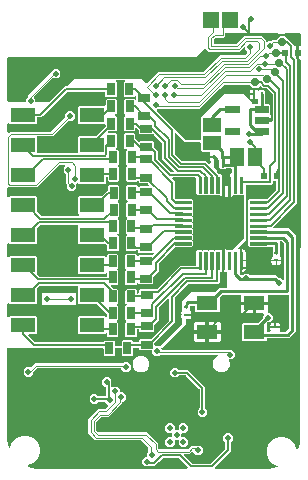
<source format=gbr>
G04 EAGLE Gerber RS-274X export*
G75*
%MOMM*%
%FSLAX34Y34*%
%LPD*%
%INBottom Copper*%
%IPPOS*%
%AMOC8*
5,1,8,0,0,1.08239X$1,22.5*%
G01*
%ADD10R,1.800000X1.200000*%
%ADD11R,0.350000X0.250000*%
%ADD12C,0.088500*%
%ADD13R,0.250000X0.350000*%
%ADD14C,0.065000*%
%ADD15C,0.504800*%
%ADD16R,2.032000X1.270000*%
%ADD17R,1.000000X0.650000*%
%ADD18R,0.650000X1.000000*%
%ADD19R,1.168400X1.600200*%
%ADD20C,0.700000*%
%ADD21R,1.400000X1.400000*%
%ADD22R,1.600200X1.168400*%
%ADD23R,0.500000X0.600000*%
%ADD24C,0.254000*%
%ADD25C,0.152400*%
%ADD26C,0.101600*%
%ADD27C,0.508000*%

G36*
X351196Y306885D02*
X351196Y306885D01*
X351213Y306884D01*
X355052Y307019D01*
X355058Y307020D01*
X355063Y307019D01*
X355229Y307046D01*
X358402Y307927D01*
X358509Y307976D01*
X358617Y308024D01*
X358621Y308028D01*
X358626Y308030D01*
X358711Y308111D01*
X358798Y308190D01*
X358800Y308195D01*
X358804Y308199D01*
X358859Y308302D01*
X358916Y308406D01*
X358917Y308411D01*
X358920Y308416D01*
X358939Y308532D01*
X358960Y308648D01*
X358959Y308653D01*
X358960Y308659D01*
X358941Y308775D01*
X358924Y308891D01*
X358922Y308896D01*
X358921Y308902D01*
X358866Y309005D01*
X358813Y309110D01*
X358809Y309114D01*
X358806Y309119D01*
X358721Y309200D01*
X358637Y309283D01*
X358631Y309286D01*
X358628Y309289D01*
X358613Y309296D01*
X358490Y309364D01*
X354948Y310831D01*
X351420Y314359D01*
X349511Y318968D01*
X349511Y323957D01*
X351420Y328566D01*
X354948Y332094D01*
X359557Y334003D01*
X364546Y334003D01*
X369155Y332094D01*
X372683Y328566D01*
X374592Y323957D01*
X374592Y323798D01*
X374610Y323689D01*
X374624Y323579D01*
X374630Y323568D01*
X374632Y323555D01*
X374684Y323458D01*
X374732Y323358D01*
X374741Y323349D01*
X374747Y323338D01*
X374827Y323262D01*
X374905Y323183D01*
X374916Y323177D01*
X374926Y323169D01*
X375026Y323122D01*
X375124Y323072D01*
X375137Y323070D01*
X375149Y323065D01*
X375258Y323053D01*
X375368Y323037D01*
X375380Y323039D01*
X375393Y323038D01*
X375501Y323061D01*
X375610Y323081D01*
X375621Y323087D01*
X375633Y323090D01*
X375729Y323147D01*
X375825Y323200D01*
X375834Y323210D01*
X375845Y323216D01*
X375917Y323301D01*
X375991Y323382D01*
X375998Y323395D01*
X376004Y323403D01*
X376015Y323429D01*
X376067Y323532D01*
X377553Y327510D01*
X377554Y327516D01*
X377557Y327521D01*
X377596Y327684D01*
X378073Y331574D01*
X378072Y331604D01*
X378078Y331666D01*
X378195Y652625D01*
X378192Y652644D01*
X378194Y652664D01*
X378172Y652765D01*
X378155Y652867D01*
X378146Y652885D01*
X378142Y652905D01*
X378089Y652993D01*
X378040Y653085D01*
X378026Y653099D01*
X378016Y653116D01*
X377937Y653183D01*
X377862Y653254D01*
X377844Y653263D01*
X377829Y653276D01*
X377733Y653314D01*
X377639Y653358D01*
X377619Y653360D01*
X377601Y653368D01*
X377434Y653386D01*
X376853Y653386D01*
X376853Y658439D01*
X376849Y658458D01*
X376852Y658478D01*
X376830Y658579D01*
X376813Y658681D01*
X376804Y658699D01*
X376799Y658718D01*
X376746Y658807D01*
X376698Y658899D01*
X376683Y658912D01*
X376673Y658930D01*
X376669Y658933D01*
X376721Y658987D01*
X376729Y659005D01*
X376742Y659020D01*
X376781Y659116D01*
X376825Y659210D01*
X376827Y659230D01*
X376834Y659248D01*
X376853Y659415D01*
X376853Y664468D01*
X377438Y664468D01*
X377458Y664471D01*
X377478Y664469D01*
X377579Y664491D01*
X377681Y664507D01*
X377699Y664517D01*
X377718Y664521D01*
X377807Y664574D01*
X377899Y664622D01*
X377912Y664637D01*
X377929Y664647D01*
X377997Y664726D01*
X378068Y664801D01*
X378076Y664819D01*
X378089Y664834D01*
X378128Y664930D01*
X378172Y665024D01*
X378174Y665043D01*
X378181Y665062D01*
X378200Y665229D01*
X378203Y674802D01*
X378200Y674821D01*
X378202Y674841D01*
X378180Y674942D01*
X378163Y675044D01*
X378154Y675062D01*
X378150Y675082D01*
X378097Y675170D01*
X378049Y675262D01*
X378034Y675276D01*
X378024Y675293D01*
X377945Y675360D01*
X377870Y675431D01*
X377852Y675440D01*
X377837Y675453D01*
X377741Y675491D01*
X377647Y675535D01*
X377627Y675537D01*
X377609Y675545D01*
X377442Y675563D01*
X365716Y675563D01*
X365651Y675552D01*
X365585Y675552D01*
X365505Y675529D01*
X365473Y675523D01*
X365456Y675514D01*
X365424Y675505D01*
X364724Y675215D01*
X359735Y675215D01*
X359035Y675505D01*
X358971Y675520D01*
X358910Y675545D01*
X358827Y675554D01*
X358795Y675561D01*
X358776Y675559D01*
X358743Y675563D01*
X314909Y675563D01*
X314889Y675560D01*
X314870Y675562D01*
X314768Y675540D01*
X314666Y675523D01*
X314649Y675514D01*
X314629Y675510D01*
X314540Y675457D01*
X314449Y675408D01*
X314435Y675394D01*
X314418Y675384D01*
X314351Y675305D01*
X314280Y675230D01*
X314271Y675212D01*
X314258Y675197D01*
X314220Y675100D01*
X314176Y675007D01*
X314174Y674987D01*
X314166Y674969D01*
X314148Y674802D01*
X314148Y673043D01*
X312957Y671852D01*
X306779Y671852D01*
X306689Y671837D01*
X306598Y671830D01*
X306568Y671818D01*
X306536Y671812D01*
X306455Y671770D01*
X306371Y671734D01*
X306339Y671708D01*
X306319Y671697D01*
X306296Y671674D01*
X306240Y671629D01*
X304874Y670263D01*
X304821Y670189D01*
X304761Y670119D01*
X304749Y670089D01*
X304730Y670063D01*
X304704Y669976D01*
X304669Y669891D01*
X304665Y669850D01*
X304658Y669828D01*
X304659Y669796D01*
X304651Y669724D01*
X304651Y667362D01*
X304654Y667342D01*
X304652Y667323D01*
X304674Y667221D01*
X304691Y667119D01*
X304700Y667102D01*
X304704Y667082D01*
X304757Y666993D01*
X304806Y666902D01*
X304820Y666888D01*
X304830Y666871D01*
X304909Y666804D01*
X304984Y666733D01*
X305002Y666724D01*
X305017Y666711D01*
X305114Y666673D01*
X305207Y666629D01*
X305227Y666627D01*
X305245Y666619D01*
X305412Y666601D01*
X323544Y666601D01*
X323634Y666616D01*
X323725Y666623D01*
X323755Y666635D01*
X323787Y666641D01*
X323868Y666683D01*
X323952Y666719D01*
X323984Y666745D01*
X324004Y666756D01*
X324027Y666779D01*
X324083Y666824D01*
X330408Y673149D01*
X345370Y673149D01*
X348971Y669548D01*
X348971Y669056D01*
X348983Y668986D01*
X348985Y668914D01*
X349003Y668865D01*
X349011Y668814D01*
X349045Y668750D01*
X349069Y668683D01*
X349102Y668642D01*
X349126Y668596D01*
X349178Y668547D01*
X349223Y668491D01*
X349267Y668463D01*
X349305Y668427D01*
X349370Y668397D01*
X349430Y668358D01*
X349480Y668345D01*
X349528Y668323D01*
X349599Y668315D01*
X349668Y668298D01*
X349720Y668302D01*
X349772Y668296D01*
X349842Y668311D01*
X349914Y668317D01*
X349961Y668337D01*
X350012Y668348D01*
X350074Y668385D01*
X350140Y668413D01*
X350196Y668458D01*
X350224Y668475D01*
X350239Y668492D01*
X350271Y668518D01*
X350342Y668589D01*
X352877Y668589D01*
X352967Y668604D01*
X353058Y668611D01*
X353088Y668623D01*
X353120Y668629D01*
X353201Y668671D01*
X353285Y668707D01*
X353317Y668733D01*
X353337Y668744D01*
X353360Y668767D01*
X353416Y668812D01*
X354428Y669824D01*
X357120Y669824D01*
X357210Y669839D01*
X357301Y669846D01*
X357331Y669859D01*
X357363Y669864D01*
X357444Y669907D01*
X357528Y669942D01*
X357560Y669968D01*
X357580Y669979D01*
X357602Y670002D01*
X357658Y670047D01*
X360427Y672816D01*
X364590Y672816D01*
X367105Y670301D01*
X367179Y670248D01*
X367249Y670189D01*
X367279Y670176D01*
X367305Y670158D01*
X367392Y670131D01*
X367477Y670097D01*
X367518Y670092D01*
X367540Y670085D01*
X367572Y670086D01*
X367643Y670078D01*
X368053Y670078D01*
X372416Y665716D01*
X372416Y665229D01*
X372419Y665209D01*
X372417Y665189D01*
X372439Y665088D01*
X372455Y664986D01*
X372465Y664969D01*
X372469Y664949D01*
X372522Y664860D01*
X372570Y664769D01*
X372585Y664755D01*
X372595Y664738D01*
X372674Y664671D01*
X372749Y664599D01*
X372767Y664591D01*
X372782Y664578D01*
X372878Y664539D01*
X372972Y664496D01*
X372992Y664494D01*
X373010Y664486D01*
X373177Y664468D01*
X374354Y664468D01*
X374354Y659415D01*
X374357Y659395D01*
X374355Y659376D01*
X374377Y659274D01*
X374394Y659172D01*
X374403Y659155D01*
X374407Y659135D01*
X374461Y659046D01*
X374509Y658955D01*
X374523Y658941D01*
X374534Y658924D01*
X374537Y658921D01*
X374486Y658867D01*
X374477Y658849D01*
X374465Y658834D01*
X374426Y658737D01*
X374382Y658644D01*
X374380Y658624D01*
X374373Y658605D01*
X374354Y658439D01*
X374354Y654593D01*
X374369Y654503D01*
X374376Y654412D01*
X374389Y654382D01*
X374394Y654350D01*
X374437Y654270D01*
X374472Y654186D01*
X374498Y654154D01*
X374509Y654133D01*
X374532Y654111D01*
X374577Y654055D01*
X375108Y653524D01*
X375108Y531640D01*
X373545Y530077D01*
X355073Y511605D01*
X355031Y511546D01*
X354981Y511494D01*
X354959Y511447D01*
X354929Y511405D01*
X354908Y511336D01*
X354878Y511271D01*
X354872Y511220D01*
X354857Y511170D01*
X354859Y511098D01*
X354851Y511027D01*
X354862Y510976D01*
X354863Y510924D01*
X354888Y510857D01*
X354903Y510787D01*
X354930Y510742D01*
X354947Y510693D01*
X354992Y510637D01*
X355029Y510575D01*
X355069Y510542D01*
X355101Y510501D01*
X355161Y510462D01*
X355216Y510416D01*
X355264Y510396D01*
X355308Y510368D01*
X355378Y510350D01*
X355444Y510324D01*
X355515Y510316D01*
X355547Y510308D01*
X355570Y510310D01*
X355611Y510305D01*
X368010Y510305D01*
X374041Y504274D01*
X374041Y422999D01*
X368339Y417297D01*
X350386Y417297D01*
X350367Y417294D01*
X350347Y417296D01*
X350245Y417274D01*
X350143Y417257D01*
X350126Y417248D01*
X350106Y417244D01*
X350017Y417191D01*
X349926Y417142D01*
X349912Y417128D01*
X349895Y417118D01*
X349828Y417039D01*
X349757Y416964D01*
X349748Y416946D01*
X349735Y416931D01*
X349697Y416834D01*
X349653Y416741D01*
X349651Y416721D01*
X349643Y416703D01*
X349625Y416536D01*
X349625Y416115D01*
X348732Y415222D01*
X329469Y415222D01*
X328575Y416115D01*
X328575Y429378D01*
X329469Y430271D01*
X341392Y430271D01*
X341482Y430286D01*
X341573Y430293D01*
X341603Y430306D01*
X341635Y430311D01*
X341716Y430354D01*
X341799Y430389D01*
X341832Y430415D01*
X341852Y430426D01*
X341874Y430449D01*
X341930Y430494D01*
X346223Y434787D01*
X346276Y434861D01*
X346335Y434930D01*
X346348Y434960D01*
X346366Y434986D01*
X346393Y435073D01*
X346427Y435158D01*
X346432Y435199D01*
X346439Y435221D01*
X346438Y435254D01*
X346446Y435325D01*
X346446Y436370D01*
X346982Y436906D01*
X347024Y436964D01*
X347073Y437016D01*
X347095Y437064D01*
X347126Y437106D01*
X347147Y437174D01*
X347177Y437239D01*
X347183Y437291D01*
X347198Y437341D01*
X347196Y437413D01*
X347204Y437484D01*
X347193Y437535D01*
X347192Y437587D01*
X347167Y437654D01*
X347152Y437724D01*
X347125Y437769D01*
X347107Y437818D01*
X347062Y437874D01*
X347025Y437935D01*
X346986Y437969D01*
X346953Y438010D01*
X346893Y438049D01*
X346839Y438095D01*
X346790Y438115D01*
X346746Y438143D01*
X346677Y438160D01*
X346610Y438187D01*
X346539Y438195D01*
X346508Y438203D01*
X346485Y438201D01*
X346444Y438206D01*
X340623Y438206D01*
X340623Y445223D01*
X350641Y445223D01*
X350641Y440412D01*
X350450Y439700D01*
X350438Y439581D01*
X350425Y439464D01*
X350426Y439459D01*
X350426Y439455D01*
X350452Y439339D01*
X350478Y439223D01*
X350480Y439220D01*
X350481Y439216D01*
X350543Y439114D01*
X350604Y439012D01*
X350607Y439009D01*
X350609Y439006D01*
X350700Y438930D01*
X350791Y438852D01*
X350795Y438851D01*
X350798Y438848D01*
X350907Y438805D01*
X351019Y438760D01*
X351024Y438760D01*
X351027Y438758D01*
X351040Y438758D01*
X351185Y438742D01*
X352172Y438742D01*
X354543Y436370D01*
X354543Y433016D01*
X352682Y431155D01*
X352668Y431135D01*
X352649Y431120D01*
X352596Y431035D01*
X352539Y430955D01*
X352532Y430932D01*
X352519Y430912D01*
X352495Y430815D01*
X352466Y430720D01*
X352467Y430696D01*
X352461Y430672D01*
X352464Y430639D01*
X352455Y430641D01*
X352431Y430640D01*
X352390Y430644D01*
X350301Y430644D01*
X350210Y430630D01*
X350120Y430622D01*
X350090Y430610D01*
X350058Y430605D01*
X349977Y430562D01*
X349893Y430526D01*
X349861Y430500D01*
X349840Y430489D01*
X349818Y430466D01*
X349762Y430421D01*
X349710Y430369D01*
X349699Y430353D01*
X349683Y430341D01*
X349627Y430253D01*
X349567Y430169D01*
X349561Y430150D01*
X349550Y430134D01*
X349525Y430033D01*
X349494Y429934D01*
X349495Y429914D01*
X349490Y429895D01*
X349498Y429792D01*
X349501Y429689D01*
X349508Y429670D01*
X349509Y429650D01*
X349550Y429555D01*
X349585Y429458D01*
X349598Y429442D01*
X349605Y429424D01*
X349625Y429399D01*
X349625Y423648D01*
X349628Y423628D01*
X349626Y423608D01*
X349648Y423507D01*
X349665Y423405D01*
X349674Y423387D01*
X349678Y423368D01*
X349731Y423279D01*
X349780Y423188D01*
X349794Y423174D01*
X349804Y423157D01*
X349883Y423089D01*
X349958Y423018D01*
X349976Y423010D01*
X349991Y422997D01*
X350088Y422958D01*
X350181Y422915D01*
X350201Y422912D01*
X350219Y422905D01*
X350386Y422887D01*
X352184Y422887D01*
X352278Y422902D01*
X352373Y422910D01*
X352399Y422922D01*
X352426Y422926D01*
X352511Y422971D01*
X352598Y423009D01*
X352619Y423028D01*
X352644Y423041D01*
X352709Y423110D01*
X352780Y423175D01*
X352794Y423199D01*
X352813Y423220D01*
X352853Y423306D01*
X352900Y423389D01*
X352905Y423417D01*
X352917Y423443D01*
X352927Y423538D01*
X352945Y423631D01*
X352941Y423659D01*
X352944Y423687D01*
X352924Y423780D01*
X352910Y423875D01*
X352896Y423907D01*
X352892Y423928D01*
X352875Y423956D01*
X352843Y424028D01*
X352651Y424361D01*
X352478Y425007D01*
X352478Y425830D01*
X356768Y425830D01*
X356769Y425830D01*
X361059Y425830D01*
X361059Y425007D01*
X360886Y424361D01*
X360694Y424028D01*
X360660Y423939D01*
X360620Y423853D01*
X360617Y423825D01*
X360607Y423798D01*
X360603Y423703D01*
X360593Y423608D01*
X360599Y423581D01*
X360598Y423553D01*
X360625Y423461D01*
X360645Y423368D01*
X360660Y423344D01*
X360668Y423317D01*
X360722Y423239D01*
X360771Y423157D01*
X360793Y423138D01*
X360809Y423115D01*
X360886Y423059D01*
X360958Y422997D01*
X360984Y422986D01*
X361007Y422970D01*
X361098Y422941D01*
X361186Y422905D01*
X361222Y422901D01*
X361241Y422895D01*
X361274Y422895D01*
X361353Y422887D01*
X365708Y422887D01*
X365798Y422901D01*
X365889Y422908D01*
X365919Y422921D01*
X365951Y422926D01*
X366032Y422969D01*
X366116Y423005D01*
X366148Y423030D01*
X366168Y423041D01*
X366191Y423065D01*
X366247Y423109D01*
X368229Y425092D01*
X368282Y425166D01*
X368341Y425235D01*
X368353Y425265D01*
X368372Y425291D01*
X368399Y425378D01*
X368406Y425396D01*
X368424Y425433D01*
X368424Y425441D01*
X368433Y425463D01*
X368438Y425504D01*
X368445Y425526D01*
X368444Y425559D01*
X368452Y425630D01*
X368452Y453350D01*
X368448Y453370D01*
X368451Y453390D01*
X368429Y453491D01*
X368412Y453593D01*
X368403Y453611D01*
X368398Y453630D01*
X368345Y453719D01*
X368297Y453811D01*
X368282Y453824D01*
X368272Y453841D01*
X368193Y453909D01*
X368118Y453980D01*
X368100Y453988D01*
X368085Y454001D01*
X367989Y454040D01*
X367895Y454084D01*
X367876Y454086D01*
X367857Y454093D01*
X367690Y454112D01*
X351357Y454112D01*
X351241Y454093D01*
X351122Y454075D01*
X351118Y454073D01*
X351114Y454072D01*
X351010Y454017D01*
X350903Y453962D01*
X350900Y453959D01*
X350897Y453957D01*
X350815Y453871D01*
X350732Y453785D01*
X350730Y453781D01*
X350727Y453778D01*
X350677Y453671D01*
X350626Y453563D01*
X350625Y453559D01*
X350624Y453555D01*
X350611Y453437D01*
X350596Y453319D01*
X350597Y453314D01*
X350597Y453311D01*
X350600Y453297D01*
X350622Y453153D01*
X350641Y453081D01*
X350641Y448270D01*
X339862Y448270D01*
X339843Y448266D01*
X339823Y448269D01*
X339722Y448247D01*
X339620Y448230D01*
X339602Y448221D01*
X339583Y448216D01*
X339493Y448163D01*
X339402Y448115D01*
X339389Y448100D01*
X339371Y448090D01*
X339304Y448011D01*
X339233Y447936D01*
X339224Y447918D01*
X339211Y447903D01*
X339173Y447807D01*
X339129Y447713D01*
X339127Y447694D01*
X339120Y447675D01*
X339101Y447508D01*
X339101Y446746D01*
X339099Y446746D01*
X339099Y447508D01*
X339096Y447528D01*
X339098Y447548D01*
X339076Y447649D01*
X339060Y447751D01*
X339050Y447769D01*
X339046Y447788D01*
X338993Y447877D01*
X338945Y447968D01*
X338930Y447982D01*
X338920Y447999D01*
X338841Y448067D01*
X338766Y448138D01*
X338748Y448146D01*
X338733Y448159D01*
X338637Y448198D01*
X338543Y448241D01*
X338523Y448244D01*
X338505Y448251D01*
X338338Y448270D01*
X327559Y448270D01*
X327559Y453081D01*
X327579Y453153D01*
X327591Y453271D01*
X327604Y453390D01*
X327603Y453394D01*
X327603Y453398D01*
X327577Y453514D01*
X327552Y453630D01*
X327549Y453634D01*
X327549Y453638D01*
X327486Y453740D01*
X327425Y453841D01*
X327422Y453844D01*
X327420Y453848D01*
X327329Y453924D01*
X327238Y454001D01*
X327235Y454003D01*
X327231Y454005D01*
X327121Y454049D01*
X327010Y454093D01*
X327005Y454094D01*
X327002Y454095D01*
X326989Y454096D01*
X326844Y454112D01*
X312003Y454112D01*
X311913Y454097D01*
X311822Y454090D01*
X311792Y454077D01*
X311760Y454072D01*
X311680Y454029D01*
X311596Y453994D01*
X311564Y453968D01*
X311543Y453957D01*
X311521Y453933D01*
X311465Y453889D01*
X309848Y452272D01*
X309795Y452198D01*
X309735Y452128D01*
X309723Y452098D01*
X309704Y452072D01*
X309678Y451985D01*
X309643Y451900D01*
X309639Y451859D01*
X309632Y451837D01*
X309633Y451805D01*
X309625Y451733D01*
X309625Y440115D01*
X308732Y439222D01*
X289469Y439222D01*
X288575Y440115D01*
X288575Y443952D01*
X288572Y443972D01*
X288574Y443992D01*
X288552Y444093D01*
X288536Y444195D01*
X288526Y444213D01*
X288522Y444232D01*
X288469Y444321D01*
X288421Y444413D01*
X288406Y444426D01*
X288396Y444443D01*
X288317Y444511D01*
X288242Y444582D01*
X288224Y444590D01*
X288209Y444603D01*
X288113Y444642D01*
X288019Y444686D01*
X287999Y444688D01*
X287981Y444695D01*
X287814Y444714D01*
X285290Y444714D01*
X285271Y444710D01*
X285251Y444713D01*
X285149Y444691D01*
X285047Y444674D01*
X285030Y444665D01*
X285010Y444660D01*
X284921Y444607D01*
X284830Y444559D01*
X284816Y444544D01*
X284799Y444534D01*
X284732Y444455D01*
X284661Y444380D01*
X284652Y444362D01*
X284639Y444347D01*
X284601Y444251D01*
X284557Y444157D01*
X284555Y444138D01*
X284547Y444119D01*
X284529Y443952D01*
X284529Y441703D01*
X284397Y441571D01*
X284328Y441475D01*
X284257Y441378D01*
X284256Y441374D01*
X284253Y441371D01*
X284218Y441258D01*
X284182Y441144D01*
X284182Y441140D01*
X284181Y441136D01*
X284184Y441018D01*
X284186Y440898D01*
X284187Y440894D01*
X284187Y440890D01*
X284228Y440779D01*
X284268Y440666D01*
X284270Y440663D01*
X284272Y440659D01*
X284346Y440566D01*
X284419Y440473D01*
X284423Y440470D01*
X284425Y440467D01*
X284437Y440460D01*
X284554Y440373D01*
X284564Y440367D01*
X285037Y439894D01*
X285372Y439315D01*
X285545Y438669D01*
X285545Y437846D01*
X281940Y437846D01*
X281920Y437843D01*
X281901Y437845D01*
X281799Y437823D01*
X281697Y437806D01*
X281680Y437797D01*
X281660Y437793D01*
X281571Y437739D01*
X281480Y437691D01*
X281466Y437677D01*
X281449Y437666D01*
X281382Y437588D01*
X281311Y437513D01*
X281302Y437495D01*
X281289Y437479D01*
X281250Y437383D01*
X281207Y437290D01*
X281205Y437270D01*
X281197Y437251D01*
X281179Y437085D01*
X281179Y437084D01*
X281182Y437065D01*
X281180Y437045D01*
X281202Y436944D01*
X281219Y436841D01*
X281228Y436824D01*
X281232Y436804D01*
X281285Y436715D01*
X281334Y436624D01*
X281348Y436610D01*
X281358Y436593D01*
X281437Y436526D01*
X281512Y436455D01*
X281530Y436446D01*
X281545Y436433D01*
X281641Y436395D01*
X281735Y436351D01*
X281755Y436349D01*
X281773Y436341D01*
X281940Y436323D01*
X285545Y436323D01*
X285545Y435500D01*
X285372Y434854D01*
X285037Y434274D01*
X284564Y433801D01*
X283985Y433467D01*
X283339Y433294D01*
X281940Y433294D01*
X281920Y433290D01*
X281901Y433293D01*
X281799Y433271D01*
X281697Y433254D01*
X281680Y433245D01*
X281660Y433240D01*
X281571Y433187D01*
X281480Y433139D01*
X281466Y433124D01*
X281449Y433114D01*
X281382Y433035D01*
X281311Y432960D01*
X281302Y432942D01*
X281289Y432927D01*
X281250Y432831D01*
X281207Y432737D01*
X281205Y432718D01*
X281197Y432699D01*
X281179Y432532D01*
X281179Y429575D01*
X260920Y409317D01*
X260885Y409298D01*
X260817Y409273D01*
X260776Y409241D01*
X260730Y409216D01*
X260681Y409164D01*
X260625Y409119D01*
X260597Y409076D01*
X260561Y409038D01*
X260531Y408973D01*
X260492Y408913D01*
X260479Y408862D01*
X260457Y408815D01*
X260450Y408744D01*
X260432Y408674D01*
X260436Y408622D01*
X260430Y408570D01*
X260446Y408500D01*
X260451Y408429D01*
X260472Y408381D01*
X260483Y408330D01*
X260519Y408268D01*
X260547Y408203D01*
X260592Y408147D01*
X260609Y408119D01*
X260627Y408104D01*
X260652Y408072D01*
X260825Y407899D01*
X260837Y407845D01*
X260853Y407743D01*
X260863Y407725D01*
X260867Y407706D01*
X260920Y407617D01*
X260969Y407525D01*
X260983Y407512D01*
X260993Y407495D01*
X261072Y407427D01*
X261147Y407356D01*
X261165Y407348D01*
X261180Y407335D01*
X261276Y407296D01*
X261370Y407252D01*
X261390Y407250D01*
X261408Y407243D01*
X261575Y407224D01*
X316322Y407224D01*
X316412Y407239D01*
X316503Y407246D01*
X316533Y407259D01*
X316565Y407264D01*
X316645Y407307D01*
X316729Y407342D01*
X316761Y407368D01*
X316782Y407379D01*
X316804Y407402D01*
X316815Y407411D01*
X320178Y407411D01*
X322550Y405040D01*
X322550Y401686D01*
X320178Y399314D01*
X318220Y399314D01*
X318174Y399307D01*
X318128Y399309D01*
X318054Y399287D01*
X317977Y399274D01*
X317936Y399253D01*
X317892Y399240D01*
X317828Y399196D01*
X317759Y399159D01*
X317728Y399126D01*
X317690Y399100D01*
X317644Y399037D01*
X317590Y398981D01*
X317571Y398939D01*
X317543Y398902D01*
X317519Y398828D01*
X317486Y398758D01*
X317481Y398712D01*
X317467Y398668D01*
X317468Y398591D01*
X317459Y398513D01*
X317469Y398468D01*
X317470Y398423D01*
X317508Y398291D01*
X317512Y398273D01*
X317514Y398269D01*
X317516Y398261D01*
X318079Y396904D01*
X318079Y394103D01*
X317007Y391515D01*
X315026Y389535D01*
X312438Y388463D01*
X309637Y388463D01*
X307050Y389535D01*
X305069Y391515D01*
X303997Y394103D01*
X303997Y396904D01*
X305069Y399492D01*
X307050Y401472D01*
X307585Y401694D01*
X307668Y401746D01*
X307754Y401791D01*
X307772Y401810D01*
X307794Y401824D01*
X307857Y401899D01*
X307924Y401969D01*
X307935Y401993D01*
X307951Y402013D01*
X307986Y402104D01*
X308027Y402192D01*
X308030Y402219D01*
X308039Y402243D01*
X308044Y402340D01*
X308054Y402437D01*
X308049Y402462D01*
X308050Y402489D01*
X308023Y402582D01*
X308002Y402677D01*
X307989Y402700D01*
X307981Y402725D01*
X307926Y402805D01*
X307876Y402888D01*
X307856Y402905D01*
X307841Y402927D01*
X307763Y402985D01*
X307689Y403048D01*
X307665Y403058D01*
X307644Y403074D01*
X307551Y403104D01*
X307461Y403140D01*
X307428Y403144D01*
X307410Y403150D01*
X307377Y403150D01*
X307294Y403159D01*
X259732Y403159D01*
X259642Y403144D01*
X259551Y403137D01*
X259521Y403124D01*
X259489Y403119D01*
X259408Y403076D01*
X259324Y403041D01*
X259292Y403015D01*
X259272Y403004D01*
X259249Y402981D01*
X259193Y402936D01*
X258442Y402184D01*
X255088Y402184D01*
X252716Y404556D01*
X252716Y406220D01*
X252713Y406240D01*
X252715Y406260D01*
X252693Y406361D01*
X252677Y406463D01*
X252667Y406481D01*
X252663Y406500D01*
X252610Y406589D01*
X252561Y406681D01*
X252547Y406694D01*
X252537Y406711D01*
X252458Y406779D01*
X252383Y406850D01*
X252365Y406858D01*
X252350Y406871D01*
X252254Y406910D01*
X252160Y406954D01*
X252140Y406956D01*
X252122Y406963D01*
X251955Y406982D01*
X242323Y406982D01*
X241430Y407875D01*
X241430Y408610D01*
X241427Y408630D01*
X241429Y408649D01*
X241407Y408751D01*
X241390Y408853D01*
X241381Y408870D01*
X241377Y408890D01*
X241324Y408979D01*
X241275Y409070D01*
X241261Y409084D01*
X241251Y409101D01*
X241172Y409168D01*
X241097Y409239D01*
X241079Y409248D01*
X241064Y409261D01*
X240967Y409299D01*
X240874Y409343D01*
X240854Y409345D01*
X240836Y409353D01*
X240669Y409371D01*
X237162Y409371D01*
X237142Y409368D01*
X237122Y409370D01*
X237021Y409348D01*
X236919Y409331D01*
X236901Y409322D01*
X236882Y409318D01*
X236793Y409265D01*
X236701Y409216D01*
X236688Y409202D01*
X236671Y409192D01*
X236603Y409113D01*
X236532Y409038D01*
X236524Y409020D01*
X236511Y409005D01*
X236472Y408908D01*
X236428Y408815D01*
X236426Y408795D01*
X236419Y408777D01*
X236400Y408610D01*
X236400Y403385D01*
X235507Y402491D01*
X227744Y402491D01*
X226851Y403385D01*
X226851Y408610D01*
X226848Y408630D01*
X226850Y408649D01*
X226828Y408751D01*
X226811Y408853D01*
X226802Y408870D01*
X226798Y408890D01*
X226744Y408979D01*
X226696Y409070D01*
X226682Y409084D01*
X226671Y409101D01*
X226593Y409168D01*
X226518Y409239D01*
X226500Y409248D01*
X226484Y409261D01*
X226388Y409299D01*
X226295Y409343D01*
X226275Y409345D01*
X226256Y409353D01*
X226090Y409371D01*
X221662Y409371D01*
X221642Y409368D01*
X221622Y409370D01*
X221521Y409348D01*
X221419Y409331D01*
X221401Y409322D01*
X221382Y409318D01*
X221293Y409265D01*
X221201Y409216D01*
X221188Y409202D01*
X221171Y409192D01*
X221103Y409113D01*
X221032Y409038D01*
X221024Y409020D01*
X221011Y409005D01*
X220972Y408908D01*
X220928Y408815D01*
X220926Y408795D01*
X220919Y408777D01*
X220900Y408610D01*
X220900Y403385D01*
X220007Y402491D01*
X212244Y402491D01*
X211351Y403385D01*
X211351Y408330D01*
X211348Y408350D01*
X211350Y408370D01*
X211328Y408471D01*
X211311Y408573D01*
X211302Y408591D01*
X211298Y408610D01*
X211244Y408699D01*
X211196Y408791D01*
X211182Y408804D01*
X211171Y408821D01*
X211093Y408889D01*
X211018Y408960D01*
X211000Y408968D01*
X210984Y408981D01*
X210888Y409020D01*
X210795Y409064D01*
X210775Y409066D01*
X210756Y409073D01*
X210590Y409092D01*
X151529Y409092D01*
X151473Y409148D01*
X151399Y409201D01*
X151329Y409261D01*
X151299Y409273D01*
X151273Y409292D01*
X151186Y409318D01*
X151101Y409353D01*
X151060Y409357D01*
X151038Y409364D01*
X151006Y409363D01*
X150934Y409371D01*
X130711Y409371D01*
X130691Y409368D01*
X130672Y409370D01*
X130570Y409348D01*
X130468Y409331D01*
X130451Y409322D01*
X130431Y409318D01*
X130342Y409265D01*
X130251Y409216D01*
X130237Y409202D01*
X130220Y409192D01*
X130153Y409113D01*
X130081Y409038D01*
X130073Y409020D01*
X130060Y409005D01*
X130021Y408909D01*
X129978Y408815D01*
X129976Y408795D01*
X129968Y408777D01*
X129950Y408610D01*
X129922Y331601D01*
X129922Y331546D01*
X129925Y331525D01*
X129924Y331487D01*
X130218Y327751D01*
X130219Y327746D01*
X130219Y327740D01*
X130253Y327576D01*
X131047Y325133D01*
X131093Y325043D01*
X131134Y324950D01*
X131149Y324934D01*
X131160Y324914D01*
X131232Y324844D01*
X131301Y324769D01*
X131320Y324758D01*
X131336Y324743D01*
X131427Y324699D01*
X131516Y324651D01*
X131538Y324647D01*
X131558Y324637D01*
X131659Y324625D01*
X131758Y324607D01*
X131780Y324610D01*
X131802Y324607D01*
X131901Y324628D01*
X132002Y324643D01*
X132022Y324653D01*
X132043Y324657D01*
X132131Y324708D01*
X132221Y324754D01*
X132237Y324770D01*
X132256Y324781D01*
X132322Y324857D01*
X132393Y324930D01*
X132407Y324954D01*
X132418Y324966D01*
X132430Y324996D01*
X132474Y325077D01*
X134225Y329303D01*
X137752Y332831D01*
X142362Y334740D01*
X147351Y334740D01*
X151960Y332831D01*
X155488Y329303D01*
X157397Y324694D01*
X157397Y319704D01*
X155488Y315095D01*
X151960Y311567D01*
X147409Y309682D01*
X147323Y309629D01*
X147234Y309581D01*
X147219Y309564D01*
X147200Y309553D01*
X147136Y309475D01*
X147066Y309401D01*
X147057Y309380D01*
X147043Y309363D01*
X147007Y309269D01*
X146965Y309176D01*
X146963Y309154D01*
X146955Y309134D01*
X146951Y309033D01*
X146941Y308932D01*
X146945Y308910D01*
X146945Y308888D01*
X146973Y308791D01*
X146995Y308692D01*
X147007Y308673D01*
X147013Y308652D01*
X147071Y308569D01*
X147124Y308482D01*
X147141Y308468D01*
X147153Y308450D01*
X147235Y308389D01*
X147312Y308324D01*
X147337Y308313D01*
X147351Y308303D01*
X147382Y308293D01*
X147465Y308255D01*
X150589Y307240D01*
X150594Y307239D01*
X150600Y307237D01*
X150764Y307205D01*
X154499Y306911D01*
X154521Y306913D01*
X154559Y306909D01*
X156241Y306909D01*
X156243Y306909D01*
X282045Y306892D01*
X282116Y306904D01*
X282188Y306906D01*
X282237Y306924D01*
X282288Y306932D01*
X282351Y306966D01*
X282419Y306990D01*
X282459Y307023D01*
X282505Y307047D01*
X282555Y307099D01*
X282611Y307144D01*
X282639Y307188D01*
X282675Y307226D01*
X282705Y307291D01*
X282744Y307351D01*
X282756Y307401D01*
X282778Y307449D01*
X282786Y307520D01*
X282804Y307589D01*
X282800Y307641D01*
X282805Y307693D01*
X282790Y307763D01*
X282785Y307835D01*
X282764Y307883D01*
X282753Y307933D01*
X282716Y307995D01*
X282688Y308061D01*
X282644Y308117D01*
X282627Y308145D01*
X282609Y308160D01*
X282583Y308192D01*
X275201Y315574D01*
X275127Y315628D01*
X275058Y315687D01*
X275027Y315699D01*
X275001Y315718D01*
X274914Y315745D01*
X274829Y315779D01*
X274788Y315784D01*
X274766Y315790D01*
X274734Y315790D01*
X274663Y315797D01*
X261968Y315797D01*
X261878Y315783D01*
X261787Y315776D01*
X261757Y315763D01*
X261725Y315758D01*
X261645Y315715D01*
X261561Y315679D01*
X261529Y315654D01*
X261508Y315643D01*
X261486Y315619D01*
X261430Y315574D01*
X254875Y309020D01*
X250393Y309020D01*
X250302Y309005D01*
X250212Y308998D01*
X250182Y308985D01*
X250150Y308980D01*
X250069Y308937D01*
X249985Y308902D01*
X249953Y308876D01*
X249932Y308865D01*
X249910Y308842D01*
X249854Y308797D01*
X249712Y308655D01*
X246358Y308655D01*
X243986Y311027D01*
X243986Y314381D01*
X246358Y316752D01*
X247768Y316752D01*
X247787Y316756D01*
X247807Y316753D01*
X247908Y316775D01*
X248010Y316792D01*
X248028Y316801D01*
X248047Y316806D01*
X248136Y316859D01*
X248228Y316907D01*
X248241Y316922D01*
X248259Y316932D01*
X248326Y317011D01*
X248397Y317086D01*
X248406Y317104D01*
X248418Y317119D01*
X248457Y317215D01*
X248501Y317309D01*
X248503Y317328D01*
X248510Y317347D01*
X248529Y317514D01*
X248529Y320041D01*
X249001Y320513D01*
X249054Y320587D01*
X249114Y320656D01*
X249126Y320686D01*
X249145Y320713D01*
X249171Y320800D01*
X249206Y320884D01*
X249210Y320925D01*
X249217Y320948D01*
X249216Y320980D01*
X249224Y321051D01*
X249224Y324344D01*
X249209Y324434D01*
X249202Y324525D01*
X249190Y324554D01*
X249184Y324586D01*
X249142Y324667D01*
X249106Y324751D01*
X249080Y324783D01*
X249069Y324804D01*
X249046Y324826D01*
X249001Y324882D01*
X243323Y330560D01*
X243249Y330614D01*
X243179Y330673D01*
X243149Y330685D01*
X243123Y330704D01*
X243036Y330731D01*
X242951Y330765D01*
X242910Y330770D01*
X242888Y330776D01*
X242856Y330776D01*
X242784Y330783D01*
X204288Y330783D01*
X198322Y336749D01*
X198322Y349000D01*
X206651Y357328D01*
X212671Y357328D01*
X212761Y357343D01*
X212852Y357350D01*
X212881Y357362D01*
X212913Y357368D01*
X212994Y357410D01*
X213078Y357446D01*
X213110Y357472D01*
X213131Y357483D01*
X213153Y357506D01*
X213209Y357551D01*
X215207Y359549D01*
X215219Y359565D01*
X215234Y359578D01*
X215290Y359665D01*
X215351Y359749D01*
X215356Y359768D01*
X215367Y359785D01*
X215393Y359885D01*
X215423Y359984D01*
X215422Y360004D01*
X215427Y360023D01*
X215419Y360126D01*
X215417Y360230D01*
X215410Y360248D01*
X215408Y360268D01*
X215368Y360363D01*
X215332Y360461D01*
X215320Y360476D01*
X215312Y360495D01*
X215207Y360626D01*
X212730Y363103D01*
X212726Y363126D01*
X212717Y363143D01*
X212712Y363163D01*
X212659Y363252D01*
X212611Y363343D01*
X212596Y363357D01*
X212586Y363374D01*
X212507Y363441D01*
X212432Y363512D01*
X212414Y363521D01*
X212399Y363534D01*
X212303Y363572D01*
X212209Y363616D01*
X212190Y363618D01*
X212171Y363626D01*
X212004Y363644D01*
X207757Y363644D01*
X207667Y363629D01*
X207576Y363622D01*
X207547Y363610D01*
X207515Y363604D01*
X207434Y363562D01*
X207350Y363526D01*
X207318Y363500D01*
X207297Y363489D01*
X207275Y363466D01*
X207219Y363421D01*
X205350Y361552D01*
X201996Y361552D01*
X199624Y363924D01*
X199624Y367278D01*
X201996Y369649D01*
X205350Y369649D01*
X206559Y368441D01*
X206633Y368387D01*
X206702Y368328D01*
X206732Y368316D01*
X206758Y368297D01*
X206845Y368270D01*
X206930Y368236D01*
X206971Y368231D01*
X206994Y368225D01*
X207026Y368225D01*
X207097Y368218D01*
X212547Y368218D01*
X212567Y368221D01*
X212587Y368219D01*
X212688Y368241D01*
X212790Y368257D01*
X212807Y368267D01*
X212827Y368271D01*
X212916Y368324D01*
X213007Y368372D01*
X213021Y368387D01*
X213038Y368397D01*
X213105Y368476D01*
X213177Y368551D01*
X213185Y368569D01*
X213198Y368584D01*
X213237Y368680D01*
X213280Y368774D01*
X213282Y368794D01*
X213290Y368812D01*
X213308Y368979D01*
X213308Y375326D01*
X213305Y375346D01*
X213307Y375366D01*
X213285Y375467D01*
X213269Y375569D01*
X213259Y375587D01*
X213255Y375606D01*
X213202Y375695D01*
X213154Y375787D01*
X213139Y375800D01*
X213129Y375817D01*
X213050Y375885D01*
X212975Y375956D01*
X212957Y375964D01*
X212942Y375977D01*
X212846Y376016D01*
X212752Y376060D01*
X212732Y376062D01*
X212714Y376069D01*
X212547Y376088D01*
X212267Y376088D01*
X209895Y378459D01*
X209895Y381813D01*
X212267Y384185D01*
X215621Y384185D01*
X217993Y381813D01*
X217993Y378429D01*
X217992Y378428D01*
X217980Y378398D01*
X217961Y378372D01*
X217935Y378285D01*
X217900Y378200D01*
X217896Y378159D01*
X217889Y378137D01*
X217890Y378104D01*
X217882Y378033D01*
X217882Y377223D01*
X217882Y376840D01*
X217893Y376770D01*
X217895Y376698D01*
X217913Y376649D01*
X217922Y376598D01*
X217955Y376534D01*
X217980Y376467D01*
X218012Y376426D01*
X218037Y376380D01*
X218089Y376331D01*
X218134Y376275D01*
X218177Y376247D01*
X218215Y376211D01*
X218280Y376181D01*
X218340Y376142D01*
X218391Y376129D01*
X218438Y376107D01*
X218509Y376099D01*
X218579Y376082D01*
X218631Y376086D01*
X218683Y376080D01*
X218753Y376095D01*
X218824Y376101D01*
X218872Y376121D01*
X218923Y376132D01*
X218985Y376169D01*
X219050Y376197D01*
X219106Y376242D01*
X219134Y376259D01*
X219149Y376276D01*
X219181Y376302D01*
X219234Y376355D01*
X222588Y376355D01*
X224960Y373983D01*
X224960Y372302D01*
X224963Y372282D01*
X224961Y372262D01*
X224983Y372161D01*
X225000Y372059D01*
X225009Y372041D01*
X225013Y372022D01*
X225066Y371933D01*
X225115Y371842D01*
X225129Y371828D01*
X225139Y371811D01*
X225218Y371743D01*
X225293Y371672D01*
X225311Y371664D01*
X225326Y371651D01*
X225422Y371612D01*
X225516Y371569D01*
X225536Y371566D01*
X225554Y371559D01*
X225721Y371541D01*
X227742Y371541D01*
X230113Y369169D01*
X230113Y365815D01*
X227635Y363336D01*
X227581Y363262D01*
X227522Y363193D01*
X227510Y363162D01*
X227491Y363136D01*
X227464Y363049D01*
X227430Y362964D01*
X227426Y362923D01*
X227419Y362901D01*
X227419Y362869D01*
X227412Y362798D01*
X227412Y362005D01*
X215951Y350545D01*
X209818Y350545D01*
X209728Y350530D01*
X209637Y350523D01*
X209607Y350510D01*
X209575Y350505D01*
X209495Y350462D01*
X209411Y350426D01*
X209379Y350401D01*
X209358Y350390D01*
X209336Y350366D01*
X209280Y350322D01*
X205253Y346294D01*
X205199Y346220D01*
X205140Y346151D01*
X205128Y346121D01*
X205109Y346094D01*
X205082Y346008D01*
X205048Y345923D01*
X205043Y345882D01*
X205037Y345859D01*
X205037Y345827D01*
X205030Y345756D01*
X205030Y339943D01*
X205044Y339852D01*
X205051Y339762D01*
X205064Y339732D01*
X205069Y339700D01*
X205112Y339619D01*
X205148Y339535D01*
X205173Y339503D01*
X205184Y339482D01*
X205208Y339460D01*
X205253Y339404D01*
X206994Y337663D01*
X207068Y337609D01*
X207137Y337550D01*
X207168Y337538D01*
X207194Y337519D01*
X207281Y337492D01*
X207366Y337458D01*
X207407Y337454D01*
X207429Y337447D01*
X207461Y337448D01*
X207532Y337440D01*
X248492Y337440D01*
X257684Y328248D01*
X257684Y324347D01*
X257698Y324257D01*
X257706Y324166D01*
X257718Y324136D01*
X257723Y324104D01*
X257766Y324023D01*
X257802Y323940D01*
X257828Y323907D01*
X257839Y323887D01*
X257862Y323865D01*
X257907Y323809D01*
X258200Y323515D01*
X258274Y323462D01*
X258344Y323402D01*
X258374Y323390D01*
X258400Y323371D01*
X258487Y323345D01*
X258572Y323310D01*
X258613Y323306D01*
X258635Y323299D01*
X258667Y323300D01*
X258739Y323292D01*
X282230Y323292D01*
X282321Y323307D01*
X282411Y323314D01*
X282441Y323326D01*
X282473Y323332D01*
X282554Y323374D01*
X282638Y323410D01*
X282670Y323436D01*
X282691Y323447D01*
X282713Y323470D01*
X282769Y323515D01*
X285171Y325918D01*
X288711Y325918D01*
X288801Y325932D01*
X288892Y325939D01*
X288922Y325952D01*
X288953Y325957D01*
X289034Y326000D01*
X289118Y326036D01*
X289150Y326061D01*
X289171Y326072D01*
X289193Y326096D01*
X289249Y326141D01*
X289438Y326329D01*
X292792Y326329D01*
X295164Y323958D01*
X295164Y320604D01*
X292792Y318232D01*
X289438Y318232D01*
X286875Y320795D01*
X286859Y320807D01*
X286846Y320822D01*
X286759Y320878D01*
X286675Y320938D01*
X286656Y320944D01*
X286639Y320955D01*
X286539Y320980D01*
X286440Y321011D01*
X286420Y321010D01*
X286401Y321015D01*
X286298Y321007D01*
X286194Y321004D01*
X286175Y320998D01*
X286156Y320996D01*
X286061Y320956D01*
X285963Y320920D01*
X285948Y320908D01*
X285929Y320900D01*
X285798Y320795D01*
X284230Y319226D01*
X279855Y319226D01*
X279784Y319215D01*
X279712Y319213D01*
X279663Y319195D01*
X279612Y319187D01*
X279549Y319153D01*
X279481Y319129D01*
X279441Y319096D01*
X279394Y319072D01*
X279345Y319020D01*
X279289Y318975D01*
X279261Y318931D01*
X279225Y318893D01*
X279195Y318828D01*
X279156Y318768D01*
X279143Y318717D01*
X279121Y318670D01*
X279114Y318599D01*
X279096Y318529D01*
X279100Y318477D01*
X279094Y318426D01*
X279110Y318356D01*
X279115Y318284D01*
X279136Y318236D01*
X279147Y318185D01*
X279183Y318124D01*
X279212Y318058D01*
X279256Y318002D01*
X279273Y317974D01*
X279291Y317959D01*
X279316Y317927D01*
X285975Y311268D01*
X286049Y311215D01*
X286119Y311156D01*
X286149Y311143D01*
X286175Y311125D01*
X286262Y311098D01*
X286347Y311064D01*
X286388Y311059D01*
X286410Y311052D01*
X286442Y311053D01*
X286513Y311045D01*
X301827Y311045D01*
X301917Y311060D01*
X302008Y311067D01*
X302038Y311080D01*
X302070Y311085D01*
X302150Y311128D01*
X302234Y311163D01*
X302266Y311189D01*
X302287Y311200D01*
X302309Y311223D01*
X302365Y311268D01*
X314203Y323106D01*
X314247Y323167D01*
X314281Y323203D01*
X314287Y323216D01*
X314315Y323249D01*
X314328Y323279D01*
X314346Y323306D01*
X314373Y323393D01*
X314407Y323477D01*
X314412Y323518D01*
X314419Y323541D01*
X314418Y323573D01*
X314426Y323644D01*
X314426Y328833D01*
X314411Y328923D01*
X314404Y329014D01*
X314391Y329044D01*
X314386Y329076D01*
X314343Y329157D01*
X314308Y329241D01*
X314282Y329273D01*
X314271Y329293D01*
X314248Y329316D01*
X314203Y329372D01*
X312664Y330911D01*
X312664Y334265D01*
X315036Y336636D01*
X318390Y336636D01*
X320761Y334265D01*
X320761Y330911D01*
X319222Y329372D01*
X319169Y329298D01*
X319110Y329228D01*
X319098Y329198D01*
X319079Y329172D01*
X319052Y329085D01*
X319018Y329000D01*
X319013Y328959D01*
X319006Y328937D01*
X319007Y328905D01*
X318999Y328833D01*
X318999Y321434D01*
X305754Y308189D01*
X305712Y308131D01*
X305663Y308079D01*
X305641Y308031D01*
X305610Y307989D01*
X305589Y307921D01*
X305559Y307856D01*
X305553Y307804D01*
X305538Y307754D01*
X305540Y307682D01*
X305532Y307611D01*
X305543Y307560D01*
X305544Y307508D01*
X305569Y307441D01*
X305584Y307371D01*
X305611Y307326D01*
X305629Y307277D01*
X305673Y307221D01*
X305710Y307160D01*
X305750Y307126D01*
X305782Y307085D01*
X305843Y307046D01*
X305897Y307000D01*
X305945Y306980D01*
X305989Y306952D01*
X306059Y306935D01*
X306125Y306908D01*
X306197Y306900D01*
X306228Y306892D01*
X306251Y306894D01*
X306292Y306889D01*
X349320Y306884D01*
X349394Y306896D01*
X349469Y306898D01*
X349515Y306916D01*
X349563Y306923D01*
X349600Y306943D01*
X350956Y306884D01*
X350969Y306886D01*
X350989Y306884D01*
X351186Y306883D01*
X351196Y306885D01*
G37*
G36*
X226109Y410620D02*
X226109Y410620D01*
X226129Y410618D01*
X226230Y410640D01*
X226332Y410657D01*
X226350Y410666D01*
X226369Y410670D01*
X226458Y410724D01*
X226550Y410772D01*
X226563Y410786D01*
X226581Y410797D01*
X226648Y410875D01*
X226719Y410950D01*
X226727Y410968D01*
X226740Y410984D01*
X226779Y411080D01*
X226823Y411173D01*
X226825Y411193D01*
X226832Y411212D01*
X226851Y411378D01*
X226851Y414648D01*
X227744Y415541D01*
X235507Y415541D01*
X236431Y414617D01*
X236440Y414562D01*
X236449Y414544D01*
X236454Y414525D01*
X236507Y414436D01*
X236555Y414344D01*
X236570Y414331D01*
X236580Y414313D01*
X236659Y414246D01*
X236734Y414175D01*
X236752Y414167D01*
X236767Y414154D01*
X236863Y414115D01*
X236957Y414071D01*
X236976Y414069D01*
X236995Y414062D01*
X237162Y414043D01*
X240669Y414043D01*
X240688Y414046D01*
X240708Y414044D01*
X240810Y414066D01*
X240912Y414083D01*
X240929Y414092D01*
X240949Y414096D01*
X241038Y414150D01*
X241129Y414198D01*
X241143Y414212D01*
X241160Y414223D01*
X241227Y414301D01*
X241298Y414376D01*
X241307Y414394D01*
X241320Y414410D01*
X241358Y414506D01*
X241402Y414599D01*
X241404Y414619D01*
X241412Y414638D01*
X241430Y414804D01*
X241430Y415638D01*
X242323Y416531D01*
X250704Y416531D01*
X250794Y416546D01*
X250885Y416553D01*
X250915Y416566D01*
X250947Y416571D01*
X251028Y416614D01*
X251112Y416649D01*
X251144Y416675D01*
X251164Y416686D01*
X251187Y416709D01*
X251243Y416754D01*
X266730Y432242D01*
X266783Y432316D01*
X266843Y432385D01*
X266855Y432415D01*
X266874Y432442D01*
X266901Y432529D01*
X266935Y432613D01*
X266939Y432654D01*
X266946Y432677D01*
X266945Y432709D01*
X266953Y432780D01*
X266953Y449842D01*
X266942Y449912D01*
X266940Y449984D01*
X266922Y450033D01*
X266914Y450084D01*
X266880Y450148D01*
X266855Y450215D01*
X266823Y450256D01*
X266798Y450302D01*
X266746Y450351D01*
X266702Y450407D01*
X266658Y450435D01*
X266620Y450471D01*
X266555Y450501D01*
X266495Y450540D01*
X266444Y450553D01*
X266397Y450575D01*
X266326Y450583D01*
X266256Y450600D01*
X266204Y450596D01*
X266153Y450602D01*
X266082Y450587D01*
X266011Y450581D01*
X265963Y450561D01*
X265912Y450550D01*
X265851Y450513D01*
X265785Y450485D01*
X265729Y450440D01*
X265701Y450423D01*
X265686Y450406D01*
X265654Y450380D01*
X258618Y443344D01*
X258565Y443270D01*
X258505Y443201D01*
X258493Y443170D01*
X258474Y443144D01*
X258448Y443057D01*
X258413Y442972D01*
X258409Y442931D01*
X258402Y442909D01*
X258403Y442877D01*
X258395Y442806D01*
X258395Y432685D01*
X254702Y428992D01*
X254649Y428918D01*
X254590Y428849D01*
X254578Y428819D01*
X254559Y428792D01*
X254532Y428705D01*
X254498Y428621D01*
X254493Y428580D01*
X254487Y428557D01*
X254487Y428525D01*
X254480Y428454D01*
X254480Y423375D01*
X253586Y422482D01*
X242323Y422482D01*
X241430Y423375D01*
X241430Y424078D01*
X241427Y424098D01*
X241429Y424118D01*
X241407Y424219D01*
X241390Y424321D01*
X241381Y424339D01*
X241377Y424358D01*
X241324Y424447D01*
X241275Y424539D01*
X241261Y424552D01*
X241251Y424569D01*
X241172Y424637D01*
X241097Y424708D01*
X241079Y424716D01*
X241064Y424729D01*
X240967Y424768D01*
X240874Y424812D01*
X240854Y424814D01*
X240836Y424821D01*
X240669Y424840D01*
X240159Y424840D01*
X240139Y424836D01*
X240119Y424839D01*
X240018Y424817D01*
X239916Y424800D01*
X239898Y424791D01*
X239879Y424786D01*
X239790Y424733D01*
X239699Y424685D01*
X239685Y424670D01*
X239668Y424660D01*
X239600Y424581D01*
X239529Y424506D01*
X239521Y424488D01*
X239508Y424473D01*
X239469Y424377D01*
X239426Y424283D01*
X239423Y424264D01*
X239416Y424245D01*
X239398Y424078D01*
X239398Y419209D01*
X238504Y418316D01*
X230741Y418316D01*
X229848Y419209D01*
X229848Y430472D01*
X230663Y431287D01*
X230675Y431303D01*
X230690Y431316D01*
X230746Y431403D01*
X230807Y431487D01*
X230813Y431506D01*
X230823Y431523D01*
X230849Y431623D01*
X230879Y431722D01*
X230879Y431742D01*
X230883Y431761D01*
X230875Y431864D01*
X230873Y431968D01*
X230866Y431987D01*
X230864Y432006D01*
X230824Y432101D01*
X230788Y432199D01*
X230776Y432214D01*
X230768Y432233D01*
X230663Y432364D01*
X229848Y433179D01*
X229848Y444442D01*
X230663Y445257D01*
X230675Y445273D01*
X230690Y445286D01*
X230746Y445373D01*
X230807Y445457D01*
X230813Y445476D01*
X230823Y445493D01*
X230849Y445593D01*
X230879Y445692D01*
X230879Y445712D01*
X230883Y445731D01*
X230875Y445834D01*
X230873Y445938D01*
X230866Y445957D01*
X230864Y445976D01*
X230824Y446071D01*
X230788Y446169D01*
X230776Y446184D01*
X230768Y446203D01*
X230663Y446334D01*
X229848Y447149D01*
X229848Y458412D01*
X230741Y459305D01*
X238504Y459305D01*
X239398Y458412D01*
X239398Y455828D01*
X239401Y455809D01*
X239399Y455789D01*
X239421Y455688D01*
X239437Y455586D01*
X239447Y455568D01*
X239451Y455549D01*
X239504Y455460D01*
X239552Y455368D01*
X239567Y455355D01*
X239577Y455337D01*
X239656Y455270D01*
X239731Y455199D01*
X239749Y455191D01*
X239764Y455178D01*
X239860Y455139D01*
X239954Y455095D01*
X239974Y455093D01*
X239992Y455086D01*
X240159Y455067D01*
X240669Y455067D01*
X240688Y455070D01*
X240708Y455068D01*
X240810Y455090D01*
X240912Y455107D01*
X240929Y455116D01*
X240949Y455120D01*
X241038Y455174D01*
X241129Y455222D01*
X241143Y455236D01*
X241160Y455247D01*
X241227Y455325D01*
X241298Y455400D01*
X241307Y455418D01*
X241320Y455434D01*
X241358Y455530D01*
X241402Y455623D01*
X241404Y455643D01*
X241412Y455662D01*
X241430Y455828D01*
X241430Y457808D01*
X242323Y458701D01*
X249180Y458701D01*
X249188Y458702D01*
X255963Y458702D01*
X256053Y458717D01*
X256144Y458724D01*
X256174Y458737D01*
X256206Y458742D01*
X256287Y458785D01*
X256371Y458821D01*
X256403Y458846D01*
X256423Y458857D01*
X256446Y458881D01*
X256502Y458925D01*
X276243Y478667D01*
X289200Y478667D01*
X289220Y478670D01*
X289240Y478668D01*
X289341Y478690D01*
X289443Y478706D01*
X289461Y478716D01*
X289480Y478720D01*
X289569Y478773D01*
X289661Y478822D01*
X289674Y478836D01*
X289691Y478846D01*
X289759Y478925D01*
X289830Y479000D01*
X289838Y479018D01*
X289851Y479033D01*
X289890Y479129D01*
X289934Y479223D01*
X289936Y479243D01*
X289943Y479261D01*
X289962Y479428D01*
X289962Y490702D01*
X291045Y491785D01*
X294528Y491785D01*
X294748Y491565D01*
X294764Y491553D01*
X294777Y491537D01*
X294864Y491481D01*
X294948Y491421D01*
X294967Y491415D01*
X294984Y491404D01*
X295084Y491379D01*
X295183Y491349D01*
X295203Y491349D01*
X295222Y491344D01*
X295325Y491352D01*
X295429Y491355D01*
X295448Y491362D01*
X295467Y491363D01*
X295562Y491404D01*
X295660Y491440D01*
X295675Y491452D01*
X295694Y491460D01*
X295825Y491565D01*
X296045Y491785D01*
X299528Y491785D01*
X299748Y491565D01*
X299764Y491553D01*
X299777Y491537D01*
X299864Y491481D01*
X299948Y491421D01*
X299967Y491415D01*
X299984Y491404D01*
X300084Y491379D01*
X300183Y491349D01*
X300203Y491349D01*
X300222Y491344D01*
X300325Y491352D01*
X300429Y491355D01*
X300448Y491362D01*
X300467Y491363D01*
X300562Y491404D01*
X300660Y491440D01*
X300675Y491452D01*
X300694Y491460D01*
X300825Y491565D01*
X301045Y491785D01*
X304528Y491785D01*
X304748Y491565D01*
X304764Y491553D01*
X304777Y491537D01*
X304864Y491481D01*
X304948Y491421D01*
X304967Y491415D01*
X304984Y491404D01*
X305084Y491379D01*
X305183Y491349D01*
X305203Y491349D01*
X305222Y491344D01*
X305325Y491352D01*
X305429Y491355D01*
X305448Y491362D01*
X305467Y491363D01*
X305562Y491404D01*
X305660Y491440D01*
X305675Y491452D01*
X305694Y491460D01*
X305825Y491565D01*
X306045Y491785D01*
X309293Y491785D01*
X309383Y491800D01*
X309474Y491807D01*
X309504Y491820D01*
X309536Y491825D01*
X309616Y491868D01*
X309700Y491903D01*
X309732Y491929D01*
X309753Y491940D01*
X309775Y491963D01*
X309831Y492008D01*
X310052Y492229D01*
X310705Y492606D01*
X311434Y492801D01*
X312025Y492801D01*
X312025Y483061D01*
X312025Y483060D01*
X312025Y473320D01*
X311434Y473320D01*
X311031Y473428D01*
X310912Y473440D01*
X310795Y473453D01*
X310791Y473452D01*
X310787Y473452D01*
X310670Y473425D01*
X310555Y473400D01*
X310551Y473398D01*
X310547Y473397D01*
X310445Y473335D01*
X310343Y473274D01*
X310341Y473271D01*
X310337Y473269D01*
X310261Y473177D01*
X310184Y473087D01*
X310182Y473083D01*
X310179Y473080D01*
X310136Y472970D01*
X310092Y472859D01*
X310091Y472854D01*
X310090Y472851D01*
X310089Y472837D01*
X310073Y472692D01*
X310073Y464635D01*
X308734Y463295D01*
X283306Y463295D01*
X283201Y463278D01*
X283095Y463266D01*
X283080Y463258D01*
X283063Y463256D01*
X282969Y463206D01*
X282873Y463160D01*
X282857Y463147D01*
X282846Y463140D01*
X282825Y463118D01*
X282746Y463050D01*
X271728Y451107D01*
X271687Y451043D01*
X271637Y450985D01*
X271619Y450941D01*
X271593Y450901D01*
X271574Y450828D01*
X271545Y450757D01*
X271538Y450693D01*
X271530Y450664D01*
X271532Y450638D01*
X271527Y450591D01*
X271527Y430570D01*
X269964Y429008D01*
X254702Y413746D01*
X254649Y413672D01*
X254590Y413603D01*
X254578Y413573D01*
X254559Y413546D01*
X254532Y413460D01*
X254498Y413375D01*
X254493Y413334D01*
X254487Y413311D01*
X254487Y413279D01*
X254480Y413208D01*
X254480Y411378D01*
X254483Y411359D01*
X254481Y411339D01*
X254503Y411238D01*
X254519Y411136D01*
X254529Y411118D01*
X254533Y411099D01*
X254586Y411010D01*
X254634Y410918D01*
X254649Y410905D01*
X254659Y410887D01*
X254738Y410820D01*
X254813Y410749D01*
X254831Y410741D01*
X254846Y410728D01*
X254942Y410689D01*
X255036Y410645D01*
X255056Y410643D01*
X255074Y410636D01*
X255241Y410617D01*
X258978Y410617D01*
X259069Y410632D01*
X259159Y410639D01*
X259189Y410652D01*
X259221Y410657D01*
X259302Y410700D01*
X259386Y410735D01*
X259418Y410761D01*
X259439Y410772D01*
X259461Y410795D01*
X259517Y410840D01*
X277398Y428722D01*
X277451Y428796D01*
X277511Y428865D01*
X277523Y428895D01*
X277542Y428921D01*
X277569Y429008D01*
X277603Y429093D01*
X277607Y429134D01*
X277614Y429157D01*
X277613Y429189D01*
X277621Y429260D01*
X277621Y433810D01*
X277603Y433923D01*
X277587Y434037D01*
X277583Y434047D01*
X277582Y434053D01*
X277571Y434073D01*
X277519Y434191D01*
X277137Y434854D01*
X276963Y435500D01*
X276963Y436338D01*
X277001Y436346D01*
X277103Y436363D01*
X277120Y436372D01*
X277140Y436376D01*
X277229Y436429D01*
X277320Y436478D01*
X277334Y436492D01*
X277351Y436502D01*
X277418Y436581D01*
X277490Y436656D01*
X277498Y436674D01*
X277511Y436689D01*
X277550Y436786D01*
X277593Y436879D01*
X277595Y436899D01*
X277603Y436918D01*
X277621Y437084D01*
X277621Y437085D01*
X277618Y437104D01*
X277620Y437124D01*
X277598Y437225D01*
X277582Y437327D01*
X277572Y437345D01*
X277568Y437364D01*
X277515Y437453D01*
X277466Y437545D01*
X277452Y437558D01*
X277442Y437575D01*
X277363Y437643D01*
X277288Y437714D01*
X277270Y437722D01*
X277255Y437735D01*
X277159Y437774D01*
X277065Y437818D01*
X277045Y437820D01*
X277027Y437827D01*
X276963Y437834D01*
X276963Y438669D01*
X277137Y439315D01*
X277519Y439978D01*
X277560Y440085D01*
X277603Y440192D01*
X277604Y440202D01*
X277606Y440208D01*
X277607Y440230D01*
X277621Y440358D01*
X277621Y448808D01*
X285100Y456286D01*
X305642Y456286D01*
X305733Y456301D01*
X305823Y456308D01*
X305853Y456321D01*
X305885Y456326D01*
X305966Y456369D01*
X306050Y456404D01*
X306082Y456430D01*
X306103Y456441D01*
X306108Y456447D01*
X306126Y456466D01*
X306181Y456509D01*
X307513Y457841D01*
X309373Y459701D01*
X314960Y459701D01*
X314980Y459704D01*
X314999Y459702D01*
X315101Y459724D01*
X315203Y459741D01*
X315220Y459750D01*
X315240Y459754D01*
X315329Y459808D01*
X315420Y459856D01*
X315434Y459870D01*
X315451Y459881D01*
X315518Y459959D01*
X315590Y460034D01*
X315598Y460052D01*
X315611Y460068D01*
X315650Y460164D01*
X315693Y460257D01*
X315695Y460277D01*
X315703Y460296D01*
X315721Y460462D01*
X315721Y472752D01*
X315702Y472868D01*
X315684Y472987D01*
X315682Y472990D01*
X315682Y472994D01*
X315626Y473099D01*
X315571Y473205D01*
X315568Y473208D01*
X315566Y473212D01*
X315481Y473293D01*
X315395Y473376D01*
X315391Y473378D01*
X315388Y473381D01*
X315281Y473431D01*
X315173Y473483D01*
X315169Y473483D01*
X315165Y473485D01*
X315047Y473498D01*
X314929Y473512D01*
X314924Y473512D01*
X314921Y473512D01*
X314907Y473509D01*
X314763Y473487D01*
X314139Y473320D01*
X313548Y473320D01*
X313548Y483060D01*
X313548Y483061D01*
X313548Y492801D01*
X314139Y492801D01*
X314868Y492606D01*
X315521Y492229D01*
X315741Y492008D01*
X315815Y491955D01*
X315885Y491896D01*
X315915Y491883D01*
X315941Y491865D01*
X316028Y491838D01*
X316113Y491804D01*
X316154Y491799D01*
X316176Y491792D01*
X316208Y491793D01*
X316280Y491785D01*
X319826Y491785D01*
X319916Y491800D01*
X320007Y491807D01*
X320037Y491820D01*
X320069Y491825D01*
X320150Y491868D01*
X320234Y491903D01*
X320266Y491929D01*
X320287Y491940D01*
X320309Y491963D01*
X320365Y492008D01*
X330383Y502026D01*
X330436Y502100D01*
X330495Y502170D01*
X330507Y502200D01*
X330526Y502226D01*
X330553Y502313D01*
X330587Y502398D01*
X330592Y502439D01*
X330599Y502461D01*
X330598Y502493D01*
X330606Y502564D01*
X330606Y537476D01*
X330602Y537500D01*
X330603Y537514D01*
X330594Y537557D01*
X330592Y537618D01*
X330574Y537667D01*
X330566Y537719D01*
X330554Y537742D01*
X330551Y537754D01*
X330529Y537790D01*
X330508Y537849D01*
X330475Y537890D01*
X330451Y537936D01*
X330431Y537955D01*
X330425Y537965D01*
X330394Y537992D01*
X330354Y538041D01*
X330310Y538070D01*
X330272Y538105D01*
X330247Y538117D01*
X330238Y538125D01*
X330200Y538141D01*
X330147Y538174D01*
X330097Y538187D01*
X330049Y538209D01*
X330022Y538212D01*
X330010Y538217D01*
X329952Y538224D01*
X329909Y538234D01*
X329877Y538232D01*
X329843Y538236D01*
X329809Y538236D01*
X329805Y538236D01*
X329803Y538236D01*
X326045Y538236D01*
X325825Y538456D01*
X325809Y538468D01*
X325796Y538483D01*
X325709Y538540D01*
X325625Y538600D01*
X325606Y538606D01*
X325589Y538616D01*
X325489Y538642D01*
X325390Y538672D01*
X325370Y538672D01*
X325351Y538676D01*
X325248Y538668D01*
X325144Y538666D01*
X325125Y538659D01*
X325105Y538657D01*
X325010Y538617D01*
X324913Y538581D01*
X324897Y538569D01*
X324879Y538561D01*
X324748Y538456D01*
X324528Y538236D01*
X321280Y538236D01*
X321190Y538221D01*
X321099Y538214D01*
X321069Y538201D01*
X321037Y538196D01*
X320956Y538153D01*
X320872Y538118D01*
X320840Y538092D01*
X320820Y538081D01*
X320797Y538058D01*
X320741Y538013D01*
X320521Y537792D01*
X319868Y537415D01*
X319139Y537220D01*
X318548Y537220D01*
X318548Y546960D01*
X318548Y546961D01*
X318548Y556701D01*
X319230Y556701D01*
X319250Y556704D01*
X319270Y556702D01*
X319371Y556724D01*
X319473Y556741D01*
X319491Y556750D01*
X319510Y556754D01*
X319599Y556808D01*
X319691Y556856D01*
X319704Y556870D01*
X319721Y556881D01*
X319789Y556959D01*
X319860Y557034D01*
X319868Y557052D01*
X319881Y557068D01*
X319920Y557164D01*
X319964Y557257D01*
X319966Y557277D01*
X319973Y557296D01*
X319992Y557462D01*
X319992Y560248D01*
X319988Y560267D01*
X319991Y560287D01*
X319969Y560388D01*
X319952Y560491D01*
X319943Y560508D01*
X319938Y560528D01*
X319885Y560617D01*
X319837Y560708D01*
X319822Y560722D01*
X319812Y560739D01*
X319733Y560806D01*
X319658Y560877D01*
X319640Y560886D01*
X319625Y560899D01*
X319529Y560937D01*
X319435Y560981D01*
X319416Y560983D01*
X319397Y560991D01*
X319230Y561009D01*
X317550Y561009D01*
X317533Y561016D01*
X317492Y561020D01*
X317470Y561027D01*
X317438Y561027D01*
X317366Y561034D01*
X315299Y561034D01*
X315209Y561020D01*
X315118Y561013D01*
X315088Y561000D01*
X315056Y560995D01*
X314975Y560952D01*
X314892Y560916D01*
X314859Y560891D01*
X314839Y560880D01*
X314817Y560856D01*
X314761Y560811D01*
X314072Y560123D01*
X310309Y560123D01*
X310177Y560255D01*
X310081Y560323D01*
X309984Y560395D01*
X309980Y560396D01*
X309977Y560398D01*
X309864Y560433D01*
X309750Y560470D01*
X309746Y560469D01*
X309742Y560471D01*
X309623Y560468D01*
X309504Y560466D01*
X309500Y560464D01*
X309496Y560464D01*
X309385Y560424D01*
X309272Y560384D01*
X309269Y560381D01*
X309265Y560380D01*
X309172Y560305D01*
X309078Y560232D01*
X309075Y560228D01*
X309073Y560226D01*
X309065Y560215D01*
X308979Y560097D01*
X308973Y560087D01*
X308500Y559614D01*
X307921Y559280D01*
X307703Y559221D01*
X307617Y559182D01*
X307527Y559150D01*
X307505Y559132D01*
X307479Y559120D01*
X307409Y559055D01*
X307335Y558996D01*
X307320Y558972D01*
X307299Y558953D01*
X307253Y558869D01*
X307202Y558789D01*
X307195Y558762D01*
X307181Y558737D01*
X307165Y558643D01*
X307142Y558550D01*
X307144Y558522D01*
X307139Y558494D01*
X307153Y558400D01*
X307161Y558305D01*
X307172Y558279D01*
X307176Y558251D01*
X307220Y558166D01*
X307257Y558079D01*
X307279Y558051D01*
X307289Y558033D01*
X307313Y558010D01*
X307362Y557948D01*
X308511Y556799D01*
X309087Y556223D01*
X309122Y556197D01*
X309152Y556165D01*
X309202Y556137D01*
X309214Y556126D01*
X309230Y556120D01*
X309287Y556079D01*
X309328Y556067D01*
X309367Y556045D01*
X309445Y556031D01*
X309522Y556007D01*
X309566Y556008D01*
X309609Y556000D01*
X309688Y556011D01*
X309768Y556013D01*
X309809Y556029D01*
X309852Y556035D01*
X309986Y556093D01*
X309999Y556098D01*
X310001Y556100D01*
X310006Y556102D01*
X310705Y556506D01*
X311434Y556701D01*
X312025Y556701D01*
X312025Y546961D01*
X312025Y546960D01*
X312025Y537220D01*
X311434Y537220D01*
X310705Y537415D01*
X310052Y537792D01*
X309831Y538013D01*
X309757Y538066D01*
X309688Y538125D01*
X309658Y538137D01*
X309632Y538156D01*
X309545Y538183D01*
X309460Y538217D01*
X309419Y538222D01*
X309397Y538229D01*
X309364Y538228D01*
X309293Y538236D01*
X306045Y538236D01*
X305825Y538456D01*
X305809Y538468D01*
X305796Y538483D01*
X305709Y538540D01*
X305625Y538600D01*
X305606Y538606D01*
X305589Y538616D01*
X305489Y538642D01*
X305390Y538672D01*
X305370Y538672D01*
X305351Y538676D01*
X305248Y538668D01*
X305144Y538666D01*
X305125Y538659D01*
X305105Y538657D01*
X305010Y538617D01*
X304913Y538581D01*
X304897Y538569D01*
X304879Y538561D01*
X304748Y538456D01*
X304528Y538236D01*
X301045Y538236D01*
X300825Y538456D01*
X300809Y538468D01*
X300796Y538483D01*
X300709Y538540D01*
X300625Y538600D01*
X300606Y538606D01*
X300589Y538616D01*
X300489Y538642D01*
X300390Y538672D01*
X300370Y538672D01*
X300351Y538676D01*
X300248Y538668D01*
X300144Y538666D01*
X300125Y538659D01*
X300105Y538657D01*
X300010Y538617D01*
X299913Y538581D01*
X299897Y538569D01*
X299879Y538561D01*
X299748Y538456D01*
X299528Y538236D01*
X296045Y538236D01*
X295825Y538456D01*
X295809Y538468D01*
X295796Y538483D01*
X295709Y538540D01*
X295625Y538600D01*
X295606Y538606D01*
X295589Y538616D01*
X295489Y538642D01*
X295390Y538672D01*
X295370Y538672D01*
X295351Y538676D01*
X295248Y538668D01*
X295144Y538666D01*
X295125Y538659D01*
X295105Y538657D01*
X295010Y538617D01*
X294913Y538581D01*
X294897Y538569D01*
X294879Y538561D01*
X294748Y538456D01*
X294528Y538236D01*
X291045Y538236D01*
X289962Y539319D01*
X289962Y552574D01*
X289958Y552594D01*
X289961Y552613D01*
X289939Y552715D01*
X289922Y552817D01*
X289913Y552834D01*
X289908Y552854D01*
X289855Y552943D01*
X289807Y553034D01*
X289792Y553048D01*
X289782Y553065D01*
X289703Y553132D01*
X289628Y553204D01*
X289610Y553212D01*
X289595Y553225D01*
X289499Y553264D01*
X289405Y553307D01*
X289386Y553309D01*
X289367Y553317D01*
X289200Y553335D01*
X270458Y553335D01*
X270387Y553324D01*
X270315Y553322D01*
X270266Y553304D01*
X270215Y553296D01*
X270152Y553262D01*
X270084Y553237D01*
X270044Y553205D01*
X269998Y553180D01*
X269948Y553128D01*
X269892Y553084D01*
X269864Y553040D01*
X269828Y553002D01*
X269798Y552937D01*
X269759Y552877D01*
X269746Y552826D01*
X269725Y552779D01*
X269717Y552708D01*
X269699Y552638D01*
X269703Y552586D01*
X269697Y552535D01*
X269713Y552464D01*
X269718Y552393D01*
X269739Y552345D01*
X269750Y552294D01*
X269786Y552233D01*
X269815Y552167D01*
X269859Y552111D01*
X269876Y552083D01*
X269894Y552068D01*
X269919Y552036D01*
X271987Y549968D01*
X271987Y536096D01*
X271990Y536077D01*
X271988Y536057D01*
X272010Y535956D01*
X272027Y535854D01*
X272036Y535836D01*
X272040Y535817D01*
X272094Y535728D01*
X272142Y535636D01*
X272156Y535623D01*
X272167Y535605D01*
X272245Y535538D01*
X272320Y535467D01*
X272338Y535459D01*
X272354Y535446D01*
X272450Y535407D01*
X272543Y535363D01*
X272563Y535361D01*
X272582Y535354D01*
X272748Y535335D01*
X285978Y535335D01*
X287061Y534252D01*
X287061Y530769D01*
X286841Y530549D01*
X286829Y530533D01*
X286813Y530520D01*
X286757Y530433D01*
X286697Y530349D01*
X286691Y530330D01*
X286680Y530313D01*
X286655Y530213D01*
X286625Y530114D01*
X286625Y530094D01*
X286620Y530075D01*
X286628Y529972D01*
X286631Y529868D01*
X286638Y529849D01*
X286639Y529829D01*
X286680Y529734D01*
X286716Y529637D01*
X286728Y529621D01*
X286736Y529603D01*
X286841Y529472D01*
X287061Y529252D01*
X287061Y525769D01*
X286841Y525549D01*
X286829Y525533D01*
X286813Y525520D01*
X286757Y525433D01*
X286697Y525349D01*
X286691Y525330D01*
X286680Y525313D01*
X286655Y525213D01*
X286625Y525114D01*
X286625Y525094D01*
X286620Y525075D01*
X286628Y524972D01*
X286631Y524868D01*
X286638Y524849D01*
X286639Y524829D01*
X286680Y524734D01*
X286716Y524637D01*
X286728Y524621D01*
X286736Y524603D01*
X286841Y524472D01*
X287061Y524252D01*
X287061Y520769D01*
X286841Y520549D01*
X286829Y520533D01*
X286813Y520520D01*
X286757Y520433D01*
X286697Y520349D01*
X286691Y520330D01*
X286680Y520313D01*
X286655Y520213D01*
X286625Y520114D01*
X286625Y520094D01*
X286620Y520075D01*
X286628Y519972D01*
X286631Y519868D01*
X286638Y519849D01*
X286639Y519829D01*
X286680Y519734D01*
X286716Y519637D01*
X286728Y519621D01*
X286736Y519603D01*
X286841Y519472D01*
X287061Y519252D01*
X287061Y515769D01*
X286841Y515549D01*
X286829Y515533D01*
X286813Y515520D01*
X286757Y515433D01*
X286697Y515349D01*
X286691Y515330D01*
X286680Y515313D01*
X286655Y515213D01*
X286625Y515114D01*
X286625Y515094D01*
X286620Y515075D01*
X286628Y514972D01*
X286631Y514868D01*
X286638Y514849D01*
X286639Y514829D01*
X286680Y514734D01*
X286716Y514637D01*
X286728Y514621D01*
X286736Y514603D01*
X286841Y514472D01*
X287061Y514252D01*
X287061Y510769D01*
X286841Y510549D01*
X286829Y510533D01*
X286813Y510520D01*
X286757Y510433D01*
X286697Y510349D01*
X286691Y510330D01*
X286680Y510313D01*
X286655Y510213D01*
X286625Y510114D01*
X286625Y510094D01*
X286620Y510075D01*
X286628Y509972D01*
X286631Y509868D01*
X286638Y509849D01*
X286639Y509829D01*
X286680Y509734D01*
X286716Y509637D01*
X286728Y509621D01*
X286736Y509603D01*
X286841Y509472D01*
X287061Y509252D01*
X287061Y505769D01*
X286841Y505549D01*
X286829Y505533D01*
X286813Y505520D01*
X286785Y505476D01*
X286751Y505440D01*
X286730Y505395D01*
X286697Y505349D01*
X286691Y505330D01*
X286680Y505313D01*
X286667Y505258D01*
X286648Y505217D01*
X286643Y505172D01*
X286625Y505114D01*
X286625Y505094D01*
X286620Y505075D01*
X286625Y505014D01*
X286620Y504973D01*
X286629Y504931D01*
X286631Y504868D01*
X286638Y504849D01*
X286639Y504829D01*
X286664Y504771D01*
X286673Y504732D01*
X286693Y504698D01*
X286716Y504637D01*
X286728Y504621D01*
X286736Y504603D01*
X286792Y504533D01*
X286799Y504521D01*
X286806Y504515D01*
X286841Y504472D01*
X287061Y504252D01*
X287061Y500769D01*
X286841Y500549D01*
X286829Y500533D01*
X286813Y500520D01*
X286757Y500433D01*
X286697Y500349D01*
X286691Y500330D01*
X286680Y500313D01*
X286655Y500213D01*
X286625Y500114D01*
X286625Y500094D01*
X286620Y500075D01*
X286628Y499972D01*
X286631Y499868D01*
X286638Y499849D01*
X286639Y499829D01*
X286680Y499734D01*
X286716Y499637D01*
X286728Y499621D01*
X286736Y499603D01*
X286841Y499472D01*
X287061Y499252D01*
X287061Y495769D01*
X285978Y494686D01*
X272686Y494686D01*
X272596Y494671D01*
X272505Y494664D01*
X272475Y494651D01*
X272443Y494646D01*
X272362Y494603D01*
X272279Y494568D01*
X272246Y494542D01*
X272226Y494531D01*
X272204Y494507D01*
X272148Y494463D01*
X258161Y480476D01*
X258108Y480402D01*
X258048Y480332D01*
X258036Y480302D01*
X258017Y480276D01*
X257990Y480189D01*
X257956Y480104D01*
X257952Y480063D01*
X257945Y480041D01*
X257946Y480009D01*
X257938Y479938D01*
X257938Y473801D01*
X253890Y469753D01*
X253845Y469691D01*
X253817Y469661D01*
X253812Y469650D01*
X253777Y469610D01*
X253765Y469580D01*
X253746Y469553D01*
X253719Y469466D01*
X253685Y469382D01*
X253681Y469341D01*
X253674Y469318D01*
X253675Y469286D01*
X253667Y469215D01*
X253667Y463653D01*
X252774Y462760D01*
X241510Y462760D01*
X240697Y463573D01*
X240639Y463615D01*
X240587Y463665D01*
X240540Y463687D01*
X240497Y463717D01*
X240429Y463738D01*
X240364Y463768D01*
X240312Y463774D01*
X240262Y463789D01*
X240190Y463788D01*
X240119Y463795D01*
X240068Y463784D01*
X240016Y463783D01*
X239949Y463758D01*
X239879Y463743D01*
X239834Y463716D01*
X239785Y463699D01*
X239729Y463654D01*
X239668Y463617D01*
X239634Y463577D01*
X239593Y463545D01*
X239555Y463485D01*
X239508Y463430D01*
X239488Y463382D01*
X239460Y463338D01*
X239443Y463268D01*
X239416Y463202D01*
X239412Y463165D01*
X238504Y462258D01*
X230741Y462258D01*
X229848Y463151D01*
X229848Y474414D01*
X230409Y474975D01*
X230421Y474991D01*
X230436Y475004D01*
X230492Y475091D01*
X230553Y475175D01*
X230559Y475194D01*
X230569Y475211D01*
X230595Y475311D01*
X230625Y475410D01*
X230625Y475430D01*
X230629Y475449D01*
X230621Y475552D01*
X230619Y475656D01*
X230612Y475675D01*
X230610Y475694D01*
X230570Y475789D01*
X230534Y475887D01*
X230522Y475902D01*
X230514Y475921D01*
X230409Y476052D01*
X229848Y476613D01*
X229848Y487876D01*
X230741Y488769D01*
X238504Y488769D01*
X239398Y487876D01*
X239398Y487534D01*
X239409Y487464D01*
X239411Y487392D01*
X239429Y487343D01*
X239437Y487292D01*
X239471Y487228D01*
X239495Y487161D01*
X239528Y487120D01*
X239552Y487074D01*
X239604Y487025D01*
X239649Y486969D01*
X239693Y486941D01*
X239731Y486905D01*
X239796Y486875D01*
X239856Y486836D01*
X239907Y486823D01*
X239954Y486801D01*
X240025Y486793D01*
X240095Y486776D01*
X240146Y486780D01*
X240198Y486774D01*
X240268Y486789D01*
X240340Y486795D01*
X240388Y486815D01*
X240439Y486826D01*
X240500Y486863D01*
X240566Y486891D01*
X240622Y486936D01*
X240650Y486953D01*
X240665Y486970D01*
X240697Y486996D01*
X241510Y487810D01*
X252889Y487810D01*
X252979Y487824D01*
X253070Y487831D01*
X253100Y487844D01*
X253131Y487849D01*
X253212Y487892D01*
X253296Y487928D01*
X253328Y487953D01*
X253349Y487964D01*
X253371Y487988D01*
X253427Y488033D01*
X253627Y488232D01*
X253668Y488290D01*
X253718Y488342D01*
X253740Y488390D01*
X253770Y488432D01*
X253791Y488500D01*
X253821Y488565D01*
X253827Y488617D01*
X253843Y488667D01*
X253841Y488739D01*
X253849Y488810D01*
X253838Y488861D01*
X253836Y488913D01*
X253812Y488980D01*
X253796Y489050D01*
X253770Y489095D01*
X253752Y489144D01*
X253707Y489200D01*
X253670Y489261D01*
X253631Y489295D01*
X253598Y489336D01*
X253538Y489375D01*
X253483Y489421D01*
X253435Y489441D01*
X253391Y489469D01*
X253322Y489486D01*
X253255Y489513D01*
X253184Y489521D01*
X253153Y489529D01*
X253129Y489527D01*
X253088Y489532D01*
X241815Y489532D01*
X240922Y490425D01*
X240922Y491004D01*
X240919Y491024D01*
X240921Y491044D01*
X240899Y491145D01*
X240882Y491247D01*
X240873Y491265D01*
X240869Y491284D01*
X240816Y491373D01*
X240767Y491465D01*
X240753Y491478D01*
X240743Y491495D01*
X240664Y491563D01*
X240589Y491634D01*
X240571Y491642D01*
X240556Y491655D01*
X240459Y491694D01*
X240366Y491738D01*
X240346Y491740D01*
X240328Y491747D01*
X240161Y491766D01*
X239372Y491766D01*
X239282Y491751D01*
X239191Y491744D01*
X239161Y491731D01*
X239129Y491726D01*
X239048Y491683D01*
X238964Y491648D01*
X238932Y491622D01*
X238912Y491611D01*
X238889Y491588D01*
X238833Y491543D01*
X238758Y491468D01*
X230995Y491468D01*
X230102Y492361D01*
X230102Y503624D01*
X230917Y504439D01*
X230929Y504455D01*
X230944Y504468D01*
X231000Y504555D01*
X231061Y504639D01*
X231067Y504658D01*
X231077Y504675D01*
X231103Y504775D01*
X231133Y504874D01*
X231133Y504894D01*
X231137Y504913D01*
X231129Y505016D01*
X231127Y505120D01*
X231120Y505139D01*
X231118Y505158D01*
X231078Y505253D01*
X231042Y505351D01*
X231030Y505366D01*
X231022Y505385D01*
X230917Y505516D01*
X230102Y506331D01*
X230102Y517594D01*
X231024Y518516D01*
X231031Y518518D01*
X231083Y518527D01*
X231146Y518560D01*
X231213Y518585D01*
X231254Y518618D01*
X231300Y518642D01*
X231349Y518694D01*
X231405Y518739D01*
X231434Y518783D01*
X231469Y518820D01*
X231500Y518885D01*
X231538Y518946D01*
X231551Y518996D01*
X231573Y519043D01*
X231581Y519115D01*
X231598Y519184D01*
X231594Y519236D01*
X231600Y519288D01*
X231585Y519358D01*
X231579Y519429D01*
X231559Y519477D01*
X231548Y519528D01*
X231511Y519590D01*
X231483Y519656D01*
X231438Y519712D01*
X231422Y519739D01*
X231404Y519755D01*
X231378Y519787D01*
X230610Y520555D01*
X230610Y531818D01*
X231552Y532760D01*
X231564Y532776D01*
X231579Y532789D01*
X231635Y532876D01*
X231696Y532960D01*
X231702Y532979D01*
X231712Y532996D01*
X231738Y533096D01*
X231768Y533195D01*
X231768Y533215D01*
X231772Y533234D01*
X231764Y533337D01*
X231762Y533441D01*
X231755Y533460D01*
X231753Y533479D01*
X231713Y533574D01*
X231677Y533672D01*
X231665Y533687D01*
X231657Y533706D01*
X231552Y533837D01*
X230610Y534779D01*
X230610Y546042D01*
X231503Y546935D01*
X239266Y546935D01*
X240160Y546042D01*
X240160Y546005D01*
X240171Y545935D01*
X240173Y545863D01*
X240191Y545814D01*
X240199Y545762D01*
X240233Y545699D01*
X240257Y545632D01*
X240290Y545591D01*
X240314Y545545D01*
X240366Y545496D01*
X240411Y545440D01*
X240455Y545412D01*
X240493Y545376D01*
X240558Y545346D01*
X240618Y545307D01*
X240669Y545294D01*
X240716Y545272D01*
X240787Y545264D01*
X240857Y545247D01*
X240908Y545251D01*
X240960Y545245D01*
X241030Y545260D01*
X241102Y545266D01*
X241150Y545286D01*
X241201Y545297D01*
X241262Y545334D01*
X241328Y545362D01*
X241384Y545407D01*
X241412Y545423D01*
X241427Y545441D01*
X241459Y545467D01*
X242069Y546077D01*
X249558Y546077D01*
X249628Y546089D01*
X249700Y546091D01*
X249749Y546108D01*
X249800Y546117D01*
X249864Y546150D01*
X249931Y546175D01*
X249972Y546208D01*
X250018Y546232D01*
X250067Y546284D01*
X250123Y546329D01*
X250151Y546373D01*
X250187Y546410D01*
X250217Y546475D01*
X250256Y546536D01*
X250269Y546586D01*
X250291Y546633D01*
X250299Y546705D01*
X250316Y546774D01*
X250312Y546826D01*
X250318Y546878D01*
X250303Y546948D01*
X250297Y547019D01*
X250277Y547067D01*
X250266Y547118D01*
X250229Y547180D01*
X250201Y547246D01*
X250156Y547302D01*
X250139Y547329D01*
X250122Y547344D01*
X250096Y547377D01*
X249388Y548084D01*
X249314Y548138D01*
X249245Y548197D01*
X249215Y548209D01*
X249189Y548228D01*
X249101Y548255D01*
X249017Y548289D01*
X248976Y548293D01*
X248953Y548300D01*
X248921Y548299D01*
X248850Y548307D01*
X241993Y548307D01*
X241100Y549200D01*
X241100Y549922D01*
X241097Y549941D01*
X241099Y549961D01*
X241077Y550062D01*
X241060Y550164D01*
X241051Y550182D01*
X241047Y550201D01*
X240993Y550291D01*
X240945Y550382D01*
X240931Y550395D01*
X240920Y550413D01*
X240842Y550480D01*
X240767Y550551D01*
X240749Y550560D01*
X240733Y550573D01*
X240637Y550611D01*
X240544Y550655D01*
X240524Y550657D01*
X240505Y550664D01*
X240339Y550683D01*
X240072Y550683D01*
X239982Y550668D01*
X239891Y550661D01*
X239861Y550648D01*
X239829Y550643D01*
X239749Y550600D01*
X239665Y550565D01*
X239633Y550539D01*
X239612Y550528D01*
X239590Y550505D01*
X239534Y550460D01*
X238987Y549913D01*
X231224Y549913D01*
X230331Y550806D01*
X230331Y562069D01*
X231171Y562910D01*
X231183Y562926D01*
X231198Y562939D01*
X231254Y563026D01*
X231315Y563110D01*
X231321Y563129D01*
X231331Y563146D01*
X231357Y563246D01*
X231387Y563345D01*
X231387Y563365D01*
X231391Y563384D01*
X231383Y563487D01*
X231381Y563591D01*
X231374Y563609D01*
X231372Y563629D01*
X231332Y563724D01*
X231296Y563822D01*
X231284Y563837D01*
X231276Y563856D01*
X231171Y563987D01*
X230407Y564751D01*
X230407Y576014D01*
X230870Y576477D01*
X230912Y576536D01*
X230962Y576588D01*
X230984Y576635D01*
X231014Y576677D01*
X231035Y576746D01*
X231065Y576811D01*
X231071Y576862D01*
X231086Y576912D01*
X231084Y576984D01*
X231092Y577055D01*
X231081Y577106D01*
X231080Y577158D01*
X231055Y577225D01*
X231040Y577295D01*
X231013Y577340D01*
X230995Y577389D01*
X230951Y577445D01*
X230914Y577507D01*
X230874Y577540D01*
X230842Y577581D01*
X230781Y577620D01*
X230727Y577666D01*
X230679Y577686D01*
X230635Y577714D01*
X230565Y577732D01*
X230499Y577758D01*
X230428Y577766D01*
X230396Y577774D01*
X230373Y577772D01*
X230332Y577777D01*
X229497Y577777D01*
X228603Y578670D01*
X228603Y589933D01*
X229497Y590826D01*
X237260Y590826D01*
X238153Y589933D01*
X238153Y586658D01*
X238168Y586567D01*
X238175Y586477D01*
X238187Y586447D01*
X238193Y586415D01*
X238235Y586334D01*
X238271Y586250D01*
X238297Y586218D01*
X238308Y586197D01*
X238331Y586175D01*
X238376Y586119D01*
X239469Y585026D01*
X240747Y583748D01*
X240763Y583736D01*
X240776Y583721D01*
X240863Y583665D01*
X240947Y583604D01*
X240966Y583598D01*
X240983Y583588D01*
X241083Y583562D01*
X241182Y583532D01*
X241202Y583533D01*
X241221Y583528D01*
X241324Y583536D01*
X241428Y583538D01*
X241447Y583545D01*
X241467Y583547D01*
X241562Y583587D01*
X241659Y583623D01*
X241675Y583635D01*
X241693Y583643D01*
X241824Y583748D01*
X242018Y583943D01*
X253282Y583943D01*
X254175Y583049D01*
X254175Y579520D01*
X254189Y579430D01*
X254197Y579339D01*
X254209Y579309D01*
X254214Y579277D01*
X254257Y579196D01*
X254293Y579112D01*
X254319Y579080D01*
X254330Y579060D01*
X254353Y579037D01*
X254398Y578981D01*
X257354Y576026D01*
X257354Y569483D01*
X257368Y569393D01*
X257375Y569302D01*
X257388Y569272D01*
X257393Y569240D01*
X257436Y569159D01*
X257472Y569076D01*
X257497Y569043D01*
X257508Y569023D01*
X257532Y569001D01*
X257576Y568945D01*
X268389Y558132D01*
X268463Y558079D01*
X268533Y558019D01*
X268563Y558007D01*
X268589Y557988D01*
X268676Y557961D01*
X268761Y557927D01*
X268802Y557923D01*
X268824Y557916D01*
X268856Y557917D01*
X268928Y557909D01*
X270016Y557909D01*
X270086Y557920D01*
X270158Y557922D01*
X270207Y557940D01*
X270258Y557948D01*
X270322Y557982D01*
X270389Y558007D01*
X270430Y558039D01*
X270476Y558064D01*
X270525Y558116D01*
X270581Y558160D01*
X270609Y558204D01*
X270645Y558242D01*
X270675Y558307D01*
X270714Y558367D01*
X270727Y558418D01*
X270749Y558465D01*
X270757Y558536D01*
X270774Y558606D01*
X270770Y558658D01*
X270776Y558709D01*
X270761Y558780D01*
X270755Y558851D01*
X270735Y558899D01*
X270724Y558950D01*
X270687Y559011D01*
X270659Y559077D01*
X270614Y559133D01*
X270597Y559161D01*
X270580Y559176D01*
X270554Y559208D01*
X262674Y567088D01*
X261111Y568651D01*
X261111Y582255D01*
X261097Y582345D01*
X261089Y582436D01*
X261077Y582465D01*
X261072Y582497D01*
X261029Y582578D01*
X260993Y582662D01*
X260967Y582694D01*
X260956Y582715D01*
X260933Y582737D01*
X260888Y582793D01*
X254011Y589670D01*
X253937Y589723D01*
X253868Y589783D01*
X253838Y589795D01*
X253811Y589814D01*
X253724Y589840D01*
X253640Y589875D01*
X253599Y589879D01*
X253576Y589886D01*
X253544Y589885D01*
X253473Y589893D01*
X242018Y589893D01*
X241125Y590786D01*
X241125Y592919D01*
X241110Y593009D01*
X241103Y593100D01*
X241091Y593130D01*
X241085Y593162D01*
X241043Y593242D01*
X241007Y593326D01*
X240981Y593358D01*
X240970Y593379D01*
X240947Y593401D01*
X240902Y593457D01*
X239452Y594907D01*
X239394Y594949D01*
X239342Y594998D01*
X239295Y595020D01*
X239253Y595051D01*
X239184Y595072D01*
X239119Y595102D01*
X239067Y595108D01*
X239018Y595123D01*
X238946Y595121D01*
X238875Y595129D01*
X238824Y595118D01*
X238772Y595117D01*
X238704Y595092D01*
X238634Y595077D01*
X238590Y595050D01*
X238541Y595032D01*
X238485Y594987D01*
X238423Y594951D01*
X238389Y594911D01*
X238349Y594878D01*
X238310Y594818D01*
X238263Y594764D01*
X238244Y594715D01*
X238216Y594671D01*
X238198Y594602D01*
X238171Y594535D01*
X238163Y594464D01*
X238156Y594433D01*
X238157Y594410D01*
X238153Y594369D01*
X238153Y593377D01*
X237260Y592483D01*
X229497Y592483D01*
X228603Y593377D01*
X228603Y604640D01*
X229685Y605722D01*
X229697Y605738D01*
X229713Y605750D01*
X229741Y605794D01*
X229775Y605830D01*
X229796Y605876D01*
X229829Y605921D01*
X229835Y605940D01*
X229846Y605957D01*
X229859Y606011D01*
X229879Y606053D01*
X229884Y606100D01*
X229901Y606156D01*
X229901Y606176D01*
X229906Y606196D01*
X229901Y606255D01*
X229906Y606298D01*
X229896Y606341D01*
X229895Y606402D01*
X229888Y606421D01*
X229886Y606441D01*
X229862Y606498D01*
X229854Y606538D01*
X229832Y606574D01*
X229810Y606633D01*
X229798Y606649D01*
X229790Y606667D01*
X229736Y606735D01*
X229727Y606749D01*
X229718Y606757D01*
X229685Y606798D01*
X228578Y607905D01*
X228578Y619169D01*
X229471Y620062D01*
X237234Y620062D01*
X237870Y619426D01*
X237928Y619384D01*
X237980Y619335D01*
X238027Y619313D01*
X238070Y619283D01*
X238138Y619262D01*
X238203Y619231D01*
X238255Y619226D01*
X238305Y619210D01*
X238376Y619212D01*
X238448Y619204D01*
X238499Y619215D01*
X238551Y619217D01*
X238618Y619241D01*
X238688Y619256D01*
X238733Y619283D01*
X238782Y619301D01*
X238838Y619346D01*
X238899Y619383D01*
X238933Y619422D01*
X238974Y619455D01*
X239012Y619515D01*
X239059Y619570D01*
X239079Y619618D01*
X239107Y619662D01*
X239124Y619731D01*
X239151Y619798D01*
X239159Y619869D01*
X239167Y619900D01*
X239165Y619924D01*
X239169Y619964D01*
X239169Y621892D01*
X239158Y621963D01*
X239156Y622035D01*
X239138Y622084D01*
X239130Y622135D01*
X239096Y622198D01*
X239072Y622266D01*
X239039Y622306D01*
X239015Y622353D01*
X238963Y622402D01*
X238918Y622458D01*
X238874Y622486D01*
X238836Y622522D01*
X238771Y622552D01*
X238711Y622591D01*
X238660Y622604D01*
X238613Y622626D01*
X238542Y622633D01*
X238472Y622651D01*
X238420Y622647D01*
X238369Y622653D01*
X238299Y622637D01*
X238227Y622632D01*
X238179Y622611D01*
X238128Y622600D01*
X238067Y622564D01*
X238001Y622535D01*
X237945Y622491D01*
X237917Y622474D01*
X237902Y622456D01*
X237870Y622431D01*
X237133Y621693D01*
X229370Y621693D01*
X228476Y622587D01*
X228476Y633850D01*
X229088Y634462D01*
X229130Y634520D01*
X229180Y634572D01*
X229202Y634619D01*
X229232Y634661D01*
X229253Y634730D01*
X229283Y634795D01*
X229289Y634847D01*
X229304Y634897D01*
X229302Y634968D01*
X229310Y635039D01*
X229299Y635090D01*
X229298Y635142D01*
X229273Y635210D01*
X229258Y635280D01*
X229231Y635324D01*
X229213Y635373D01*
X229169Y635429D01*
X229132Y635491D01*
X229092Y635525D01*
X229060Y635565D01*
X228999Y635604D01*
X228945Y635651D01*
X228897Y635670D01*
X228853Y635698D01*
X228783Y635716D01*
X228717Y635743D01*
X228645Y635751D01*
X228614Y635759D01*
X228591Y635757D01*
X228550Y635761D01*
X222452Y635761D01*
X222382Y635750D01*
X222310Y635748D01*
X222261Y635730D01*
X222210Y635722D01*
X222146Y635688D01*
X222079Y635663D01*
X222038Y635631D01*
X221992Y635606D01*
X221943Y635555D01*
X221887Y635510D01*
X221859Y635466D01*
X221823Y635428D01*
X221793Y635363D01*
X221754Y635303D01*
X221741Y635252D01*
X221719Y635205D01*
X221711Y635134D01*
X221694Y635064D01*
X221698Y635012D01*
X221692Y634961D01*
X221707Y634890D01*
X221713Y634819D01*
X221733Y634771D01*
X221744Y634720D01*
X221781Y634659D01*
X221809Y634593D01*
X221854Y634537D01*
X221870Y634509D01*
X221888Y634494D01*
X221914Y634462D01*
X222526Y633850D01*
X222526Y622587D01*
X221633Y621693D01*
X213870Y621693D01*
X212976Y622587D01*
X212976Y625170D01*
X212973Y625190D01*
X212975Y625210D01*
X212953Y625311D01*
X212937Y625413D01*
X212927Y625431D01*
X212923Y625450D01*
X212870Y625539D01*
X212822Y625630D01*
X212807Y625644D01*
X212797Y625661D01*
X212718Y625729D01*
X212643Y625800D01*
X212625Y625808D01*
X212610Y625821D01*
X212514Y625860D01*
X212420Y625903D01*
X212400Y625906D01*
X212382Y625913D01*
X212215Y625931D01*
X180660Y625931D01*
X180570Y625917D01*
X180479Y625910D01*
X180449Y625897D01*
X180417Y625892D01*
X180336Y625849D01*
X180252Y625813D01*
X180220Y625788D01*
X180200Y625777D01*
X180177Y625753D01*
X180121Y625709D01*
X160175Y605762D01*
X158613Y604200D01*
X155423Y604200D01*
X155403Y604196D01*
X155383Y604199D01*
X155282Y604177D01*
X155180Y604160D01*
X155162Y604151D01*
X155143Y604146D01*
X155054Y604093D01*
X154962Y604045D01*
X154949Y604030D01*
X154932Y604020D01*
X154864Y603942D01*
X154793Y603867D01*
X154785Y603848D01*
X154772Y603833D01*
X154733Y603737D01*
X154689Y603643D01*
X154687Y603624D01*
X154680Y603605D01*
X154661Y603438D01*
X154661Y599164D01*
X153768Y598271D01*
X132185Y598271D01*
X131318Y599138D01*
X131260Y599180D01*
X131208Y599229D01*
X131161Y599251D01*
X131118Y599281D01*
X131050Y599302D01*
X130985Y599333D01*
X130933Y599338D01*
X130883Y599354D01*
X130812Y599352D01*
X130741Y599360D01*
X130690Y599349D01*
X130637Y599347D01*
X130570Y599323D01*
X130500Y599308D01*
X130455Y599281D01*
X130406Y599263D01*
X130350Y599218D01*
X130289Y599182D01*
X130255Y599142D01*
X130214Y599109D01*
X130176Y599049D01*
X130129Y598995D01*
X130110Y598946D01*
X130081Y598902D01*
X130064Y598833D01*
X130037Y598767D01*
X130029Y598695D01*
X130021Y598664D01*
X130023Y598641D01*
X130019Y598600D01*
X130016Y591882D01*
X130028Y591811D01*
X130030Y591739D01*
X130047Y591690D01*
X130056Y591639D01*
X130089Y591575D01*
X130114Y591508D01*
X130146Y591467D01*
X130171Y591421D01*
X130223Y591372D01*
X130268Y591316D01*
X130311Y591288D01*
X130349Y591252D01*
X130414Y591222D01*
X130475Y591183D01*
X130525Y591170D01*
X130572Y591148D01*
X130644Y591140D01*
X130713Y591123D01*
X130765Y591127D01*
X130817Y591121D01*
X130887Y591136D01*
X130958Y591142D01*
X131006Y591162D01*
X131057Y591173D01*
X131119Y591210D01*
X131185Y591238D01*
X131240Y591283D01*
X131268Y591299D01*
X131283Y591317D01*
X131316Y591343D01*
X132106Y592134D01*
X166211Y592134D01*
X166301Y592148D01*
X166392Y592155D01*
X166422Y592168D01*
X166454Y592173D01*
X166535Y592216D01*
X166619Y592252D01*
X166651Y592277D01*
X166671Y592288D01*
X166694Y592312D01*
X166750Y592356D01*
X178684Y604291D01*
X178738Y604365D01*
X178797Y604435D01*
X178809Y604465D01*
X178828Y604491D01*
X178855Y604578D01*
X178889Y604663D01*
X178894Y604704D01*
X178900Y604726D01*
X178900Y604758D01*
X178907Y604830D01*
X178907Y607264D01*
X181279Y609636D01*
X184633Y609636D01*
X187005Y607264D01*
X187005Y603910D01*
X184633Y601538D01*
X181996Y601538D01*
X181906Y601523D01*
X181815Y601516D01*
X181785Y601504D01*
X181753Y601498D01*
X181672Y601456D01*
X181589Y601420D01*
X181556Y601394D01*
X181536Y601383D01*
X181514Y601360D01*
X181458Y601315D01*
X168211Y588068D01*
X155423Y588068D01*
X155403Y588065D01*
X155383Y588067D01*
X155282Y588045D01*
X155180Y588028D01*
X155162Y588019D01*
X155143Y588015D01*
X155054Y587962D01*
X154962Y587913D01*
X154949Y587899D01*
X154932Y587889D01*
X154864Y587810D01*
X154793Y587735D01*
X154785Y587717D01*
X154772Y587702D01*
X154733Y587605D01*
X154689Y587512D01*
X154687Y587492D01*
X154680Y587474D01*
X154661Y587307D01*
X154661Y574980D01*
X154665Y574960D01*
X154662Y574940D01*
X154684Y574839D01*
X154701Y574737D01*
X154710Y574720D01*
X154715Y574700D01*
X154768Y574611D01*
X154816Y574520D01*
X154831Y574506D01*
X154841Y574489D01*
X154920Y574422D01*
X154995Y574350D01*
X155013Y574342D01*
X155028Y574329D01*
X155124Y574290D01*
X155218Y574247D01*
X155237Y574245D01*
X155256Y574237D01*
X155423Y574219D01*
X188951Y574219D01*
X188970Y574222D01*
X188990Y574220D01*
X189091Y574242D01*
X189193Y574258D01*
X189211Y574268D01*
X189230Y574272D01*
X189319Y574325D01*
X189411Y574373D01*
X189424Y574388D01*
X189442Y574398D01*
X189509Y574477D01*
X189580Y574552D01*
X189589Y574570D01*
X189601Y574585D01*
X189640Y574681D01*
X189684Y574775D01*
X189686Y574795D01*
X189693Y574813D01*
X189712Y574980D01*
X189712Y587727D01*
X190605Y588620D01*
X204935Y588620D01*
X205025Y588635D01*
X205116Y588642D01*
X205146Y588655D01*
X205178Y588660D01*
X205258Y588703D01*
X205342Y588739D01*
X205374Y588764D01*
X205395Y588775D01*
X205417Y588799D01*
X205473Y588843D01*
X212880Y596251D01*
X212934Y596325D01*
X212993Y596394D01*
X213005Y596424D01*
X213024Y596451D01*
X213051Y596537D01*
X213085Y596622D01*
X213090Y596663D01*
X213096Y596686D01*
X213096Y596718D01*
X213103Y596789D01*
X213103Y597510D01*
X213100Y597529D01*
X213102Y597549D01*
X213080Y597650D01*
X213064Y597752D01*
X213054Y597770D01*
X213050Y597789D01*
X212997Y597878D01*
X212949Y597970D01*
X212934Y597983D01*
X212924Y598001D01*
X212845Y598068D01*
X212770Y598139D01*
X212752Y598148D01*
X212737Y598160D01*
X212641Y598199D01*
X212547Y598243D01*
X212527Y598245D01*
X212509Y598252D01*
X212342Y598271D01*
X190605Y598271D01*
X189712Y599164D01*
X189712Y613127D01*
X190605Y614020D01*
X212317Y614020D01*
X212336Y614024D01*
X212356Y614021D01*
X212458Y614043D01*
X212560Y614060D01*
X212577Y614069D01*
X212597Y614074D01*
X212686Y614127D01*
X212777Y614175D01*
X212791Y614190D01*
X212808Y614200D01*
X212875Y614279D01*
X212946Y614354D01*
X212955Y614372D01*
X212968Y614387D01*
X213006Y614483D01*
X213050Y614577D01*
X213052Y614596D01*
X213060Y614615D01*
X213078Y614782D01*
X213078Y619169D01*
X213971Y620062D01*
X221734Y620062D01*
X222628Y619169D01*
X222628Y607905D01*
X221546Y606824D01*
X221534Y606807D01*
X221518Y606795D01*
X221462Y606708D01*
X221402Y606624D01*
X221396Y606605D01*
X221385Y606588D01*
X221360Y606488D01*
X221330Y606389D01*
X221330Y606369D01*
X221325Y606350D01*
X221333Y606247D01*
X221336Y606143D01*
X221343Y606124D01*
X221345Y606104D01*
X221385Y606009D01*
X221421Y605912D01*
X221433Y605896D01*
X221441Y605878D01*
X221528Y605768D01*
X221529Y605767D01*
X221530Y605767D01*
X221546Y605747D01*
X222653Y604640D01*
X222653Y593377D01*
X221760Y592483D01*
X215896Y592483D01*
X215806Y592469D01*
X215715Y592462D01*
X215686Y592449D01*
X215654Y592444D01*
X215573Y592401D01*
X215489Y592365D01*
X215457Y592340D01*
X215436Y592329D01*
X215414Y592305D01*
X215358Y592261D01*
X215223Y592126D01*
X215182Y592068D01*
X215132Y592016D01*
X215110Y591968D01*
X215080Y591926D01*
X215059Y591858D01*
X215029Y591793D01*
X215023Y591741D01*
X215008Y591691D01*
X215009Y591619D01*
X215001Y591548D01*
X215013Y591497D01*
X215014Y591445D01*
X215039Y591378D01*
X215054Y591308D01*
X215080Y591263D01*
X215098Y591214D01*
X215143Y591158D01*
X215180Y591097D01*
X215219Y591063D01*
X215252Y591022D01*
X215312Y590983D01*
X215367Y590937D01*
X215415Y590917D01*
X215459Y590889D01*
X215528Y590872D01*
X215595Y590845D01*
X215666Y590837D01*
X215697Y590829D01*
X215721Y590831D01*
X215762Y590826D01*
X221760Y590826D01*
X222653Y589933D01*
X222653Y578670D01*
X222189Y578207D01*
X222148Y578148D01*
X222098Y578096D01*
X222076Y578049D01*
X222046Y578007D01*
X222025Y577938D01*
X221995Y577873D01*
X221989Y577822D01*
X221974Y577772D01*
X221975Y577700D01*
X221968Y577629D01*
X221979Y577578D01*
X221980Y577526D01*
X222005Y577459D01*
X222020Y577389D01*
X222047Y577344D01*
X222064Y577295D01*
X222109Y577239D01*
X222146Y577177D01*
X222186Y577144D01*
X222218Y577103D01*
X222278Y577064D01*
X222333Y577018D01*
X222381Y576998D01*
X222425Y576970D01*
X222495Y576952D01*
X222561Y576926D01*
X222632Y576918D01*
X222664Y576910D01*
X222687Y576912D01*
X222728Y576907D01*
X223563Y576907D01*
X224456Y576014D01*
X224456Y564751D01*
X223616Y563910D01*
X223604Y563894D01*
X223589Y563882D01*
X223533Y563795D01*
X223472Y563711D01*
X223466Y563691D01*
X223456Y563675D01*
X223430Y563574D01*
X223400Y563475D01*
X223400Y563455D01*
X223396Y563436D01*
X223404Y563333D01*
X223406Y563230D01*
X223413Y563211D01*
X223415Y563191D01*
X223455Y563096D01*
X223491Y562999D01*
X223503Y562983D01*
X223511Y562965D01*
X223616Y562834D01*
X224380Y562069D01*
X224380Y550806D01*
X223487Y549913D01*
X215724Y549913D01*
X214831Y550806D01*
X214831Y553390D01*
X214827Y553410D01*
X214830Y553429D01*
X214808Y553531D01*
X214791Y553633D01*
X214782Y553650D01*
X214777Y553670D01*
X214724Y553759D01*
X214676Y553850D01*
X214661Y553864D01*
X214651Y553881D01*
X214572Y553948D01*
X214497Y554019D01*
X214479Y554028D01*
X214464Y554041D01*
X214368Y554079D01*
X214274Y554123D01*
X214255Y554125D01*
X214236Y554133D01*
X214069Y554151D01*
X213843Y554151D01*
X213823Y554148D01*
X213803Y554150D01*
X213702Y554128D01*
X213600Y554111D01*
X213582Y554102D01*
X213563Y554098D01*
X213474Y554045D01*
X213382Y553996D01*
X213369Y553982D01*
X213352Y553972D01*
X213284Y553893D01*
X213213Y553818D01*
X213205Y553800D01*
X213192Y553785D01*
X213153Y553688D01*
X213109Y553595D01*
X213107Y553575D01*
X213100Y553557D01*
X213081Y553390D01*
X213081Y548364D01*
X212188Y547471D01*
X190605Y547471D01*
X189983Y548093D01*
X189967Y548105D01*
X189954Y548120D01*
X189867Y548176D01*
X189783Y548237D01*
X189764Y548242D01*
X189747Y548253D01*
X189647Y548278D01*
X189548Y548309D01*
X189528Y548308D01*
X189509Y548313D01*
X189406Y548305D01*
X189302Y548303D01*
X189284Y548296D01*
X189264Y548294D01*
X189169Y548254D01*
X189071Y548218D01*
X189056Y548206D01*
X189037Y548198D01*
X188906Y548093D01*
X188641Y547827D01*
X188588Y547754D01*
X188528Y547684D01*
X188516Y547654D01*
X188497Y547628D01*
X188471Y547541D01*
X188436Y547456D01*
X188432Y547415D01*
X188425Y547393D01*
X188426Y547360D01*
X188418Y547289D01*
X188418Y544416D01*
X186037Y542035D01*
X182670Y542035D01*
X180288Y544416D01*
X180288Y546975D01*
X180274Y547065D01*
X180267Y547156D01*
X180254Y547185D01*
X180249Y547217D01*
X180206Y547298D01*
X180170Y547382D01*
X180145Y547414D01*
X180134Y547435D01*
X180110Y547457D01*
X180065Y547513D01*
X179492Y548086D01*
X179492Y548943D01*
X179492Y550084D01*
X179492Y550086D01*
X179493Y555845D01*
X179478Y555935D01*
X179471Y556026D01*
X179458Y556055D01*
X179453Y556087D01*
X179410Y556168D01*
X179375Y556252D01*
X179349Y556284D01*
X179338Y556305D01*
X179315Y556327D01*
X179270Y556383D01*
X177512Y558141D01*
X177512Y561508D01*
X178711Y562707D01*
X178753Y562765D01*
X178802Y562817D01*
X178824Y562864D01*
X178854Y562906D01*
X178875Y562975D01*
X178906Y563040D01*
X178911Y563092D01*
X178927Y563142D01*
X178925Y563213D01*
X178933Y563284D01*
X178922Y563335D01*
X178920Y563387D01*
X178896Y563455D01*
X178880Y563525D01*
X178854Y563570D01*
X178836Y563618D01*
X178791Y563674D01*
X178754Y563736D01*
X178715Y563770D01*
X178682Y563810D01*
X178622Y563849D01*
X178567Y563896D01*
X178519Y563915D01*
X178475Y563943D01*
X178406Y563961D01*
X178339Y563988D01*
X178268Y563996D01*
X178237Y564004D01*
X178213Y564002D01*
X178172Y564006D01*
X174668Y564006D01*
X174578Y563992D01*
X174487Y563984D01*
X174457Y563972D01*
X174425Y563967D01*
X174345Y563924D01*
X174261Y563888D01*
X174229Y563862D01*
X174208Y563851D01*
X174186Y563828D01*
X174130Y563783D01*
X155278Y544931D01*
X131029Y544931D01*
X130965Y544960D01*
X130913Y544966D01*
X130864Y544981D01*
X130792Y544980D01*
X130721Y544987D01*
X130670Y544976D01*
X130618Y544975D01*
X130551Y544950D01*
X130481Y544935D01*
X130436Y544909D01*
X130387Y544891D01*
X130331Y544846D01*
X130269Y544809D01*
X130235Y544770D01*
X130195Y544737D01*
X130156Y544677D01*
X130109Y544622D01*
X130090Y544574D01*
X130062Y544530D01*
X130044Y544461D01*
X130017Y544394D01*
X130009Y544323D01*
X130002Y544292D01*
X130003Y544268D01*
X129999Y544227D01*
X129996Y537470D01*
X130008Y537399D01*
X130010Y537327D01*
X130028Y537278D01*
X130036Y537227D01*
X130070Y537163D01*
X130094Y537096D01*
X130127Y537056D01*
X130151Y537010D01*
X130203Y536960D01*
X130248Y536904D01*
X130292Y536876D01*
X130329Y536840D01*
X130395Y536810D01*
X130455Y536771D01*
X130505Y536758D01*
X130552Y536736D01*
X130624Y536728D01*
X130693Y536711D01*
X130745Y536715D01*
X130797Y536709D01*
X130867Y536724D01*
X130939Y536730D01*
X130986Y536750D01*
X131037Y536761D01*
X131099Y536798D01*
X131165Y536826D01*
X131221Y536871D01*
X131248Y536887D01*
X131264Y536905D01*
X131296Y536931D01*
X132185Y537820D01*
X153768Y537820D01*
X154661Y536927D01*
X154661Y525138D01*
X154676Y525047D01*
X154683Y524957D01*
X154696Y524927D01*
X154701Y524895D01*
X154744Y524814D01*
X154780Y524730D01*
X154805Y524698D01*
X154816Y524677D01*
X154840Y524655D01*
X154884Y524599D01*
X158534Y520949D01*
X158608Y520896D01*
X158678Y520837D01*
X158708Y520824D01*
X158734Y520806D01*
X158821Y520779D01*
X158906Y520745D01*
X158947Y520740D01*
X158969Y520733D01*
X159001Y520734D01*
X159073Y520726D01*
X190112Y520726D01*
X190183Y520738D01*
X190254Y520740D01*
X190303Y520757D01*
X190355Y520766D01*
X190418Y520799D01*
X190485Y520824D01*
X190526Y520857D01*
X190572Y520881D01*
X190621Y520933D01*
X190677Y520978D01*
X190706Y521022D01*
X190742Y521059D01*
X190772Y521124D01*
X190810Y521185D01*
X190823Y521235D01*
X190845Y521282D01*
X190853Y521354D01*
X190871Y521423D01*
X190866Y521475D01*
X190872Y521527D01*
X190857Y521597D01*
X190851Y521668D01*
X190831Y521716D01*
X190820Y521767D01*
X190783Y521829D01*
X190755Y521895D01*
X190710Y521951D01*
X190694Y521978D01*
X190676Y521994D01*
X190650Y522026D01*
X189712Y522964D01*
X189712Y536927D01*
X190605Y537820D01*
X209430Y537820D01*
X209521Y537835D01*
X209611Y537842D01*
X209641Y537855D01*
X209673Y537860D01*
X209754Y537903D01*
X209838Y537939D01*
X209870Y537964D01*
X209891Y537975D01*
X209913Y537999D01*
X209969Y538043D01*
X214742Y542816D01*
X214809Y542852D01*
X214823Y542866D01*
X214840Y542877D01*
X214907Y542955D01*
X214978Y543030D01*
X214987Y543048D01*
X215000Y543064D01*
X215038Y543160D01*
X215082Y543253D01*
X215084Y543273D01*
X215092Y543292D01*
X215110Y543458D01*
X215110Y546042D01*
X216003Y546935D01*
X223766Y546935D01*
X224660Y546042D01*
X224660Y534779D01*
X223717Y533837D01*
X223706Y533821D01*
X223690Y533808D01*
X223634Y533721D01*
X223574Y533637D01*
X223568Y533618D01*
X223557Y533601D01*
X223532Y533501D01*
X223501Y533402D01*
X223502Y533382D01*
X223497Y533363D01*
X223505Y533260D01*
X223508Y533156D01*
X223515Y533137D01*
X223516Y533117D01*
X223557Y533023D01*
X223592Y532925D01*
X223605Y532909D01*
X223613Y532891D01*
X223717Y532760D01*
X224660Y531818D01*
X224660Y520555D01*
X223738Y519633D01*
X223730Y519630D01*
X223679Y519622D01*
X223616Y519588D01*
X223548Y519564D01*
X223508Y519531D01*
X223461Y519507D01*
X223412Y519455D01*
X223356Y519410D01*
X223328Y519366D01*
X223292Y519328D01*
X223262Y519263D01*
X223223Y519203D01*
X223210Y519153D01*
X223188Y519105D01*
X223181Y519034D01*
X223163Y518965D01*
X223167Y518913D01*
X223161Y518861D01*
X223177Y518791D01*
X223182Y518719D01*
X223203Y518672D01*
X223214Y518621D01*
X223250Y518559D01*
X223279Y518493D01*
X223323Y518437D01*
X223340Y518409D01*
X223358Y518394D01*
X223383Y518362D01*
X224152Y517594D01*
X224152Y506331D01*
X223336Y505516D01*
X223325Y505500D01*
X223309Y505487D01*
X223253Y505400D01*
X223193Y505316D01*
X223187Y505297D01*
X223176Y505280D01*
X223151Y505180D01*
X223120Y505081D01*
X223121Y505061D01*
X223116Y505042D01*
X223124Y504939D01*
X223127Y504835D01*
X223134Y504816D01*
X223135Y504796D01*
X223176Y504702D01*
X223211Y504604D01*
X223224Y504588D01*
X223232Y504570D01*
X223336Y504439D01*
X224152Y503624D01*
X224152Y492361D01*
X223258Y491468D01*
X215495Y491468D01*
X214602Y492361D01*
X214602Y495154D01*
X214587Y495244D01*
X214580Y495335D01*
X214568Y495365D01*
X214562Y495397D01*
X214520Y495477D01*
X214484Y495561D01*
X214458Y495593D01*
X214447Y495614D01*
X214424Y495636D01*
X214379Y495692D01*
X213333Y496739D01*
X213316Y496750D01*
X213304Y496766D01*
X213217Y496822D01*
X213133Y496882D01*
X213114Y496888D01*
X213097Y496899D01*
X212997Y496924D01*
X212898Y496955D01*
X212878Y496954D01*
X212859Y496959D01*
X212756Y496951D01*
X212652Y496948D01*
X212633Y496941D01*
X212613Y496940D01*
X212518Y496899D01*
X212421Y496864D01*
X212405Y496851D01*
X212387Y496844D01*
X212256Y496739D01*
X212188Y496671D01*
X190605Y496671D01*
X189712Y497564D01*
X189712Y511527D01*
X189964Y511780D01*
X190006Y511838D01*
X190056Y511890D01*
X190078Y511937D01*
X190108Y511979D01*
X190129Y512048D01*
X190159Y512113D01*
X190165Y512165D01*
X190180Y512215D01*
X190178Y512286D01*
X190186Y512357D01*
X190175Y512408D01*
X190174Y512460D01*
X190149Y512528D01*
X190134Y512598D01*
X190107Y512643D01*
X190090Y512691D01*
X190045Y512747D01*
X190008Y512809D01*
X189968Y512843D01*
X189936Y512883D01*
X189876Y512922D01*
X189821Y512969D01*
X189773Y512988D01*
X189729Y513016D01*
X189660Y513034D01*
X189593Y513061D01*
X189522Y513069D01*
X189490Y513077D01*
X189467Y513075D01*
X189426Y513079D01*
X157854Y513079D01*
X157763Y513065D01*
X157673Y513057D01*
X157643Y513045D01*
X157611Y513040D01*
X157530Y512997D01*
X157446Y512961D01*
X157414Y512935D01*
X157393Y512924D01*
X157371Y512901D01*
X157315Y512856D01*
X154884Y510425D01*
X154831Y510351D01*
X154772Y510282D01*
X154760Y510252D01*
X154741Y510226D01*
X154714Y510139D01*
X154680Y510054D01*
X154675Y510013D01*
X154668Y509991D01*
X154669Y509958D01*
X154661Y509887D01*
X154661Y497564D01*
X153768Y496671D01*
X132185Y496671D01*
X131281Y497575D01*
X131223Y497616D01*
X131171Y497666D01*
X131124Y497688D01*
X131082Y497718D01*
X131013Y497739D01*
X130948Y497769D01*
X130896Y497775D01*
X130846Y497791D01*
X130775Y497789D01*
X130704Y497797D01*
X130653Y497786D01*
X130601Y497784D01*
X130533Y497760D01*
X130463Y497744D01*
X130419Y497718D01*
X130370Y497700D01*
X130314Y497655D01*
X130252Y497618D01*
X130218Y497579D01*
X130178Y497546D01*
X130139Y497486D01*
X130092Y497432D01*
X130073Y497383D01*
X130045Y497339D01*
X130027Y497270D01*
X130000Y497203D01*
X129992Y497132D01*
X129984Y497101D01*
X129986Y497077D01*
X129982Y497037D01*
X129978Y486651D01*
X129990Y486580D01*
X129991Y486509D01*
X130009Y486460D01*
X130018Y486409D01*
X130051Y486345D01*
X130076Y486278D01*
X130108Y486237D01*
X130133Y486191D01*
X130185Y486142D01*
X130230Y486086D01*
X130273Y486058D01*
X130311Y486022D01*
X130376Y485991D01*
X130436Y485953D01*
X130487Y485940D01*
X130534Y485918D01*
X130605Y485910D01*
X130675Y485893D01*
X130727Y485897D01*
X130778Y485891D01*
X130849Y485906D01*
X130920Y485912D01*
X130968Y485932D01*
X131019Y485943D01*
X131081Y485980D01*
X131147Y486008D01*
X131202Y486053D01*
X131230Y486069D01*
X131245Y486087D01*
X131277Y486113D01*
X132185Y487020D01*
X153768Y487020D01*
X154661Y486127D01*
X154661Y471975D01*
X154676Y471885D01*
X154683Y471794D01*
X154696Y471765D01*
X154701Y471733D01*
X154744Y471652D01*
X154780Y471568D01*
X154805Y471536D01*
X154816Y471515D01*
X154839Y471493D01*
X154884Y471437D01*
X156706Y469616D01*
X156780Y469563D01*
X156849Y469503D01*
X156879Y469491D01*
X156905Y469472D01*
X156993Y469445D01*
X157077Y469411D01*
X157118Y469407D01*
X157140Y469400D01*
X157173Y469401D01*
X157244Y469393D01*
X213587Y469393D01*
X213606Y469396D01*
X213626Y469394D01*
X213728Y469416D01*
X213830Y469432D01*
X213847Y469442D01*
X213867Y469446D01*
X213956Y469499D01*
X214047Y469548D01*
X214061Y469562D01*
X214078Y469572D01*
X214145Y469651D01*
X214216Y469726D01*
X214225Y469744D01*
X214238Y469759D01*
X214276Y469855D01*
X214320Y469949D01*
X214322Y469969D01*
X214330Y469987D01*
X214348Y470154D01*
X214348Y471593D01*
X214336Y471664D01*
X214335Y471735D01*
X214317Y471784D01*
X214308Y471836D01*
X214275Y471899D01*
X214250Y471966D01*
X214218Y472007D01*
X214193Y472053D01*
X214141Y472102D01*
X214096Y472158D01*
X214053Y472187D01*
X214015Y472222D01*
X213950Y472253D01*
X213890Y472291D01*
X213839Y472304D01*
X213792Y472326D01*
X213721Y472334D01*
X213651Y472351D01*
X213599Y472347D01*
X213547Y472353D01*
X213477Y472338D01*
X213406Y472332D01*
X213358Y472312D01*
X213307Y472301D01*
X213245Y472264D01*
X213179Y472236D01*
X213123Y472191D01*
X213096Y472175D01*
X213081Y472157D01*
X213049Y472131D01*
X212188Y471271D01*
X190605Y471271D01*
X189712Y472164D01*
X189712Y486127D01*
X190605Y487020D01*
X212188Y487020D01*
X213049Y486160D01*
X213107Y486118D01*
X213159Y486069D01*
X213206Y486047D01*
X213248Y486016D01*
X213317Y485995D01*
X213382Y485965D01*
X213434Y485959D01*
X213483Y485944D01*
X213555Y485946D01*
X213626Y485938D01*
X213677Y485949D01*
X213729Y485950D01*
X213797Y485975D01*
X213867Y485990D01*
X213911Y486017D01*
X213960Y486035D01*
X214016Y486080D01*
X214078Y486117D01*
X214112Y486156D01*
X214152Y486189D01*
X214191Y486249D01*
X214238Y486303D01*
X214257Y486352D01*
X214285Y486396D01*
X214303Y486465D01*
X214330Y486532D01*
X214337Y486603D01*
X214345Y486634D01*
X214344Y486657D01*
X214348Y486698D01*
X214348Y487876D01*
X215241Y488769D01*
X223004Y488769D01*
X223898Y487876D01*
X223898Y476613D01*
X223336Y476052D01*
X223325Y476036D01*
X223309Y476023D01*
X223253Y475936D01*
X223193Y475852D01*
X223187Y475833D01*
X223176Y475816D01*
X223151Y475716D01*
X223120Y475617D01*
X223121Y475597D01*
X223116Y475578D01*
X223124Y475475D01*
X223127Y475371D01*
X223134Y475352D01*
X223135Y475332D01*
X223176Y475238D01*
X223211Y475140D01*
X223224Y475124D01*
X223232Y475106D01*
X223336Y474975D01*
X223898Y474414D01*
X223898Y463151D01*
X223004Y462258D01*
X218400Y462258D01*
X218329Y462246D01*
X218258Y462244D01*
X218209Y462226D01*
X218157Y462218D01*
X218094Y462184D01*
X218027Y462160D01*
X217986Y462127D01*
X217940Y462103D01*
X217891Y462051D01*
X217835Y462006D01*
X217807Y461962D01*
X217771Y461924D01*
X217741Y461860D01*
X217702Y461799D01*
X217689Y461749D01*
X217667Y461701D01*
X217659Y461630D01*
X217642Y461561D01*
X217646Y461509D01*
X217640Y461457D01*
X217655Y461387D01*
X217661Y461315D01*
X217681Y461268D01*
X217692Y461217D01*
X217729Y461155D01*
X217757Y461089D01*
X217802Y461033D01*
X217818Y461005D01*
X217836Y460990D01*
X217862Y460958D01*
X219292Y459528D01*
X219366Y459475D01*
X219435Y459416D01*
X219465Y459403D01*
X219492Y459385D01*
X219579Y459358D01*
X219664Y459324D01*
X219704Y459319D01*
X219727Y459312D01*
X219759Y459313D01*
X219830Y459305D01*
X223004Y459305D01*
X223898Y458412D01*
X223898Y447149D01*
X223082Y446334D01*
X223071Y446318D01*
X223055Y446305D01*
X222999Y446218D01*
X222939Y446134D01*
X222933Y446115D01*
X222922Y446098D01*
X222897Y445998D01*
X222866Y445899D01*
X222867Y445879D01*
X222862Y445860D01*
X222870Y445757D01*
X222873Y445653D01*
X222880Y445634D01*
X222881Y445614D01*
X222922Y445520D01*
X222957Y445422D01*
X222970Y445406D01*
X222978Y445388D01*
X223082Y445257D01*
X223898Y444442D01*
X223898Y433179D01*
X223082Y432364D01*
X223071Y432348D01*
X223055Y432335D01*
X222999Y432248D01*
X222939Y432164D01*
X222933Y432145D01*
X222922Y432128D01*
X222897Y432028D01*
X222866Y431929D01*
X222867Y431909D01*
X222862Y431890D01*
X222870Y431787D01*
X222873Y431683D01*
X222880Y431664D01*
X222881Y431644D01*
X222922Y431550D01*
X222957Y431452D01*
X222970Y431436D01*
X222978Y431418D01*
X223082Y431287D01*
X223898Y430472D01*
X223898Y419209D01*
X223004Y418316D01*
X215241Y418316D01*
X214348Y419209D01*
X214348Y420793D01*
X214336Y420864D01*
X214335Y420935D01*
X214317Y420984D01*
X214308Y421036D01*
X214275Y421099D01*
X214250Y421166D01*
X214218Y421207D01*
X214193Y421253D01*
X214141Y421302D01*
X214096Y421358D01*
X214053Y421387D01*
X214015Y421422D01*
X213950Y421453D01*
X213890Y421491D01*
X213839Y421504D01*
X213792Y421526D01*
X213721Y421534D01*
X213651Y421551D01*
X213599Y421547D01*
X213547Y421553D01*
X213477Y421538D01*
X213406Y421532D01*
X213358Y421512D01*
X213307Y421501D01*
X213245Y421464D01*
X213179Y421436D01*
X213123Y421391D01*
X213096Y421375D01*
X213081Y421357D01*
X213049Y421331D01*
X212188Y420471D01*
X190605Y420471D01*
X189712Y421364D01*
X189712Y435327D01*
X190605Y436220D01*
X212188Y436220D01*
X213049Y435360D01*
X213107Y435318D01*
X213159Y435269D01*
X213206Y435247D01*
X213248Y435216D01*
X213317Y435195D01*
X213382Y435165D01*
X213434Y435159D01*
X213483Y435144D01*
X213555Y435146D01*
X213626Y435138D01*
X213677Y435149D01*
X213729Y435150D01*
X213797Y435175D01*
X213867Y435190D01*
X213911Y435217D01*
X213960Y435235D01*
X214016Y435280D01*
X214078Y435317D01*
X214112Y435356D01*
X214152Y435389D01*
X214191Y435449D01*
X214238Y435503D01*
X214257Y435552D01*
X214285Y435596D01*
X214303Y435665D01*
X214330Y435732D01*
X214337Y435803D01*
X214345Y435834D01*
X214344Y435857D01*
X214348Y435898D01*
X214348Y437245D01*
X214333Y437335D01*
X214326Y437426D01*
X214314Y437456D01*
X214308Y437488D01*
X214266Y437568D01*
X214230Y437652D01*
X214204Y437684D01*
X214193Y437705D01*
X214170Y437727D01*
X214160Y437740D01*
X214153Y437752D01*
X214145Y437758D01*
X214125Y437783D01*
X206260Y445648D01*
X206186Y445701D01*
X206117Y445760D01*
X206087Y445773D01*
X206061Y445791D01*
X205974Y445818D01*
X205889Y445852D01*
X205848Y445857D01*
X205826Y445864D01*
X205793Y445863D01*
X205722Y445871D01*
X190605Y445871D01*
X189712Y446764D01*
X189712Y461010D01*
X189709Y461030D01*
X189711Y461049D01*
X189689Y461151D01*
X189672Y461253D01*
X189663Y461270D01*
X189659Y461290D01*
X189605Y461379D01*
X189557Y461470D01*
X189543Y461484D01*
X189532Y461501D01*
X189454Y461568D01*
X189379Y461640D01*
X189361Y461648D01*
X189346Y461661D01*
X189249Y461700D01*
X189156Y461743D01*
X189136Y461745D01*
X189117Y461753D01*
X188951Y461771D01*
X157650Y461771D01*
X157560Y461757D01*
X157469Y461749D01*
X157440Y461737D01*
X157408Y461732D01*
X157327Y461689D01*
X157243Y461653D01*
X157211Y461627D01*
X157190Y461616D01*
X157168Y461593D01*
X157112Y461548D01*
X154884Y459321D01*
X154831Y459247D01*
X154772Y459177D01*
X154760Y459147D01*
X154741Y459121D01*
X154714Y459034D01*
X154680Y458949D01*
X154675Y458908D01*
X154668Y458886D01*
X154669Y458854D01*
X154661Y458782D01*
X154661Y446764D01*
X153768Y445871D01*
X132185Y445871D01*
X131263Y446793D01*
X131205Y446835D01*
X131153Y446884D01*
X131105Y446906D01*
X131063Y446937D01*
X130995Y446958D01*
X130930Y446988D01*
X130878Y446994D01*
X130828Y447009D01*
X130757Y447007D01*
X130685Y447015D01*
X130634Y447004D01*
X130582Y447003D01*
X130515Y446978D01*
X130445Y446963D01*
X130400Y446936D01*
X130351Y446918D01*
X130295Y446873D01*
X130234Y446837D01*
X130200Y446797D01*
X130159Y446764D01*
X130120Y446704D01*
X130074Y446650D01*
X130054Y446602D01*
X130026Y446558D01*
X130009Y446488D01*
X129982Y446422D01*
X129974Y446350D01*
X129966Y446319D01*
X129968Y446296D01*
X129963Y446255D01*
X129960Y435833D01*
X129971Y435762D01*
X129973Y435690D01*
X129991Y435641D01*
X129999Y435590D01*
X130033Y435527D01*
X130057Y435459D01*
X130090Y435419D01*
X130114Y435373D01*
X130166Y435323D01*
X130211Y435267D01*
X130255Y435239D01*
X130292Y435203D01*
X130358Y435173D01*
X130418Y435134D01*
X130468Y435122D01*
X130516Y435100D01*
X130587Y435092D01*
X130657Y435074D01*
X130708Y435078D01*
X130760Y435072D01*
X130830Y435088D01*
X130902Y435093D01*
X130950Y435114D01*
X131000Y435125D01*
X131062Y435161D01*
X131128Y435190D01*
X131184Y435234D01*
X131212Y435251D01*
X131227Y435269D01*
X131259Y435294D01*
X132185Y436220D01*
X153768Y436220D01*
X154661Y435327D01*
X154661Y421364D01*
X153768Y420471D01*
X148455Y420471D01*
X148385Y420459D01*
X148313Y420457D01*
X148264Y420440D01*
X148213Y420431D01*
X148149Y420398D01*
X148082Y420373D01*
X148041Y420340D01*
X147995Y420316D01*
X147946Y420264D01*
X147890Y420219D01*
X147862Y420175D01*
X147826Y420138D01*
X147796Y420073D01*
X147757Y420012D01*
X147744Y419962D01*
X147722Y419915D01*
X147714Y419843D01*
X147697Y419774D01*
X147701Y419722D01*
X147695Y419670D01*
X147710Y419600D01*
X147716Y419529D01*
X147736Y419481D01*
X147747Y419430D01*
X147784Y419368D01*
X147812Y419302D01*
X147857Y419246D01*
X147874Y419219D01*
X147891Y419203D01*
X147917Y419171D01*
X153200Y413888D01*
X153274Y413835D01*
X153344Y413776D01*
X153374Y413763D01*
X153400Y413745D01*
X153487Y413718D01*
X153572Y413684D01*
X153613Y413679D01*
X153635Y413672D01*
X153667Y413673D01*
X153739Y413665D01*
X210590Y413665D01*
X210609Y413668D01*
X210629Y413666D01*
X210730Y413688D01*
X210832Y413705D01*
X210850Y413714D01*
X210869Y413718D01*
X210958Y413772D01*
X211050Y413820D01*
X211063Y413834D01*
X211081Y413845D01*
X211148Y413923D01*
X211219Y413998D01*
X211227Y414016D01*
X211240Y414032D01*
X211279Y414128D01*
X211323Y414221D01*
X211325Y414241D01*
X211332Y414260D01*
X211351Y414426D01*
X211351Y414648D01*
X212244Y415541D01*
X220007Y415541D01*
X220900Y414648D01*
X220900Y411378D01*
X220904Y411359D01*
X220901Y411339D01*
X220923Y411238D01*
X220940Y411136D01*
X220949Y411118D01*
X220954Y411099D01*
X221007Y411010D01*
X221055Y410918D01*
X221070Y410905D01*
X221080Y410887D01*
X221159Y410820D01*
X221234Y410749D01*
X221252Y410741D01*
X221267Y410728D01*
X221363Y410689D01*
X221457Y410645D01*
X221476Y410643D01*
X221495Y410636D01*
X221662Y410617D01*
X226090Y410617D01*
X226109Y410620D01*
G37*
G36*
X144749Y617224D02*
X144749Y617224D01*
X144769Y617222D01*
X144870Y617244D01*
X144972Y617261D01*
X144990Y617270D01*
X145009Y617274D01*
X145098Y617327D01*
X145189Y617376D01*
X145203Y617390D01*
X145220Y617400D01*
X145288Y617479D01*
X145359Y617554D01*
X145367Y617572D01*
X145380Y617587D01*
X145419Y617683D01*
X145462Y617777D01*
X145465Y617797D01*
X145472Y617815D01*
X145490Y617982D01*
X145490Y619767D01*
X147300Y621576D01*
X147353Y621650D01*
X147412Y621720D01*
X147424Y621750D01*
X147443Y621776D01*
X147470Y621863D01*
X147504Y621948D01*
X147509Y621989D01*
X147515Y622011D01*
X147515Y622043D01*
X147522Y622115D01*
X147522Y622532D01*
X166451Y641461D01*
X166504Y641535D01*
X166564Y641605D01*
X166576Y641635D01*
X166595Y641661D01*
X166622Y641748D01*
X166656Y641833D01*
X166660Y641874D01*
X166667Y641896D01*
X166666Y641928D01*
X166674Y641999D01*
X166674Y642968D01*
X169055Y645349D01*
X172423Y645349D01*
X174804Y642968D01*
X174804Y639601D01*
X172423Y637220D01*
X169055Y637220D01*
X169046Y637229D01*
X169029Y637241D01*
X169017Y637257D01*
X168930Y637313D01*
X168846Y637373D01*
X168827Y637379D01*
X168810Y637390D01*
X168710Y637415D01*
X168611Y637445D01*
X168591Y637445D01*
X168571Y637450D01*
X168468Y637442D01*
X168365Y637439D01*
X168346Y637432D01*
X168326Y637431D01*
X168231Y637390D01*
X168134Y637354D01*
X168118Y637342D01*
X168100Y637334D01*
X167969Y637229D01*
X152602Y621862D01*
X152590Y621846D01*
X152574Y621833D01*
X152518Y621746D01*
X152458Y621662D01*
X152452Y621643D01*
X152441Y621627D01*
X152416Y621526D01*
X152386Y621427D01*
X152386Y621407D01*
X152381Y621388D01*
X152389Y621285D01*
X152392Y621181D01*
X152399Y621163D01*
X152401Y621143D01*
X152441Y621048D01*
X152477Y620950D01*
X152489Y620935D01*
X152497Y620916D01*
X152602Y620786D01*
X153620Y619767D01*
X153620Y617982D01*
X153623Y617962D01*
X153621Y617943D01*
X153643Y617841D01*
X153660Y617739D01*
X153669Y617722D01*
X153673Y617702D01*
X153726Y617613D01*
X153775Y617522D01*
X153789Y617508D01*
X153799Y617491D01*
X153878Y617424D01*
X153953Y617353D01*
X153971Y617344D01*
X153986Y617331D01*
X154083Y617292D01*
X154176Y617249D01*
X154196Y617247D01*
X154214Y617239D01*
X154381Y617221D01*
X164850Y617221D01*
X164941Y617236D01*
X165031Y617243D01*
X165061Y617255D01*
X165093Y617261D01*
X165174Y617303D01*
X165258Y617339D01*
X165290Y617365D01*
X165311Y617376D01*
X165333Y617399D01*
X165389Y617444D01*
X178450Y630505D01*
X179984Y630505D01*
X180074Y630520D01*
X180165Y630527D01*
X180195Y630539D01*
X180227Y630545D01*
X180308Y630587D01*
X180392Y630623D01*
X180424Y630649D01*
X180445Y630660D01*
X180467Y630683D01*
X180523Y630728D01*
X186675Y636880D01*
X243423Y636880D01*
X247105Y633199D01*
X247121Y633187D01*
X247133Y633172D01*
X247220Y633116D01*
X247304Y633055D01*
X247323Y633050D01*
X247340Y633039D01*
X247441Y633013D01*
X247539Y632983D01*
X247559Y632984D01*
X247579Y632979D01*
X247682Y632987D01*
X247785Y632989D01*
X247804Y632996D01*
X247824Y632998D01*
X247919Y633038D01*
X248016Y633074D01*
X248032Y633086D01*
X248050Y633094D01*
X248181Y633199D01*
X256443Y641461D01*
X257857Y642875D01*
X295479Y642875D01*
X295569Y642889D01*
X295660Y642897D01*
X295689Y642909D01*
X295721Y642914D01*
X295802Y642957D01*
X295886Y642993D01*
X295918Y643019D01*
X295939Y643030D01*
X295961Y643053D01*
X296017Y643098D01*
X308147Y655228D01*
X309561Y656642D01*
X330313Y656642D01*
X330403Y656656D01*
X330494Y656663D01*
X330524Y656676D01*
X330556Y656681D01*
X330636Y656724D01*
X330720Y656760D01*
X330752Y656785D01*
X330773Y656796D01*
X330795Y656820D01*
X330851Y656865D01*
X333121Y659135D01*
X333133Y659151D01*
X333148Y659163D01*
X333205Y659251D01*
X333265Y659334D01*
X333271Y659353D01*
X333281Y659370D01*
X333307Y659471D01*
X333337Y659570D01*
X333337Y659589D01*
X333342Y659609D01*
X333333Y659712D01*
X333331Y659815D01*
X333324Y659834D01*
X333322Y659854D01*
X333282Y659949D01*
X333246Y660046D01*
X333234Y660062D01*
X333226Y660080D01*
X333121Y660211D01*
X331384Y661949D01*
X331384Y662869D01*
X331372Y662940D01*
X331370Y663012D01*
X331352Y663061D01*
X331344Y663112D01*
X331310Y663176D01*
X331286Y663243D01*
X331253Y663284D01*
X331229Y663330D01*
X331177Y663379D01*
X331132Y663435D01*
X331088Y663463D01*
X331051Y663499D01*
X330986Y663529D01*
X330925Y663568D01*
X330875Y663581D01*
X330827Y663603D01*
X330756Y663610D01*
X330687Y663628D01*
X330635Y663624D01*
X330583Y663630D01*
X330513Y663614D01*
X330441Y663609D01*
X330394Y663588D01*
X330343Y663577D01*
X330281Y663541D01*
X330215Y663513D01*
X330159Y663468D01*
X330132Y663451D01*
X330116Y663433D01*
X330084Y663408D01*
X328009Y661333D01*
X326596Y659919D01*
X300479Y659919D01*
X298043Y662355D01*
X298027Y662367D01*
X298015Y662383D01*
X297927Y662439D01*
X297843Y662499D01*
X297825Y662505D01*
X297808Y662516D01*
X297707Y662541D01*
X297608Y662571D01*
X297588Y662571D01*
X297569Y662576D01*
X297466Y662568D01*
X297363Y662565D01*
X297344Y662558D01*
X297324Y662557D01*
X297229Y662516D01*
X297132Y662481D01*
X297116Y662468D01*
X297098Y662460D01*
X296967Y662355D01*
X289931Y655319D01*
X130800Y655319D01*
X130781Y655316D01*
X130761Y655318D01*
X130659Y655296D01*
X130557Y655280D01*
X130540Y655270D01*
X130520Y655266D01*
X130431Y655213D01*
X130340Y655164D01*
X130326Y655150D01*
X130309Y655140D01*
X130242Y655061D01*
X130171Y654986D01*
X130162Y654968D01*
X130149Y654953D01*
X130111Y654857D01*
X130067Y654763D01*
X130065Y654743D01*
X130057Y654725D01*
X130039Y654558D01*
X130026Y617982D01*
X130029Y617962D01*
X130027Y617943D01*
X130049Y617841D01*
X130065Y617740D01*
X130075Y617722D01*
X130079Y617702D01*
X130132Y617613D01*
X130180Y617522D01*
X130195Y617508D01*
X130205Y617491D01*
X130283Y617424D01*
X130358Y617353D01*
X130377Y617344D01*
X130392Y617331D01*
X130488Y617293D01*
X130582Y617249D01*
X130601Y617247D01*
X130620Y617239D01*
X130787Y617221D01*
X144729Y617221D01*
X144749Y617224D01*
G37*
G36*
X363463Y466593D02*
X363463Y466593D01*
X363515Y466594D01*
X363582Y466619D01*
X363652Y466634D01*
X363697Y466660D01*
X363746Y466678D01*
X363802Y466723D01*
X363863Y466760D01*
X363897Y466799D01*
X363938Y466832D01*
X363977Y466892D01*
X364023Y466947D01*
X364043Y466995D01*
X364071Y467039D01*
X364088Y467108D01*
X364115Y467175D01*
X364123Y467246D01*
X364131Y467277D01*
X364129Y467301D01*
X364134Y467342D01*
X364134Y497173D01*
X364119Y497264D01*
X364112Y497354D01*
X364099Y497384D01*
X364094Y497416D01*
X364051Y497497D01*
X364016Y497581D01*
X363990Y497613D01*
X363979Y497634D01*
X363955Y497656D01*
X363935Y497681D01*
X363932Y497687D01*
X363928Y497690D01*
X363911Y497712D01*
X362130Y499493D01*
X362056Y499546D01*
X361986Y499605D01*
X361956Y499617D01*
X361930Y499636D01*
X361843Y499663D01*
X361758Y499697D01*
X361717Y499702D01*
X361695Y499709D01*
X361663Y499708D01*
X361591Y499716D01*
X361310Y499716D01*
X361290Y499712D01*
X361271Y499715D01*
X361169Y499693D01*
X361067Y499676D01*
X361050Y499667D01*
X361030Y499662D01*
X360941Y499609D01*
X360850Y499561D01*
X360836Y499546D01*
X360819Y499536D01*
X360752Y499457D01*
X360681Y499382D01*
X360672Y499364D01*
X360659Y499349D01*
X360620Y499253D01*
X360577Y499159D01*
X360575Y499140D01*
X360567Y499121D01*
X360549Y498954D01*
X360549Y498206D01*
X360559Y498143D01*
X360559Y498080D01*
X360583Y497995D01*
X360589Y497963D01*
X360597Y497947D01*
X360605Y497919D01*
X360779Y497490D01*
X360609Y497087D01*
X360593Y497021D01*
X360567Y496958D01*
X360559Y496880D01*
X360551Y496848D01*
X360553Y496827D01*
X360549Y496791D01*
X360549Y496189D01*
X360547Y496184D01*
X360542Y496143D01*
X360535Y496120D01*
X360536Y496088D01*
X360528Y496017D01*
X360528Y492235D01*
X360543Y492145D01*
X360550Y492054D01*
X360563Y492024D01*
X360568Y491993D01*
X360611Y491912D01*
X360646Y491828D01*
X360672Y491796D01*
X360683Y491775D01*
X360706Y491753D01*
X360751Y491697D01*
X361008Y491440D01*
X361008Y487677D01*
X360876Y487545D01*
X360808Y487449D01*
X360736Y487352D01*
X360735Y487348D01*
X360733Y487345D01*
X360698Y487232D01*
X360661Y487118D01*
X360661Y487114D01*
X360660Y487110D01*
X360663Y486992D01*
X360665Y486872D01*
X360667Y486868D01*
X360667Y486864D01*
X360707Y486753D01*
X360747Y486640D01*
X360750Y486637D01*
X360751Y486633D01*
X360826Y486540D01*
X360899Y486447D01*
X360903Y486444D01*
X360905Y486441D01*
X360916Y486434D01*
X361034Y486347D01*
X361044Y486341D01*
X361517Y485868D01*
X361851Y485289D01*
X362024Y484643D01*
X362024Y483820D01*
X357734Y483820D01*
X357733Y483820D01*
X353443Y483820D01*
X353443Y484643D01*
X353616Y485289D01*
X353950Y485868D01*
X354423Y486341D01*
X354433Y486347D01*
X354525Y486422D01*
X354618Y486497D01*
X354621Y486500D01*
X354624Y486503D01*
X354686Y486602D01*
X354751Y486704D01*
X354752Y486708D01*
X354754Y486711D01*
X354782Y486827D01*
X354811Y486942D01*
X354811Y486946D01*
X354812Y486950D01*
X354801Y487069D01*
X354792Y487187D01*
X354791Y487191D01*
X354790Y487195D01*
X354743Y487304D01*
X354696Y487414D01*
X354693Y487418D01*
X354691Y487421D01*
X354682Y487431D01*
X354591Y487545D01*
X354459Y487677D01*
X354459Y491440D01*
X354716Y491697D01*
X354769Y491771D01*
X354828Y491840D01*
X354841Y491870D01*
X354859Y491897D01*
X354886Y491984D01*
X354920Y492069D01*
X354925Y492109D01*
X354932Y492132D01*
X354931Y492164D01*
X354939Y492235D01*
X354939Y493954D01*
X354936Y493974D01*
X354938Y493994D01*
X354916Y494095D01*
X354899Y494197D01*
X354890Y494215D01*
X354886Y494234D01*
X354832Y494323D01*
X354784Y494415D01*
X354770Y494428D01*
X354759Y494445D01*
X354681Y494513D01*
X354606Y494584D01*
X354588Y494592D01*
X354572Y494605D01*
X354476Y494644D01*
X354383Y494688D01*
X354363Y494690D01*
X354344Y494697D01*
X354178Y494716D01*
X350223Y494716D01*
X350133Y494701D01*
X350042Y494694D01*
X350023Y494686D01*
X334595Y494686D01*
X333512Y495769D01*
X333512Y499252D01*
X333732Y499472D01*
X333744Y499488D01*
X333759Y499501D01*
X333816Y499588D01*
X333876Y499672D01*
X333882Y499691D01*
X333892Y499708D01*
X333918Y499808D01*
X333948Y499907D01*
X333948Y499927D01*
X333952Y499946D01*
X333944Y500049D01*
X333942Y500153D01*
X333935Y500172D01*
X333933Y500191D01*
X333893Y500286D01*
X333857Y500384D01*
X333845Y500399D01*
X333837Y500418D01*
X333732Y500549D01*
X333512Y500769D01*
X333512Y504252D01*
X333732Y504472D01*
X333744Y504488D01*
X333759Y504501D01*
X333816Y504588D01*
X333876Y504672D01*
X333882Y504691D01*
X333892Y504708D01*
X333918Y504808D01*
X333948Y504907D01*
X333948Y504927D01*
X333952Y504946D01*
X333944Y505049D01*
X333942Y505153D01*
X333935Y505172D01*
X333933Y505191D01*
X333893Y505286D01*
X333857Y505384D01*
X333845Y505399D01*
X333837Y505418D01*
X333732Y505549D01*
X333512Y505769D01*
X333512Y509252D01*
X333732Y509472D01*
X333744Y509488D01*
X333759Y509501D01*
X333816Y509588D01*
X333876Y509672D01*
X333882Y509691D01*
X333892Y509708D01*
X333918Y509808D01*
X333948Y509907D01*
X333948Y509927D01*
X333952Y509946D01*
X333944Y510049D01*
X333942Y510153D01*
X333935Y510172D01*
X333933Y510191D01*
X333893Y510286D01*
X333857Y510384D01*
X333845Y510399D01*
X333837Y510418D01*
X333732Y510549D01*
X333512Y510769D01*
X333512Y514252D01*
X333732Y514472D01*
X333744Y514488D01*
X333759Y514501D01*
X333816Y514588D01*
X333876Y514672D01*
X333882Y514691D01*
X333892Y514708D01*
X333918Y514808D01*
X333948Y514907D01*
X333948Y514927D01*
X333952Y514946D01*
X333944Y515049D01*
X333942Y515153D01*
X333935Y515172D01*
X333933Y515191D01*
X333893Y515286D01*
X333857Y515384D01*
X333845Y515399D01*
X333837Y515418D01*
X333732Y515549D01*
X333512Y515769D01*
X333512Y519252D01*
X333732Y519472D01*
X333744Y519488D01*
X333759Y519501D01*
X333816Y519588D01*
X333876Y519672D01*
X333882Y519691D01*
X333892Y519708D01*
X333918Y519808D01*
X333948Y519907D01*
X333948Y519927D01*
X333952Y519946D01*
X333944Y520049D01*
X333942Y520153D01*
X333935Y520172D01*
X333933Y520191D01*
X333893Y520286D01*
X333857Y520384D01*
X333845Y520399D01*
X333837Y520418D01*
X333755Y520520D01*
X333753Y520524D01*
X333750Y520527D01*
X333732Y520549D01*
X333512Y520769D01*
X333512Y524252D01*
X333732Y524472D01*
X333744Y524488D01*
X333759Y524501D01*
X333816Y524588D01*
X333876Y524672D01*
X333882Y524691D01*
X333892Y524708D01*
X333918Y524808D01*
X333948Y524907D01*
X333948Y524927D01*
X333952Y524946D01*
X333944Y525049D01*
X333942Y525153D01*
X333935Y525172D01*
X333933Y525191D01*
X333893Y525286D01*
X333857Y525384D01*
X333845Y525399D01*
X333837Y525418D01*
X333732Y525549D01*
X333512Y525769D01*
X333512Y529252D01*
X333732Y529472D01*
X333744Y529488D01*
X333759Y529501D01*
X333816Y529588D01*
X333876Y529672D01*
X333882Y529691D01*
X333892Y529708D01*
X333918Y529808D01*
X333948Y529907D01*
X333948Y529927D01*
X333952Y529946D01*
X333944Y530049D01*
X333942Y530153D01*
X333935Y530172D01*
X333933Y530191D01*
X333893Y530286D01*
X333857Y530384D01*
X333845Y530399D01*
X333837Y530418D01*
X333732Y530549D01*
X333512Y530769D01*
X333512Y534252D01*
X334595Y535335D01*
X349922Y535335D01*
X350012Y535350D01*
X350103Y535357D01*
X350133Y535370D01*
X350165Y535375D01*
X350245Y535418D01*
X350329Y535453D01*
X350361Y535479D01*
X350382Y535490D01*
X350404Y535513D01*
X350460Y535558D01*
X357459Y542557D01*
X357512Y542631D01*
X357572Y542700D01*
X357584Y542731D01*
X357603Y542757D01*
X357629Y542844D01*
X357664Y542929D01*
X357668Y542970D01*
X357675Y542992D01*
X357674Y543024D01*
X357682Y543095D01*
X357682Y549704D01*
X357679Y549724D01*
X357681Y549743D01*
X357659Y549845D01*
X357642Y549947D01*
X357633Y549964D01*
X357629Y549984D01*
X357576Y550073D01*
X357527Y550164D01*
X357513Y550178D01*
X357503Y550195D01*
X357424Y550262D01*
X357349Y550333D01*
X357331Y550342D01*
X357316Y550355D01*
X357219Y550394D01*
X357126Y550437D01*
X357106Y550439D01*
X357088Y550447D01*
X356921Y550465D01*
X355603Y550465D01*
X355583Y550462D01*
X355563Y550464D01*
X355462Y550442D01*
X355360Y550425D01*
X355342Y550416D01*
X355323Y550412D01*
X355234Y550359D01*
X355143Y550310D01*
X355129Y550296D01*
X355112Y550286D01*
X355044Y550207D01*
X354973Y550132D01*
X354965Y550114D01*
X354952Y550099D01*
X354913Y550003D01*
X354870Y549909D01*
X354867Y549889D01*
X354860Y549871D01*
X354841Y549704D01*
X354841Y548328D01*
X353502Y546988D01*
X332664Y546988D01*
X332644Y546985D01*
X332624Y546987D01*
X332523Y546965D01*
X332421Y546949D01*
X332404Y546939D01*
X332384Y546935D01*
X332295Y546882D01*
X332204Y546833D01*
X332190Y546819D01*
X332173Y546809D01*
X332106Y546730D01*
X332034Y546655D01*
X332026Y546637D01*
X332013Y546622D01*
X331974Y546526D01*
X331931Y546432D01*
X331929Y546412D01*
X331921Y546394D01*
X331903Y546227D01*
X331903Y500619D01*
X325233Y493950D01*
X325205Y493911D01*
X325170Y493878D01*
X325134Y493812D01*
X325090Y493750D01*
X325076Y493704D01*
X325053Y493662D01*
X325040Y493588D01*
X325018Y493515D01*
X325019Y493467D01*
X325011Y493420D01*
X325022Y493345D01*
X325024Y493269D01*
X325040Y493224D01*
X325048Y493177D01*
X325082Y493110D01*
X325108Y493038D01*
X325138Y493001D01*
X325160Y492958D01*
X325215Y492905D01*
X325262Y492846D01*
X325302Y492820D01*
X325337Y492787D01*
X325405Y492754D01*
X325469Y492713D01*
X325515Y492702D01*
X325559Y492681D01*
X325634Y492672D01*
X325708Y492653D01*
X325755Y492657D01*
X325803Y492651D01*
X325931Y492671D01*
X325953Y492672D01*
X325959Y492675D01*
X325969Y492676D01*
X326434Y492801D01*
X327025Y492801D01*
X327025Y483061D01*
X327025Y483060D01*
X327025Y473281D01*
X327019Y473280D01*
X326956Y473246D01*
X326888Y473222D01*
X326848Y473189D01*
X326802Y473165D01*
X326752Y473113D01*
X326696Y473068D01*
X326668Y473024D01*
X326632Y472986D01*
X326602Y472922D01*
X326563Y472861D01*
X326551Y472811D01*
X326529Y472763D01*
X326521Y472692D01*
X326503Y472623D01*
X326507Y472571D01*
X326502Y472519D01*
X326517Y472449D01*
X326522Y472377D01*
X326543Y472330D01*
X326554Y472279D01*
X326591Y472217D01*
X326619Y472151D01*
X326664Y472095D01*
X326680Y472067D01*
X326698Y472052D01*
X326724Y472020D01*
X327934Y470810D01*
X328008Y470756D01*
X328078Y470697D01*
X328108Y470685D01*
X328134Y470666D01*
X328221Y470639D01*
X328306Y470605D01*
X328347Y470600D01*
X328369Y470594D01*
X328401Y470594D01*
X328473Y470587D01*
X328909Y470587D01*
X329000Y470601D01*
X329090Y470608D01*
X329120Y470621D01*
X329152Y470626D01*
X329233Y470669D01*
X329317Y470705D01*
X329349Y470730D01*
X329370Y470741D01*
X329392Y470765D01*
X329448Y470810D01*
X330657Y472018D01*
X334011Y472018D01*
X335321Y470708D01*
X335395Y470655D01*
X335465Y470595D01*
X335495Y470583D01*
X335521Y470564D01*
X335608Y470538D01*
X335693Y470503D01*
X335734Y470499D01*
X335756Y470492D01*
X335788Y470493D01*
X335859Y470485D01*
X357379Y470485D01*
X359814Y468050D01*
X359888Y467997D01*
X359957Y467938D01*
X359987Y467926D01*
X360014Y467907D01*
X360101Y467880D01*
X360185Y467846D01*
X360226Y467841D01*
X360249Y467834D01*
X360281Y467835D01*
X360352Y467827D01*
X361810Y467827D01*
X362834Y466803D01*
X362892Y466762D01*
X362944Y466712D01*
X362992Y466690D01*
X363034Y466660D01*
X363102Y466639D01*
X363167Y466609D01*
X363219Y466603D01*
X363269Y466588D01*
X363341Y466589D01*
X363412Y466581D01*
X363463Y466593D01*
G37*
G36*
X292958Y584687D02*
X292958Y584687D01*
X292978Y584684D01*
X293079Y584706D01*
X293181Y584723D01*
X293199Y584732D01*
X293218Y584737D01*
X293307Y584790D01*
X293398Y584838D01*
X293412Y584853D01*
X293429Y584863D01*
X293496Y584942D01*
X293568Y585017D01*
X293576Y585035D01*
X293589Y585050D01*
X293628Y585146D01*
X293671Y585240D01*
X293674Y585259D01*
X293681Y585278D01*
X293699Y585445D01*
X293699Y589175D01*
X293883Y589358D01*
X293936Y589432D01*
X293995Y589502D01*
X294008Y589532D01*
X294026Y589558D01*
X294053Y589645D01*
X294087Y589730D01*
X294092Y589771D01*
X294099Y589793D01*
X294098Y589825D01*
X294106Y589897D01*
X294106Y590746D01*
X294091Y590836D01*
X294084Y590927D01*
X294071Y590957D01*
X294066Y590989D01*
X294023Y591069D01*
X293988Y591153D01*
X293962Y591186D01*
X293951Y591206D01*
X293928Y591228D01*
X293883Y591284D01*
X293699Y591468D01*
X293699Y604415D01*
X294636Y605352D01*
X294709Y605391D01*
X294793Y605426D01*
X294825Y605452D01*
X294846Y605463D01*
X294868Y605486D01*
X294924Y605531D01*
X313472Y624079D01*
X329885Y624079D01*
X337059Y616905D01*
X337059Y616035D01*
X337070Y615964D01*
X337072Y615892D01*
X337090Y615843D01*
X337099Y615792D01*
X337132Y615728D01*
X337157Y615661D01*
X337189Y615620D01*
X337214Y615574D01*
X337266Y615525D01*
X337310Y615469D01*
X337354Y615441D01*
X337392Y615405D01*
X337457Y615375D01*
X337517Y615336D01*
X337568Y615323D01*
X337615Y615301D01*
X337686Y615293D01*
X337756Y615276D01*
X337808Y615280D01*
X337859Y615274D01*
X337930Y615290D01*
X338001Y615295D01*
X338049Y615315D01*
X338100Y615327D01*
X338161Y615363D01*
X338227Y615391D01*
X338283Y615436D01*
X338311Y615453D01*
X338326Y615470D01*
X338358Y615496D01*
X338715Y615853D01*
X341756Y615853D01*
X341776Y615856D01*
X341795Y615854D01*
X341897Y615876D01*
X341999Y615893D01*
X342016Y615902D01*
X342036Y615906D01*
X342125Y615960D01*
X342216Y616008D01*
X342230Y616022D01*
X342247Y616033D01*
X342314Y616111D01*
X342385Y616186D01*
X342394Y616204D01*
X342407Y616220D01*
X342445Y616316D01*
X342489Y616409D01*
X342491Y616429D01*
X342499Y616448D01*
X342517Y616614D01*
X342517Y619315D01*
X342502Y619409D01*
X342493Y619505D01*
X342482Y619530D01*
X342477Y619558D01*
X342433Y619642D01*
X342394Y619730D01*
X342375Y619751D01*
X342362Y619776D01*
X342293Y619841D01*
X342229Y619912D01*
X342204Y619926D01*
X342184Y619945D01*
X342097Y619985D01*
X342014Y620032D01*
X341986Y620037D01*
X341961Y620049D01*
X341866Y620059D01*
X341772Y620077D01*
X341744Y620073D01*
X341716Y620076D01*
X341623Y620055D01*
X341529Y620042D01*
X341496Y620028D01*
X341476Y620023D01*
X341448Y620007D01*
X341375Y619975D01*
X341042Y619783D01*
X340396Y619609D01*
X339573Y619609D01*
X339573Y623900D01*
X339573Y623901D01*
X339573Y628173D01*
X339570Y628192D01*
X339572Y628212D01*
X339550Y628313D01*
X339533Y628415D01*
X339524Y628433D01*
X339520Y628452D01*
X339467Y628541D01*
X339418Y628633D01*
X339404Y628646D01*
X339394Y628664D01*
X339315Y628731D01*
X339240Y628802D01*
X339222Y628811D01*
X339207Y628823D01*
X339111Y628862D01*
X339017Y628906D01*
X338997Y628908D01*
X338979Y628915D01*
X338812Y628934D01*
X338792Y628931D01*
X338772Y628933D01*
X338671Y628911D01*
X338569Y628894D01*
X338551Y628885D01*
X338532Y628881D01*
X338443Y628827D01*
X338352Y628779D01*
X338338Y628765D01*
X338321Y628754D01*
X338253Y628676D01*
X338182Y628601D01*
X338174Y628583D01*
X338161Y628568D01*
X338122Y628471D01*
X338079Y628378D01*
X338076Y628358D01*
X338069Y628339D01*
X338050Y628173D01*
X338050Y624662D01*
X335021Y624662D01*
X335021Y625985D01*
X335194Y626631D01*
X335529Y627210D01*
X336002Y627683D01*
X336581Y628018D01*
X336968Y628122D01*
X337055Y628161D01*
X337145Y628193D01*
X337167Y628211D01*
X337192Y628223D01*
X337262Y628288D01*
X337337Y628347D01*
X337352Y628371D01*
X337373Y628390D01*
X337418Y628474D01*
X337470Y628554D01*
X337477Y628581D01*
X337490Y628606D01*
X337506Y628700D01*
X337530Y628793D01*
X337528Y628821D01*
X337532Y628849D01*
X337518Y628943D01*
X337511Y629038D01*
X337500Y629064D01*
X337495Y629092D01*
X337452Y629177D01*
X337414Y629264D01*
X337392Y629292D01*
X337383Y629310D01*
X337359Y629333D01*
X337310Y629395D01*
X335154Y631551D01*
X335080Y631604D01*
X335011Y631663D01*
X334981Y631675D01*
X334954Y631694D01*
X334867Y631721D01*
X334783Y631755D01*
X334742Y631760D01*
X334719Y631766D01*
X334687Y631766D01*
X334616Y631774D01*
X313527Y631774D01*
X313436Y631759D01*
X313346Y631752D01*
X313316Y631739D01*
X313284Y631734D01*
X313203Y631691D01*
X313119Y631655D01*
X313087Y631630D01*
X313066Y631619D01*
X313044Y631595D01*
X312988Y631551D01*
X293069Y611631D01*
X258107Y611631D01*
X258017Y611617D01*
X257926Y611609D01*
X257896Y611597D01*
X257864Y611592D01*
X257784Y611549D01*
X257700Y611513D01*
X257668Y611487D01*
X257647Y611476D01*
X257625Y611453D01*
X257569Y611408D01*
X257132Y610971D01*
X257099Y610971D01*
X257028Y610959D01*
X256956Y610958D01*
X256907Y610940D01*
X256856Y610931D01*
X256793Y610898D01*
X256725Y610873D01*
X256685Y610841D01*
X256639Y610816D01*
X256589Y610764D01*
X256533Y610719D01*
X256505Y610676D01*
X256469Y610638D01*
X256439Y610573D01*
X256400Y610512D01*
X256388Y610462D01*
X256366Y610415D01*
X256358Y610343D01*
X256340Y610274D01*
X256344Y610222D01*
X256338Y610170D01*
X256354Y610100D01*
X256359Y610029D01*
X256380Y609981D01*
X256391Y609930D01*
X256428Y609868D01*
X256456Y609802D01*
X256500Y609746D01*
X256517Y609719D01*
X256535Y609704D01*
X256560Y609671D01*
X281326Y584906D01*
X281399Y584853D01*
X281469Y584794D01*
X281499Y584782D01*
X281525Y584763D01*
X281612Y584736D01*
X281697Y584702D01*
X281738Y584697D01*
X281760Y584690D01*
X281793Y584691D01*
X281864Y584683D01*
X292938Y584683D01*
X292958Y584687D01*
G37*
G36*
X301229Y564499D02*
X301229Y564499D01*
X301281Y564500D01*
X301348Y564525D01*
X301418Y564540D01*
X301463Y564567D01*
X301512Y564585D01*
X301568Y564630D01*
X301629Y564666D01*
X301663Y564706D01*
X301704Y564739D01*
X301742Y564799D01*
X301789Y564853D01*
X301809Y564902D01*
X301837Y564946D01*
X301854Y565015D01*
X301881Y565082D01*
X301889Y565153D01*
X301897Y565184D01*
X301895Y565207D01*
X301899Y565248D01*
X301899Y565482D01*
X302073Y566128D01*
X302267Y566465D01*
X302283Y566506D01*
X302306Y566543D01*
X302326Y566620D01*
X302354Y566695D01*
X302356Y566739D01*
X302367Y566782D01*
X302360Y566861D01*
X302363Y566941D01*
X302351Y566983D01*
X302347Y567027D01*
X302316Y567100D01*
X302293Y567177D01*
X302268Y567213D01*
X302251Y567253D01*
X302160Y567367D01*
X302152Y567378D01*
X302149Y567380D01*
X302146Y567384D01*
X301874Y567657D01*
X301539Y568236D01*
X301366Y568882D01*
X301366Y570205D01*
X305157Y570205D01*
X305176Y570208D01*
X305196Y570206D01*
X305297Y570228D01*
X305399Y570245D01*
X305417Y570254D01*
X305436Y570258D01*
X305525Y570312D01*
X305617Y570360D01*
X305630Y570374D01*
X305647Y570385D01*
X305715Y570463D01*
X305786Y570538D01*
X305794Y570556D01*
X305807Y570572D01*
X305846Y570668D01*
X305890Y570761D01*
X305892Y570781D01*
X305899Y570800D01*
X305918Y570966D01*
X305918Y570967D01*
X305915Y570986D01*
X305917Y571006D01*
X305895Y571107D01*
X305878Y571209D01*
X305869Y571227D01*
X305864Y571247D01*
X305811Y571336D01*
X305763Y571427D01*
X305749Y571441D01*
X305738Y571458D01*
X305660Y571525D01*
X305585Y571596D01*
X305567Y571605D01*
X305551Y571618D01*
X305455Y571656D01*
X305362Y571700D01*
X305342Y571702D01*
X305323Y571710D01*
X305157Y571728D01*
X301366Y571728D01*
X301366Y573051D01*
X301539Y573697D01*
X301825Y574193D01*
X301859Y574282D01*
X301899Y574368D01*
X301902Y574396D01*
X301912Y574423D01*
X301916Y574518D01*
X301926Y574613D01*
X301920Y574640D01*
X301921Y574669D01*
X301894Y574760D01*
X301874Y574853D01*
X301860Y574877D01*
X301852Y574905D01*
X301797Y574982D01*
X301748Y575064D01*
X301726Y575083D01*
X301710Y575106D01*
X301634Y575162D01*
X301561Y575224D01*
X301535Y575235D01*
X301512Y575252D01*
X301421Y575280D01*
X301333Y575316D01*
X301298Y575320D01*
X301278Y575326D01*
X301245Y575326D01*
X301166Y575335D01*
X294593Y575335D01*
X293699Y576228D01*
X293699Y582397D01*
X293696Y582416D01*
X293698Y582436D01*
X293676Y582537D01*
X293660Y582639D01*
X293650Y582657D01*
X293646Y582676D01*
X293593Y582765D01*
X293545Y582857D01*
X293530Y582870D01*
X293520Y582888D01*
X293441Y582955D01*
X293366Y583026D01*
X293348Y583034D01*
X293333Y583047D01*
X293237Y583086D01*
X293143Y583130D01*
X293123Y583132D01*
X293105Y583139D01*
X292938Y583158D01*
X280579Y583158D01*
X273080Y590656D01*
X273022Y590698D01*
X272970Y590748D01*
X272923Y590770D01*
X272881Y590800D01*
X272812Y590821D01*
X272747Y590851D01*
X272695Y590857D01*
X272645Y590872D01*
X272574Y590871D01*
X272503Y590878D01*
X272452Y590867D01*
X272400Y590866D01*
X272332Y590841D01*
X272262Y590826D01*
X272217Y590799D01*
X272169Y590782D01*
X272113Y590737D01*
X272051Y590700D01*
X272017Y590660D01*
X271977Y590628D01*
X271938Y590568D01*
X271891Y590513D01*
X271872Y590465D01*
X271844Y590421D01*
X271826Y590351D01*
X271799Y590285D01*
X271791Y590214D01*
X271783Y590182D01*
X271785Y590159D01*
X271781Y590118D01*
X271781Y574033D01*
X271795Y573942D01*
X271803Y573852D01*
X271815Y573822D01*
X271820Y573790D01*
X271863Y573709D01*
X271899Y573625D01*
X271925Y573593D01*
X271936Y573572D01*
X271959Y573550D01*
X272004Y573494D01*
X278092Y567406D01*
X278166Y567353D01*
X278236Y567293D01*
X278266Y567281D01*
X278292Y567262D01*
X278379Y567235D01*
X278464Y567201D01*
X278505Y567197D01*
X278527Y567190D01*
X278559Y567191D01*
X278631Y567183D01*
X298127Y567183D01*
X299690Y565620D01*
X300600Y564710D01*
X300658Y564668D01*
X300710Y564619D01*
X300757Y564597D01*
X300800Y564566D01*
X300868Y564545D01*
X300933Y564515D01*
X300985Y564509D01*
X301035Y564494D01*
X301106Y564496D01*
X301178Y564488D01*
X301229Y564499D01*
G37*
%LPC*%
G36*
X146126Y384673D02*
X146126Y384673D01*
X143754Y387045D01*
X143754Y390399D01*
X146126Y392770D01*
X149530Y392770D01*
X149550Y392756D01*
X149569Y392750D01*
X149586Y392740D01*
X149686Y392714D01*
X149785Y392684D01*
X149805Y392684D01*
X149824Y392680D01*
X149927Y392688D01*
X150031Y392690D01*
X150050Y392697D01*
X150069Y392699D01*
X150164Y392739D01*
X150262Y392775D01*
X150277Y392787D01*
X150296Y392795D01*
X150427Y392900D01*
X153428Y395901D01*
X227334Y395901D01*
X227424Y395915D01*
X227515Y395922D01*
X227545Y395935D01*
X227577Y395940D01*
X227657Y395983D01*
X227741Y396019D01*
X227773Y396044D01*
X227794Y396055D01*
X227816Y396079D01*
X227872Y396124D01*
X228500Y396752D01*
X231854Y396752D01*
X234226Y394380D01*
X234226Y391026D01*
X231854Y388654D01*
X228500Y388654D01*
X226129Y391026D01*
X226129Y391074D01*
X226125Y391094D01*
X226128Y391113D01*
X226106Y391215D01*
X226089Y391317D01*
X226080Y391334D01*
X226075Y391354D01*
X226022Y391443D01*
X225974Y391534D01*
X225959Y391548D01*
X225949Y391565D01*
X225870Y391632D01*
X225795Y391703D01*
X225777Y391712D01*
X225762Y391725D01*
X225666Y391764D01*
X225572Y391807D01*
X225553Y391809D01*
X225534Y391817D01*
X225367Y391835D01*
X155427Y391835D01*
X155337Y391820D01*
X155246Y391813D01*
X155216Y391801D01*
X155184Y391795D01*
X155104Y391753D01*
X155020Y391717D01*
X154988Y391691D01*
X154967Y391680D01*
X154945Y391657D01*
X154889Y391612D01*
X152074Y388798D01*
X152021Y388724D01*
X151962Y388654D01*
X151950Y388624D01*
X151931Y388598D01*
X151904Y388511D01*
X151870Y388426D01*
X151865Y388385D01*
X151858Y388363D01*
X151859Y388331D01*
X151851Y388260D01*
X151851Y387045D01*
X149480Y384673D01*
X146126Y384673D01*
G37*
%LPD*%
%LPC*%
G36*
X159174Y445464D02*
X159174Y445464D01*
X158876Y445762D01*
X158876Y455557D01*
X159174Y455855D01*
X187561Y455855D01*
X187859Y455557D01*
X187859Y445762D01*
X187561Y445464D01*
X159174Y445464D01*
G37*
%LPD*%
%LPC*%
G36*
X293319Y350357D02*
X293319Y350357D01*
X290947Y352729D01*
X290947Y356083D01*
X292486Y357622D01*
X292539Y357696D01*
X292598Y357766D01*
X292611Y357796D01*
X292629Y357822D01*
X292656Y357909D01*
X292690Y357994D01*
X292695Y358035D01*
X292702Y358057D01*
X292701Y358089D01*
X292709Y358161D01*
X292709Y374048D01*
X292694Y374138D01*
X292687Y374229D01*
X292674Y374259D01*
X292669Y374291D01*
X292626Y374371D01*
X292591Y374455D01*
X292565Y374487D01*
X292554Y374508D01*
X292531Y374530D01*
X292486Y374586D01*
X281470Y385602D01*
X281396Y385655D01*
X281326Y385715D01*
X281296Y385727D01*
X281270Y385746D01*
X281183Y385773D01*
X281098Y385807D01*
X281057Y385811D01*
X281035Y385818D01*
X281003Y385817D01*
X280932Y385825D01*
X275280Y385825D01*
X275190Y385811D01*
X275099Y385803D01*
X275070Y385791D01*
X275038Y385786D01*
X274957Y385743D01*
X274873Y385707D01*
X274841Y385681D01*
X274820Y385670D01*
X274798Y385647D01*
X274742Y385602D01*
X273203Y384063D01*
X269849Y384063D01*
X267477Y386435D01*
X267477Y389789D01*
X269849Y392161D01*
X273203Y392161D01*
X274742Y390622D01*
X274816Y390569D01*
X274885Y390509D01*
X274916Y390497D01*
X274942Y390478D01*
X275029Y390451D01*
X275114Y390417D01*
X275155Y390413D01*
X275177Y390406D01*
X275209Y390407D01*
X275280Y390399D01*
X283141Y390399D01*
X284704Y388836D01*
X295720Y377820D01*
X297282Y376258D01*
X297282Y358161D01*
X297297Y358070D01*
X297304Y357980D01*
X297317Y357950D01*
X297322Y357918D01*
X297365Y357837D01*
X297400Y357753D01*
X297426Y357721D01*
X297437Y357700D01*
X297461Y357678D01*
X297505Y357622D01*
X299044Y356083D01*
X299044Y352729D01*
X296673Y350357D01*
X293319Y350357D01*
G37*
%LPD*%
%LPC*%
G36*
X265751Y325406D02*
X265751Y325406D01*
X263379Y327778D01*
X263379Y331132D01*
X265751Y333503D01*
X268418Y333503D01*
X268437Y333507D01*
X268457Y333504D01*
X268559Y333526D01*
X268661Y333543D01*
X268678Y333552D01*
X268698Y333557D01*
X268787Y333610D01*
X268878Y333658D01*
X268892Y333673D01*
X268909Y333683D01*
X268976Y333762D01*
X269047Y333837D01*
X269056Y333855D01*
X269069Y333870D01*
X269107Y333966D01*
X269151Y334060D01*
X269153Y334079D01*
X269161Y334098D01*
X269179Y334265D01*
X269179Y336245D01*
X269176Y336264D01*
X269178Y336284D01*
X269156Y336385D01*
X269139Y336487D01*
X269130Y336505D01*
X269126Y336524D01*
X269073Y336613D01*
X269024Y336705D01*
X269010Y336718D01*
X269000Y336736D01*
X268921Y336803D01*
X268846Y336874D01*
X268828Y336883D01*
X268813Y336895D01*
X268716Y336934D01*
X268623Y336978D01*
X268603Y336980D01*
X268585Y336987D01*
X268418Y337006D01*
X265751Y337006D01*
X263379Y339378D01*
X263379Y342732D01*
X265751Y345103D01*
X269105Y345103D01*
X271477Y342732D01*
X271477Y340065D01*
X271480Y340045D01*
X271478Y340025D01*
X271500Y339924D01*
X271516Y339822D01*
X271526Y339804D01*
X271530Y339785D01*
X271583Y339696D01*
X271631Y339604D01*
X271646Y339591D01*
X271656Y339574D01*
X271735Y339506D01*
X271810Y339435D01*
X271828Y339427D01*
X271843Y339414D01*
X271939Y339375D01*
X272033Y339331D01*
X272053Y339329D01*
X272071Y339322D01*
X272238Y339303D01*
X274218Y339303D01*
X274237Y339307D01*
X274257Y339304D01*
X274359Y339326D01*
X274461Y339343D01*
X274478Y339352D01*
X274498Y339357D01*
X274587Y339410D01*
X274678Y339458D01*
X274692Y339473D01*
X274709Y339483D01*
X274776Y339562D01*
X274847Y339637D01*
X274856Y339655D01*
X274869Y339670D01*
X274907Y339766D01*
X274951Y339860D01*
X274953Y339879D01*
X274961Y339898D01*
X274979Y340065D01*
X274979Y342732D01*
X277351Y345103D01*
X280705Y345103D01*
X283077Y342732D01*
X283077Y339378D01*
X280705Y337006D01*
X278038Y337006D01*
X278018Y337003D01*
X277998Y337005D01*
X277897Y336983D01*
X277795Y336966D01*
X277777Y336957D01*
X277758Y336953D01*
X277669Y336899D01*
X277578Y336851D01*
X277564Y336837D01*
X277547Y336826D01*
X277479Y336748D01*
X277408Y336673D01*
X277400Y336655D01*
X277387Y336640D01*
X277348Y336543D01*
X277305Y336450D01*
X277302Y336430D01*
X277295Y336411D01*
X277277Y336245D01*
X277277Y334265D01*
X277278Y334255D01*
X277278Y334249D01*
X277279Y334241D01*
X277278Y334225D01*
X277300Y334124D01*
X277316Y334022D01*
X277326Y334004D01*
X277330Y333985D01*
X277383Y333896D01*
X277431Y333804D01*
X277446Y333791D01*
X277456Y333774D01*
X277535Y333706D01*
X277610Y333635D01*
X277628Y333627D01*
X277643Y333614D01*
X277739Y333575D01*
X277833Y333531D01*
X277853Y333529D01*
X277871Y333522D01*
X278038Y333503D01*
X280705Y333503D01*
X283077Y331132D01*
X283077Y327778D01*
X280705Y325406D01*
X277351Y325406D01*
X274979Y327778D01*
X274979Y330445D01*
X274976Y330464D01*
X274978Y330484D01*
X274956Y330585D01*
X274939Y330687D01*
X274930Y330705D01*
X274926Y330724D01*
X274873Y330813D01*
X274824Y330905D01*
X274810Y330918D01*
X274800Y330936D01*
X274721Y331003D01*
X274646Y331074D01*
X274628Y331083D01*
X274613Y331095D01*
X274516Y331134D01*
X274423Y331178D01*
X274403Y331180D01*
X274385Y331187D01*
X274218Y331206D01*
X272238Y331206D01*
X272218Y331203D01*
X272198Y331205D01*
X272097Y331183D01*
X271995Y331166D01*
X271977Y331157D01*
X271958Y331153D01*
X271869Y331099D01*
X271778Y331051D01*
X271764Y331037D01*
X271747Y331026D01*
X271679Y330948D01*
X271608Y330873D01*
X271600Y330855D01*
X271587Y330840D01*
X271548Y330743D01*
X271505Y330650D01*
X271502Y330630D01*
X271495Y330611D01*
X271477Y330445D01*
X271477Y327778D01*
X269105Y325406D01*
X265751Y325406D01*
G37*
%LPD*%
%LPC*%
G36*
X241637Y388463D02*
X241637Y388463D01*
X239050Y389535D01*
X237069Y391515D01*
X235997Y394103D01*
X235997Y396904D01*
X237069Y399492D01*
X239050Y401472D01*
X241637Y402544D01*
X244438Y402544D01*
X247026Y401472D01*
X249007Y399492D01*
X250079Y396904D01*
X250079Y394103D01*
X249007Y391515D01*
X247026Y389535D01*
X244438Y388463D01*
X241637Y388463D01*
G37*
%LPD*%
G36*
X353762Y606005D02*
X353762Y606005D01*
X353815Y606007D01*
X353882Y606031D01*
X353952Y606046D01*
X353997Y606073D01*
X354046Y606091D01*
X354102Y606136D01*
X354163Y606173D01*
X354197Y606212D01*
X354238Y606245D01*
X354276Y606305D01*
X354323Y606360D01*
X354342Y606408D01*
X354371Y606452D01*
X354388Y606521D01*
X354415Y606588D01*
X354423Y606659D01*
X354431Y606690D01*
X354429Y606713D01*
X354433Y606754D01*
X354433Y623448D01*
X354419Y623538D01*
X354411Y623629D01*
X354399Y623659D01*
X354394Y623691D01*
X354351Y623771D01*
X354315Y623855D01*
X354289Y623887D01*
X354279Y623908D01*
X354255Y623930D01*
X354210Y623986D01*
X349587Y628609D01*
X349513Y628662D01*
X349444Y628722D01*
X349414Y628734D01*
X349388Y628753D01*
X349301Y628780D01*
X349216Y628814D01*
X349175Y628818D01*
X349152Y628825D01*
X349120Y628824D01*
X349049Y628832D01*
X346160Y628832D01*
X344534Y630458D01*
X344518Y630470D01*
X344506Y630485D01*
X344418Y630542D01*
X344335Y630602D01*
X344316Y630608D01*
X344299Y630618D01*
X344198Y630644D01*
X344099Y630674D01*
X344080Y630674D01*
X344060Y630679D01*
X343957Y630671D01*
X343854Y630668D01*
X343835Y630661D01*
X343815Y630659D01*
X343720Y630619D01*
X343623Y630583D01*
X343607Y630571D01*
X343589Y630563D01*
X343458Y630458D01*
X341835Y628835D01*
X341795Y628803D01*
X341749Y628779D01*
X341700Y628727D01*
X341644Y628682D01*
X341615Y628639D01*
X341580Y628601D01*
X341549Y628536D01*
X341511Y628475D01*
X341498Y628425D01*
X341476Y628378D01*
X341468Y628306D01*
X341451Y628237D01*
X341455Y628185D01*
X341449Y628133D01*
X341464Y628063D01*
X341470Y627992D01*
X341490Y627944D01*
X341501Y627893D01*
X341538Y627831D01*
X341566Y627765D01*
X341611Y627709D01*
X341627Y627682D01*
X341645Y627667D01*
X341671Y627634D01*
X342095Y627210D01*
X342101Y627200D01*
X342175Y627109D01*
X342250Y627016D01*
X342254Y627013D01*
X342256Y627010D01*
X342356Y626948D01*
X342457Y626883D01*
X342461Y626882D01*
X342465Y626879D01*
X342580Y626852D01*
X342696Y626823D01*
X342700Y626823D01*
X342704Y626822D01*
X342822Y626832D01*
X342941Y626842D01*
X342945Y626843D01*
X342949Y626844D01*
X343057Y626891D01*
X343167Y626938D01*
X343171Y626941D01*
X343174Y626942D01*
X343184Y626952D01*
X343298Y627043D01*
X343430Y627175D01*
X347193Y627175D01*
X348087Y626282D01*
X348087Y625393D01*
X348101Y625303D01*
X348107Y625237D01*
X348107Y616614D01*
X348110Y616595D01*
X348108Y616575D01*
X348130Y616474D01*
X348146Y616372D01*
X348156Y616354D01*
X348160Y616335D01*
X348213Y616246D01*
X348261Y616154D01*
X348276Y616141D01*
X348286Y616123D01*
X348365Y616056D01*
X348440Y615985D01*
X348458Y615977D01*
X348473Y615964D01*
X348569Y615925D01*
X348663Y615881D01*
X348683Y615879D01*
X348701Y615872D01*
X348868Y615853D01*
X351560Y615853D01*
X352712Y614701D01*
X352712Y608056D01*
X352541Y607885D01*
X352530Y607869D01*
X352514Y607857D01*
X352458Y607769D01*
X352398Y607685D01*
X352392Y607666D01*
X352381Y607650D01*
X352356Y607549D01*
X352325Y607450D01*
X352326Y607430D01*
X352321Y607411D01*
X352329Y607308D01*
X352332Y607204D01*
X352339Y607186D01*
X352340Y607166D01*
X352381Y607071D01*
X352416Y606973D01*
X352429Y606958D01*
X352437Y606940D01*
X352541Y606809D01*
X353134Y606216D01*
X353192Y606174D01*
X353244Y606125D01*
X353291Y606103D01*
X353334Y606073D01*
X353402Y606052D01*
X353467Y606021D01*
X353519Y606016D01*
X353569Y606000D01*
X353640Y606002D01*
X353712Y605994D01*
X353762Y606005D01*
G37*
%LPC*%
G36*
X300623Y424270D02*
X300623Y424270D01*
X300623Y431287D01*
X308435Y431287D01*
X309081Y431114D01*
X309660Y430780D01*
X310133Y430306D01*
X310468Y429727D01*
X310641Y429081D01*
X310641Y424270D01*
X300623Y424270D01*
G37*
%LPD*%
%LPC*%
G36*
X287559Y424270D02*
X287559Y424270D01*
X287559Y429081D01*
X287733Y429727D01*
X288067Y430306D01*
X288540Y430780D01*
X289119Y431114D01*
X289766Y431287D01*
X297577Y431287D01*
X297577Y424270D01*
X287559Y424270D01*
G37*
%LPD*%
%LPC*%
G36*
X300623Y414206D02*
X300623Y414206D01*
X300623Y421223D01*
X310641Y421223D01*
X310641Y416412D01*
X310468Y415766D01*
X310133Y415186D01*
X309660Y414713D01*
X309081Y414379D01*
X308435Y414206D01*
X300623Y414206D01*
G37*
%LPD*%
%LPC*%
G36*
X329766Y438206D02*
X329766Y438206D01*
X329119Y438379D01*
X328540Y438713D01*
X328067Y439186D01*
X327733Y439766D01*
X327559Y440412D01*
X327559Y445223D01*
X337577Y445223D01*
X337577Y438206D01*
X329766Y438206D01*
G37*
%LPD*%
%LPC*%
G36*
X289766Y414206D02*
X289766Y414206D01*
X289119Y414379D01*
X288540Y414713D01*
X288067Y415186D01*
X287733Y415766D01*
X287559Y416412D01*
X287559Y421223D01*
X297577Y421223D01*
X297577Y414206D01*
X289766Y414206D01*
G37*
%LPD*%
%LPC*%
G36*
X313548Y547722D02*
X313548Y547722D01*
X313548Y556701D01*
X314139Y556701D01*
X314868Y556506D01*
X314906Y556484D01*
X314969Y556460D01*
X315028Y556427D01*
X315083Y556417D01*
X315136Y556397D01*
X315203Y556394D01*
X315270Y556382D01*
X315325Y556390D01*
X315382Y556388D01*
X315446Y556407D01*
X315513Y556416D01*
X315586Y556448D01*
X315617Y556458D01*
X315634Y556470D01*
X315667Y556484D01*
X315705Y556506D01*
X316434Y556701D01*
X317025Y556701D01*
X317025Y547722D01*
X313548Y547722D01*
G37*
%LPD*%
%LPC*%
G36*
X313548Y537220D02*
X313548Y537220D01*
X313548Y546199D01*
X317025Y546199D01*
X317025Y537220D01*
X316434Y537220D01*
X315705Y537415D01*
X315667Y537437D01*
X315604Y537461D01*
X315545Y537494D01*
X315489Y537504D01*
X315437Y537524D01*
X315369Y537527D01*
X315303Y537539D01*
X315247Y537531D01*
X315191Y537533D01*
X315126Y537514D01*
X315059Y537504D01*
X314987Y537473D01*
X314955Y537463D01*
X314938Y537451D01*
X314906Y537437D01*
X314868Y537415D01*
X314139Y537220D01*
X313548Y537220D01*
G37*
%LPD*%
G36*
X353692Y600407D02*
X353692Y600407D01*
X353712Y600405D01*
X353813Y600427D01*
X353915Y600444D01*
X353932Y600453D01*
X353952Y600457D01*
X354041Y600511D01*
X354132Y600559D01*
X354146Y600573D01*
X354163Y600584D01*
X354230Y600662D01*
X354302Y600737D01*
X354310Y600755D01*
X354323Y600771D01*
X354362Y600867D01*
X354405Y600960D01*
X354407Y600980D01*
X354415Y600999D01*
X354433Y601165D01*
X354433Y602591D01*
X354430Y602611D01*
X354432Y602631D01*
X354410Y602732D01*
X354394Y602834D01*
X354384Y602852D01*
X354380Y602871D01*
X354327Y602960D01*
X354279Y603052D01*
X354264Y603065D01*
X354254Y603082D01*
X354175Y603150D01*
X354100Y603221D01*
X354082Y603229D01*
X354067Y603242D01*
X353971Y603281D01*
X353877Y603325D01*
X353857Y603327D01*
X353839Y603334D01*
X353672Y603353D01*
X345851Y603353D01*
X345831Y603349D01*
X345811Y603352D01*
X345710Y603330D01*
X345608Y603313D01*
X345590Y603304D01*
X345571Y603299D01*
X345482Y603246D01*
X345391Y603198D01*
X345377Y603183D01*
X345360Y603173D01*
X345292Y603095D01*
X345221Y603020D01*
X345213Y603001D01*
X345200Y602986D01*
X345161Y602890D01*
X345118Y602796D01*
X345115Y602777D01*
X345108Y602758D01*
X345090Y602591D01*
X345090Y601165D01*
X345093Y601146D01*
X345091Y601126D01*
X345113Y601025D01*
X345129Y600923D01*
X345139Y600905D01*
X345143Y600886D01*
X345196Y600797D01*
X345244Y600705D01*
X345259Y600692D01*
X345269Y600674D01*
X345348Y600607D01*
X345423Y600536D01*
X345441Y600528D01*
X345456Y600515D01*
X345552Y600476D01*
X345646Y600432D01*
X345666Y600430D01*
X345684Y600423D01*
X345851Y600404D01*
X353672Y600404D01*
X353692Y600407D01*
G37*
%LPC*%
G36*
X328548Y483822D02*
X328548Y483822D01*
X328548Y492801D01*
X329139Y492801D01*
X329868Y492606D01*
X330521Y492229D01*
X331055Y491695D01*
X331432Y491042D01*
X331627Y490313D01*
X331627Y483822D01*
X328548Y483822D01*
G37*
%LPD*%
%LPC*%
G36*
X328548Y473320D02*
X328548Y473320D01*
X328548Y482299D01*
X331627Y482299D01*
X331627Y475808D01*
X331432Y475079D01*
X331055Y474426D01*
X330521Y473892D01*
X329868Y473515D01*
X329139Y473320D01*
X328548Y473320D01*
G37*
%LPD*%
%LPC*%
G36*
X352478Y427353D02*
X352478Y427353D01*
X352478Y428176D01*
X352651Y428823D01*
X353011Y429446D01*
X353019Y429455D01*
X353034Y429486D01*
X353035Y429489D01*
X353037Y429492D01*
X353041Y429502D01*
X353071Y429544D01*
X353093Y429613D01*
X353123Y429678D01*
X353129Y429729D01*
X353144Y429779D01*
X353142Y429851D01*
X353143Y429861D01*
X353156Y429858D01*
X353180Y429860D01*
X353204Y429855D01*
X353302Y429869D01*
X353401Y429877D01*
X353423Y429886D01*
X353447Y429890D01*
X353601Y429957D01*
X354038Y430209D01*
X354684Y430383D01*
X356007Y430383D01*
X356007Y427353D01*
X352478Y427353D01*
G37*
%LPD*%
%LPC*%
G36*
X357530Y427353D02*
X357530Y427353D01*
X357530Y430382D01*
X358853Y430383D01*
X359499Y430209D01*
X360078Y429875D01*
X360552Y429402D01*
X360886Y428823D01*
X361059Y428176D01*
X361059Y427353D01*
X357530Y427353D01*
G37*
%LPD*%
%LPC*%
G36*
X358495Y479268D02*
X358495Y479268D01*
X358495Y482297D01*
X362024Y482297D01*
X362024Y481474D01*
X361851Y480828D01*
X361517Y480248D01*
X361044Y479775D01*
X360464Y479441D01*
X359818Y479268D01*
X358495Y479268D01*
G37*
%LPD*%
%LPC*%
G36*
X337227Y619609D02*
X337227Y619609D01*
X336581Y619783D01*
X336002Y620117D01*
X335529Y620590D01*
X335194Y621169D01*
X335021Y621816D01*
X335021Y623139D01*
X338050Y623139D01*
X338050Y619609D01*
X337227Y619609D01*
G37*
%LPD*%
%LPC*%
G36*
X355649Y479268D02*
X355649Y479268D01*
X355003Y479441D01*
X354424Y479775D01*
X353950Y480248D01*
X353616Y480828D01*
X353443Y481474D01*
X353443Y482297D01*
X356972Y482297D01*
X356972Y479268D01*
X355649Y479268D01*
G37*
%LPD*%
%LPC*%
G36*
X299099Y422746D02*
X299099Y422746D01*
X299099Y422747D01*
X299101Y422747D01*
X299101Y422746D01*
X299099Y422746D01*
G37*
%LPD*%
D10*
X339100Y422746D03*
X339100Y446746D03*
X299100Y446746D03*
X299100Y422746D03*
D11*
X281254Y443584D03*
X281254Y437084D03*
X356768Y420092D03*
X356768Y426592D03*
D12*
X339530Y608870D02*
X339530Y613886D01*
X350746Y613886D01*
X350746Y608870D01*
X339530Y608870D01*
X339530Y609711D02*
X350746Y609711D01*
X350746Y610552D02*
X339530Y610552D01*
X339530Y611393D02*
X350746Y611393D01*
X350746Y612234D02*
X339530Y612234D01*
X339530Y613075D02*
X350746Y613075D01*
X314430Y594886D02*
X314430Y589870D01*
X314430Y594886D02*
X325646Y594886D01*
X325646Y589870D01*
X314430Y589870D01*
X314430Y590711D02*
X325646Y590711D01*
X325646Y591552D02*
X314430Y591552D01*
X314430Y592393D02*
X325646Y592393D01*
X325646Y593234D02*
X314430Y593234D01*
X314430Y594075D02*
X325646Y594075D01*
X339530Y599370D02*
X339530Y604386D01*
X350746Y604386D01*
X350746Y599370D01*
X339530Y599370D01*
X339530Y600211D02*
X350746Y600211D01*
X350746Y601052D02*
X339530Y601052D01*
X339530Y601893D02*
X350746Y601893D01*
X350746Y602734D02*
X339530Y602734D01*
X339530Y603575D02*
X350746Y603575D01*
X339530Y594886D02*
X339530Y589870D01*
X339530Y594886D02*
X350746Y594886D01*
X350746Y589870D01*
X339530Y589870D01*
X339530Y590711D02*
X350746Y590711D01*
X350746Y591552D02*
X339530Y591552D01*
X339530Y592393D02*
X350746Y592393D01*
X350746Y593234D02*
X339530Y593234D01*
X339530Y594075D02*
X350746Y594075D01*
X314430Y608870D02*
X314430Y613886D01*
X325646Y613886D01*
X325646Y608870D01*
X314430Y608870D01*
X314430Y609711D02*
X325646Y609711D01*
X325646Y610552D02*
X314430Y610552D01*
X314430Y611393D02*
X325646Y611393D01*
X325646Y612234D02*
X314430Y612234D01*
X314430Y613075D02*
X325646Y613075D01*
D13*
X305690Y563397D03*
X312190Y563397D03*
D11*
X357734Y489558D03*
X357734Y483058D03*
D13*
X345312Y623900D03*
X338812Y623900D03*
X311657Y570967D03*
X305157Y570967D03*
D14*
X291811Y553835D02*
X291811Y540085D01*
X291811Y553835D02*
X293761Y553835D01*
X293761Y540085D01*
X291811Y540085D01*
X291811Y540702D02*
X293761Y540702D01*
X293761Y541319D02*
X291811Y541319D01*
X291811Y541936D02*
X293761Y541936D01*
X293761Y542553D02*
X291811Y542553D01*
X291811Y543170D02*
X293761Y543170D01*
X293761Y543787D02*
X291811Y543787D01*
X291811Y544404D02*
X293761Y544404D01*
X293761Y545021D02*
X291811Y545021D01*
X291811Y545638D02*
X293761Y545638D01*
X293761Y546255D02*
X291811Y546255D01*
X291811Y546872D02*
X293761Y546872D01*
X293761Y547489D02*
X291811Y547489D01*
X291811Y548106D02*
X293761Y548106D01*
X293761Y548723D02*
X291811Y548723D01*
X291811Y549340D02*
X293761Y549340D01*
X293761Y549957D02*
X291811Y549957D01*
X291811Y550574D02*
X293761Y550574D01*
X293761Y551191D02*
X291811Y551191D01*
X291811Y551808D02*
X293761Y551808D01*
X293761Y552425D02*
X291811Y552425D01*
X291811Y553042D02*
X293761Y553042D01*
X293761Y553659D02*
X291811Y553659D01*
X296811Y553835D02*
X296811Y540085D01*
X296811Y553835D02*
X298761Y553835D01*
X298761Y540085D01*
X296811Y540085D01*
X296811Y540702D02*
X298761Y540702D01*
X298761Y541319D02*
X296811Y541319D01*
X296811Y541936D02*
X298761Y541936D01*
X298761Y542553D02*
X296811Y542553D01*
X296811Y543170D02*
X298761Y543170D01*
X298761Y543787D02*
X296811Y543787D01*
X296811Y544404D02*
X298761Y544404D01*
X298761Y545021D02*
X296811Y545021D01*
X296811Y545638D02*
X298761Y545638D01*
X298761Y546255D02*
X296811Y546255D01*
X296811Y546872D02*
X298761Y546872D01*
X298761Y547489D02*
X296811Y547489D01*
X296811Y548106D02*
X298761Y548106D01*
X298761Y548723D02*
X296811Y548723D01*
X296811Y549340D02*
X298761Y549340D01*
X298761Y549957D02*
X296811Y549957D01*
X296811Y550574D02*
X298761Y550574D01*
X298761Y551191D02*
X296811Y551191D01*
X296811Y551808D02*
X298761Y551808D01*
X298761Y552425D02*
X296811Y552425D01*
X296811Y553042D02*
X298761Y553042D01*
X298761Y553659D02*
X296811Y553659D01*
X301811Y553835D02*
X301811Y540085D01*
X301811Y553835D02*
X303761Y553835D01*
X303761Y540085D01*
X301811Y540085D01*
X301811Y540702D02*
X303761Y540702D01*
X303761Y541319D02*
X301811Y541319D01*
X301811Y541936D02*
X303761Y541936D01*
X303761Y542553D02*
X301811Y542553D01*
X301811Y543170D02*
X303761Y543170D01*
X303761Y543787D02*
X301811Y543787D01*
X301811Y544404D02*
X303761Y544404D01*
X303761Y545021D02*
X301811Y545021D01*
X301811Y545638D02*
X303761Y545638D01*
X303761Y546255D02*
X301811Y546255D01*
X301811Y546872D02*
X303761Y546872D01*
X303761Y547489D02*
X301811Y547489D01*
X301811Y548106D02*
X303761Y548106D01*
X303761Y548723D02*
X301811Y548723D01*
X301811Y549340D02*
X303761Y549340D01*
X303761Y549957D02*
X301811Y549957D01*
X301811Y550574D02*
X303761Y550574D01*
X303761Y551191D02*
X301811Y551191D01*
X301811Y551808D02*
X303761Y551808D01*
X303761Y552425D02*
X301811Y552425D01*
X301811Y553042D02*
X303761Y553042D01*
X303761Y553659D02*
X301811Y553659D01*
X306811Y553835D02*
X306811Y540085D01*
X306811Y553835D02*
X308761Y553835D01*
X308761Y540085D01*
X306811Y540085D01*
X306811Y540702D02*
X308761Y540702D01*
X308761Y541319D02*
X306811Y541319D01*
X306811Y541936D02*
X308761Y541936D01*
X308761Y542553D02*
X306811Y542553D01*
X306811Y543170D02*
X308761Y543170D01*
X308761Y543787D02*
X306811Y543787D01*
X306811Y544404D02*
X308761Y544404D01*
X308761Y545021D02*
X306811Y545021D01*
X306811Y545638D02*
X308761Y545638D01*
X308761Y546255D02*
X306811Y546255D01*
X306811Y546872D02*
X308761Y546872D01*
X308761Y547489D02*
X306811Y547489D01*
X306811Y548106D02*
X308761Y548106D01*
X308761Y548723D02*
X306811Y548723D01*
X306811Y549340D02*
X308761Y549340D01*
X308761Y549957D02*
X306811Y549957D01*
X306811Y550574D02*
X308761Y550574D01*
X308761Y551191D02*
X306811Y551191D01*
X306811Y551808D02*
X308761Y551808D01*
X308761Y552425D02*
X306811Y552425D01*
X306811Y553042D02*
X308761Y553042D01*
X308761Y553659D02*
X306811Y553659D01*
X311811Y553835D02*
X311811Y540085D01*
X311811Y553835D02*
X313761Y553835D01*
X313761Y540085D01*
X311811Y540085D01*
X311811Y540702D02*
X313761Y540702D01*
X313761Y541319D02*
X311811Y541319D01*
X311811Y541936D02*
X313761Y541936D01*
X313761Y542553D02*
X311811Y542553D01*
X311811Y543170D02*
X313761Y543170D01*
X313761Y543787D02*
X311811Y543787D01*
X311811Y544404D02*
X313761Y544404D01*
X313761Y545021D02*
X311811Y545021D01*
X311811Y545638D02*
X313761Y545638D01*
X313761Y546255D02*
X311811Y546255D01*
X311811Y546872D02*
X313761Y546872D01*
X313761Y547489D02*
X311811Y547489D01*
X311811Y548106D02*
X313761Y548106D01*
X313761Y548723D02*
X311811Y548723D01*
X311811Y549340D02*
X313761Y549340D01*
X313761Y549957D02*
X311811Y549957D01*
X311811Y550574D02*
X313761Y550574D01*
X313761Y551191D02*
X311811Y551191D01*
X311811Y551808D02*
X313761Y551808D01*
X313761Y552425D02*
X311811Y552425D01*
X311811Y553042D02*
X313761Y553042D01*
X313761Y553659D02*
X311811Y553659D01*
X316811Y553835D02*
X316811Y540085D01*
X316811Y553835D02*
X318761Y553835D01*
X318761Y540085D01*
X316811Y540085D01*
X316811Y540702D02*
X318761Y540702D01*
X318761Y541319D02*
X316811Y541319D01*
X316811Y541936D02*
X318761Y541936D01*
X318761Y542553D02*
X316811Y542553D01*
X316811Y543170D02*
X318761Y543170D01*
X318761Y543787D02*
X316811Y543787D01*
X316811Y544404D02*
X318761Y544404D01*
X318761Y545021D02*
X316811Y545021D01*
X316811Y545638D02*
X318761Y545638D01*
X318761Y546255D02*
X316811Y546255D01*
X316811Y546872D02*
X318761Y546872D01*
X318761Y547489D02*
X316811Y547489D01*
X316811Y548106D02*
X318761Y548106D01*
X318761Y548723D02*
X316811Y548723D01*
X316811Y549340D02*
X318761Y549340D01*
X318761Y549957D02*
X316811Y549957D01*
X316811Y550574D02*
X318761Y550574D01*
X318761Y551191D02*
X316811Y551191D01*
X316811Y551808D02*
X318761Y551808D01*
X318761Y552425D02*
X316811Y552425D01*
X316811Y553042D02*
X318761Y553042D01*
X318761Y553659D02*
X316811Y553659D01*
X321811Y553835D02*
X321811Y540085D01*
X321811Y553835D02*
X323761Y553835D01*
X323761Y540085D01*
X321811Y540085D01*
X321811Y540702D02*
X323761Y540702D01*
X323761Y541319D02*
X321811Y541319D01*
X321811Y541936D02*
X323761Y541936D01*
X323761Y542553D02*
X321811Y542553D01*
X321811Y543170D02*
X323761Y543170D01*
X323761Y543787D02*
X321811Y543787D01*
X321811Y544404D02*
X323761Y544404D01*
X323761Y545021D02*
X321811Y545021D01*
X321811Y545638D02*
X323761Y545638D01*
X323761Y546255D02*
X321811Y546255D01*
X321811Y546872D02*
X323761Y546872D01*
X323761Y547489D02*
X321811Y547489D01*
X321811Y548106D02*
X323761Y548106D01*
X323761Y548723D02*
X321811Y548723D01*
X321811Y549340D02*
X323761Y549340D01*
X323761Y549957D02*
X321811Y549957D01*
X321811Y550574D02*
X323761Y550574D01*
X323761Y551191D02*
X321811Y551191D01*
X321811Y551808D02*
X323761Y551808D01*
X323761Y552425D02*
X321811Y552425D01*
X321811Y553042D02*
X323761Y553042D01*
X323761Y553659D02*
X321811Y553659D01*
X326811Y553835D02*
X326811Y540085D01*
X326811Y553835D02*
X328761Y553835D01*
X328761Y540085D01*
X326811Y540085D01*
X326811Y540702D02*
X328761Y540702D01*
X328761Y541319D02*
X326811Y541319D01*
X326811Y541936D02*
X328761Y541936D01*
X328761Y542553D02*
X326811Y542553D01*
X326811Y543170D02*
X328761Y543170D01*
X328761Y543787D02*
X326811Y543787D01*
X326811Y544404D02*
X328761Y544404D01*
X328761Y545021D02*
X326811Y545021D01*
X326811Y545638D02*
X328761Y545638D01*
X328761Y546255D02*
X326811Y546255D01*
X326811Y546872D02*
X328761Y546872D01*
X328761Y547489D02*
X326811Y547489D01*
X326811Y548106D02*
X328761Y548106D01*
X328761Y548723D02*
X326811Y548723D01*
X326811Y549340D02*
X328761Y549340D01*
X328761Y549957D02*
X326811Y549957D01*
X326811Y550574D02*
X328761Y550574D01*
X328761Y551191D02*
X326811Y551191D01*
X326811Y551808D02*
X328761Y551808D01*
X328761Y552425D02*
X326811Y552425D01*
X326811Y553042D02*
X328761Y553042D01*
X328761Y553659D02*
X326811Y553659D01*
X326811Y489935D02*
X326811Y476185D01*
X326811Y489935D02*
X328761Y489935D01*
X328761Y476185D01*
X326811Y476185D01*
X326811Y476802D02*
X328761Y476802D01*
X328761Y477419D02*
X326811Y477419D01*
X326811Y478036D02*
X328761Y478036D01*
X328761Y478653D02*
X326811Y478653D01*
X326811Y479270D02*
X328761Y479270D01*
X328761Y479887D02*
X326811Y479887D01*
X326811Y480504D02*
X328761Y480504D01*
X328761Y481121D02*
X326811Y481121D01*
X326811Y481738D02*
X328761Y481738D01*
X328761Y482355D02*
X326811Y482355D01*
X326811Y482972D02*
X328761Y482972D01*
X328761Y483589D02*
X326811Y483589D01*
X326811Y484206D02*
X328761Y484206D01*
X328761Y484823D02*
X326811Y484823D01*
X326811Y485440D02*
X328761Y485440D01*
X328761Y486057D02*
X326811Y486057D01*
X326811Y486674D02*
X328761Y486674D01*
X328761Y487291D02*
X326811Y487291D01*
X326811Y487908D02*
X328761Y487908D01*
X328761Y488525D02*
X326811Y488525D01*
X326811Y489142D02*
X328761Y489142D01*
X328761Y489759D02*
X326811Y489759D01*
X321811Y489935D02*
X321811Y476185D01*
X321811Y489935D02*
X323761Y489935D01*
X323761Y476185D01*
X321811Y476185D01*
X321811Y476802D02*
X323761Y476802D01*
X323761Y477419D02*
X321811Y477419D01*
X321811Y478036D02*
X323761Y478036D01*
X323761Y478653D02*
X321811Y478653D01*
X321811Y479270D02*
X323761Y479270D01*
X323761Y479887D02*
X321811Y479887D01*
X321811Y480504D02*
X323761Y480504D01*
X323761Y481121D02*
X321811Y481121D01*
X321811Y481738D02*
X323761Y481738D01*
X323761Y482355D02*
X321811Y482355D01*
X321811Y482972D02*
X323761Y482972D01*
X323761Y483589D02*
X321811Y483589D01*
X321811Y484206D02*
X323761Y484206D01*
X323761Y484823D02*
X321811Y484823D01*
X321811Y485440D02*
X323761Y485440D01*
X323761Y486057D02*
X321811Y486057D01*
X321811Y486674D02*
X323761Y486674D01*
X323761Y487291D02*
X321811Y487291D01*
X321811Y487908D02*
X323761Y487908D01*
X323761Y488525D02*
X321811Y488525D01*
X321811Y489142D02*
X323761Y489142D01*
X323761Y489759D02*
X321811Y489759D01*
X316811Y489935D02*
X316811Y476185D01*
X316811Y489935D02*
X318761Y489935D01*
X318761Y476185D01*
X316811Y476185D01*
X316811Y476802D02*
X318761Y476802D01*
X318761Y477419D02*
X316811Y477419D01*
X316811Y478036D02*
X318761Y478036D01*
X318761Y478653D02*
X316811Y478653D01*
X316811Y479270D02*
X318761Y479270D01*
X318761Y479887D02*
X316811Y479887D01*
X316811Y480504D02*
X318761Y480504D01*
X318761Y481121D02*
X316811Y481121D01*
X316811Y481738D02*
X318761Y481738D01*
X318761Y482355D02*
X316811Y482355D01*
X316811Y482972D02*
X318761Y482972D01*
X318761Y483589D02*
X316811Y483589D01*
X316811Y484206D02*
X318761Y484206D01*
X318761Y484823D02*
X316811Y484823D01*
X316811Y485440D02*
X318761Y485440D01*
X318761Y486057D02*
X316811Y486057D01*
X316811Y486674D02*
X318761Y486674D01*
X318761Y487291D02*
X316811Y487291D01*
X316811Y487908D02*
X318761Y487908D01*
X318761Y488525D02*
X316811Y488525D01*
X316811Y489142D02*
X318761Y489142D01*
X318761Y489759D02*
X316811Y489759D01*
X311811Y489935D02*
X311811Y476185D01*
X311811Y489935D02*
X313761Y489935D01*
X313761Y476185D01*
X311811Y476185D01*
X311811Y476802D02*
X313761Y476802D01*
X313761Y477419D02*
X311811Y477419D01*
X311811Y478036D02*
X313761Y478036D01*
X313761Y478653D02*
X311811Y478653D01*
X311811Y479270D02*
X313761Y479270D01*
X313761Y479887D02*
X311811Y479887D01*
X311811Y480504D02*
X313761Y480504D01*
X313761Y481121D02*
X311811Y481121D01*
X311811Y481738D02*
X313761Y481738D01*
X313761Y482355D02*
X311811Y482355D01*
X311811Y482972D02*
X313761Y482972D01*
X313761Y483589D02*
X311811Y483589D01*
X311811Y484206D02*
X313761Y484206D01*
X313761Y484823D02*
X311811Y484823D01*
X311811Y485440D02*
X313761Y485440D01*
X313761Y486057D02*
X311811Y486057D01*
X311811Y486674D02*
X313761Y486674D01*
X313761Y487291D02*
X311811Y487291D01*
X311811Y487908D02*
X313761Y487908D01*
X313761Y488525D02*
X311811Y488525D01*
X311811Y489142D02*
X313761Y489142D01*
X313761Y489759D02*
X311811Y489759D01*
X306811Y489935D02*
X306811Y476185D01*
X306811Y489935D02*
X308761Y489935D01*
X308761Y476185D01*
X306811Y476185D01*
X306811Y476802D02*
X308761Y476802D01*
X308761Y477419D02*
X306811Y477419D01*
X306811Y478036D02*
X308761Y478036D01*
X308761Y478653D02*
X306811Y478653D01*
X306811Y479270D02*
X308761Y479270D01*
X308761Y479887D02*
X306811Y479887D01*
X306811Y480504D02*
X308761Y480504D01*
X308761Y481121D02*
X306811Y481121D01*
X306811Y481738D02*
X308761Y481738D01*
X308761Y482355D02*
X306811Y482355D01*
X306811Y482972D02*
X308761Y482972D01*
X308761Y483589D02*
X306811Y483589D01*
X306811Y484206D02*
X308761Y484206D01*
X308761Y484823D02*
X306811Y484823D01*
X306811Y485440D02*
X308761Y485440D01*
X308761Y486057D02*
X306811Y486057D01*
X306811Y486674D02*
X308761Y486674D01*
X308761Y487291D02*
X306811Y487291D01*
X306811Y487908D02*
X308761Y487908D01*
X308761Y488525D02*
X306811Y488525D01*
X306811Y489142D02*
X308761Y489142D01*
X308761Y489759D02*
X306811Y489759D01*
X301811Y489935D02*
X301811Y476185D01*
X301811Y489935D02*
X303761Y489935D01*
X303761Y476185D01*
X301811Y476185D01*
X301811Y476802D02*
X303761Y476802D01*
X303761Y477419D02*
X301811Y477419D01*
X301811Y478036D02*
X303761Y478036D01*
X303761Y478653D02*
X301811Y478653D01*
X301811Y479270D02*
X303761Y479270D01*
X303761Y479887D02*
X301811Y479887D01*
X301811Y480504D02*
X303761Y480504D01*
X303761Y481121D02*
X301811Y481121D01*
X301811Y481738D02*
X303761Y481738D01*
X303761Y482355D02*
X301811Y482355D01*
X301811Y482972D02*
X303761Y482972D01*
X303761Y483589D02*
X301811Y483589D01*
X301811Y484206D02*
X303761Y484206D01*
X303761Y484823D02*
X301811Y484823D01*
X301811Y485440D02*
X303761Y485440D01*
X303761Y486057D02*
X301811Y486057D01*
X301811Y486674D02*
X303761Y486674D01*
X303761Y487291D02*
X301811Y487291D01*
X301811Y487908D02*
X303761Y487908D01*
X303761Y488525D02*
X301811Y488525D01*
X301811Y489142D02*
X303761Y489142D01*
X303761Y489759D02*
X301811Y489759D01*
X296811Y489935D02*
X296811Y476185D01*
X296811Y489935D02*
X298761Y489935D01*
X298761Y476185D01*
X296811Y476185D01*
X296811Y476802D02*
X298761Y476802D01*
X298761Y477419D02*
X296811Y477419D01*
X296811Y478036D02*
X298761Y478036D01*
X298761Y478653D02*
X296811Y478653D01*
X296811Y479270D02*
X298761Y479270D01*
X298761Y479887D02*
X296811Y479887D01*
X296811Y480504D02*
X298761Y480504D01*
X298761Y481121D02*
X296811Y481121D01*
X296811Y481738D02*
X298761Y481738D01*
X298761Y482355D02*
X296811Y482355D01*
X296811Y482972D02*
X298761Y482972D01*
X298761Y483589D02*
X296811Y483589D01*
X296811Y484206D02*
X298761Y484206D01*
X298761Y484823D02*
X296811Y484823D01*
X296811Y485440D02*
X298761Y485440D01*
X298761Y486057D02*
X296811Y486057D01*
X296811Y486674D02*
X298761Y486674D01*
X298761Y487291D02*
X296811Y487291D01*
X296811Y487908D02*
X298761Y487908D01*
X298761Y488525D02*
X296811Y488525D01*
X296811Y489142D02*
X298761Y489142D01*
X298761Y489759D02*
X296811Y489759D01*
X291811Y489935D02*
X291811Y476185D01*
X291811Y489935D02*
X293761Y489935D01*
X293761Y476185D01*
X291811Y476185D01*
X291811Y476802D02*
X293761Y476802D01*
X293761Y477419D02*
X291811Y477419D01*
X291811Y478036D02*
X293761Y478036D01*
X293761Y478653D02*
X291811Y478653D01*
X291811Y479270D02*
X293761Y479270D01*
X293761Y479887D02*
X291811Y479887D01*
X291811Y480504D02*
X293761Y480504D01*
X293761Y481121D02*
X291811Y481121D01*
X291811Y481738D02*
X293761Y481738D01*
X293761Y482355D02*
X291811Y482355D01*
X291811Y482972D02*
X293761Y482972D01*
X293761Y483589D02*
X291811Y483589D01*
X291811Y484206D02*
X293761Y484206D01*
X293761Y484823D02*
X291811Y484823D01*
X291811Y485440D02*
X293761Y485440D01*
X293761Y486057D02*
X291811Y486057D01*
X291811Y486674D02*
X293761Y486674D01*
X293761Y487291D02*
X291811Y487291D01*
X291811Y487908D02*
X293761Y487908D01*
X293761Y488525D02*
X291811Y488525D01*
X291811Y489142D02*
X293761Y489142D01*
X293761Y489759D02*
X291811Y489759D01*
X285211Y496535D02*
X271461Y496535D01*
X271461Y498485D01*
X285211Y498485D01*
X285211Y496535D01*
X285211Y497152D02*
X271461Y497152D01*
X271461Y497769D02*
X285211Y497769D01*
X285211Y498386D02*
X271461Y498386D01*
X271461Y501535D02*
X285211Y501535D01*
X271461Y501535D02*
X271461Y503485D01*
X285211Y503485D01*
X285211Y501535D01*
X285211Y502152D02*
X271461Y502152D01*
X271461Y502769D02*
X285211Y502769D01*
X285211Y503386D02*
X271461Y503386D01*
X271461Y506535D02*
X285211Y506535D01*
X271461Y506535D02*
X271461Y508485D01*
X285211Y508485D01*
X285211Y506535D01*
X285211Y507152D02*
X271461Y507152D01*
X271461Y507769D02*
X285211Y507769D01*
X285211Y508386D02*
X271461Y508386D01*
X271461Y511535D02*
X285211Y511535D01*
X271461Y511535D02*
X271461Y513485D01*
X285211Y513485D01*
X285211Y511535D01*
X285211Y512152D02*
X271461Y512152D01*
X271461Y512769D02*
X285211Y512769D01*
X285211Y513386D02*
X271461Y513386D01*
X271461Y516535D02*
X285211Y516535D01*
X271461Y516535D02*
X271461Y518485D01*
X285211Y518485D01*
X285211Y516535D01*
X285211Y517152D02*
X271461Y517152D01*
X271461Y517769D02*
X285211Y517769D01*
X285211Y518386D02*
X271461Y518386D01*
X271461Y521535D02*
X285211Y521535D01*
X271461Y521535D02*
X271461Y523485D01*
X285211Y523485D01*
X285211Y521535D01*
X285211Y522152D02*
X271461Y522152D01*
X271461Y522769D02*
X285211Y522769D01*
X285211Y523386D02*
X271461Y523386D01*
X271461Y526535D02*
X285211Y526535D01*
X271461Y526535D02*
X271461Y528485D01*
X285211Y528485D01*
X285211Y526535D01*
X285211Y527152D02*
X271461Y527152D01*
X271461Y527769D02*
X285211Y527769D01*
X285211Y528386D02*
X271461Y528386D01*
X271461Y531535D02*
X285211Y531535D01*
X271461Y531535D02*
X271461Y533485D01*
X285211Y533485D01*
X285211Y531535D01*
X285211Y532152D02*
X271461Y532152D01*
X271461Y532769D02*
X285211Y532769D01*
X285211Y533386D02*
X271461Y533386D01*
X335361Y531535D02*
X349111Y531535D01*
X335361Y531535D02*
X335361Y533485D01*
X349111Y533485D01*
X349111Y531535D01*
X349111Y532152D02*
X335361Y532152D01*
X335361Y532769D02*
X349111Y532769D01*
X349111Y533386D02*
X335361Y533386D01*
X335361Y526535D02*
X349111Y526535D01*
X335361Y526535D02*
X335361Y528485D01*
X349111Y528485D01*
X349111Y526535D01*
X349111Y527152D02*
X335361Y527152D01*
X335361Y527769D02*
X349111Y527769D01*
X349111Y528386D02*
X335361Y528386D01*
X335361Y521535D02*
X349111Y521535D01*
X335361Y521535D02*
X335361Y523485D01*
X349111Y523485D01*
X349111Y521535D01*
X349111Y522152D02*
X335361Y522152D01*
X335361Y522769D02*
X349111Y522769D01*
X349111Y523386D02*
X335361Y523386D01*
X335361Y516535D02*
X349111Y516535D01*
X335361Y516535D02*
X335361Y518485D01*
X349111Y518485D01*
X349111Y516535D01*
X349111Y517152D02*
X335361Y517152D01*
X335361Y517769D02*
X349111Y517769D01*
X349111Y518386D02*
X335361Y518386D01*
X335361Y511535D02*
X349111Y511535D01*
X335361Y511535D02*
X335361Y513485D01*
X349111Y513485D01*
X349111Y511535D01*
X349111Y512152D02*
X335361Y512152D01*
X335361Y512769D02*
X349111Y512769D01*
X349111Y513386D02*
X335361Y513386D01*
X335361Y506535D02*
X349111Y506535D01*
X335361Y506535D02*
X335361Y508485D01*
X349111Y508485D01*
X349111Y506535D01*
X349111Y507152D02*
X335361Y507152D01*
X335361Y507769D02*
X349111Y507769D01*
X349111Y508386D02*
X335361Y508386D01*
X335361Y501535D02*
X349111Y501535D01*
X335361Y501535D02*
X335361Y503485D01*
X349111Y503485D01*
X349111Y501535D01*
X349111Y502152D02*
X335361Y502152D01*
X335361Y502769D02*
X349111Y502769D01*
X349111Y503386D02*
X335361Y503386D01*
X335361Y496535D02*
X349111Y496535D01*
X335361Y496535D02*
X335361Y498485D01*
X349111Y498485D01*
X349111Y496535D01*
X349111Y497152D02*
X335361Y497152D01*
X335361Y497769D02*
X349111Y497769D01*
X349111Y498386D02*
X335361Y498386D01*
D15*
X273228Y335255D03*
X267428Y341055D03*
X279028Y341055D03*
X279028Y329455D03*
X267428Y329455D03*
D16*
X201397Y428346D03*
X142977Y428346D03*
X142977Y453746D03*
X201397Y453746D03*
X142977Y479146D03*
X201397Y479146D03*
X142977Y504546D03*
X201397Y504546D03*
X142977Y529946D03*
X201397Y529946D03*
X142977Y555346D03*
X201397Y555346D03*
X142977Y580746D03*
X201397Y580746D03*
X142977Y606146D03*
X201397Y606146D03*
D17*
X247955Y411756D03*
X247955Y427256D03*
D18*
X216126Y409016D03*
X231626Y409016D03*
D17*
X247955Y453926D03*
X247955Y438426D03*
D18*
X219123Y452780D03*
X234623Y452780D03*
X219123Y424840D03*
X234623Y424840D03*
X219123Y438810D03*
X234623Y438810D03*
D17*
X247142Y467535D03*
X247142Y483035D03*
D18*
X219123Y468782D03*
X234623Y468782D03*
D17*
X247447Y509806D03*
X247447Y494306D03*
D18*
X219377Y511962D03*
X234877Y511962D03*
X219123Y482244D03*
X234623Y482244D03*
X219377Y497992D03*
X234877Y497992D03*
D17*
X247701Y525802D03*
X247701Y541302D03*
D18*
X219885Y526186D03*
X235385Y526186D03*
D17*
X247625Y568582D03*
X247625Y553082D03*
D18*
X219682Y570382D03*
X235182Y570382D03*
X219885Y540410D03*
X235385Y540410D03*
X219605Y556438D03*
X235105Y556438D03*
D17*
X247650Y579168D03*
X247650Y594668D03*
D18*
X217878Y584302D03*
X233378Y584302D03*
D17*
X245694Y621033D03*
X245694Y605533D03*
D18*
X217751Y628218D03*
X233251Y628218D03*
X217878Y599008D03*
X233378Y599008D03*
X217853Y613537D03*
X233353Y613537D03*
D19*
X339420Y570535D03*
X324180Y570535D03*
D20*
X362509Y667791D03*
X356997Y658749D03*
X360121Y650570D03*
X356692Y642595D03*
X350012Y637007D03*
D21*
X318440Y686740D03*
X302362Y686740D03*
D20*
X339852Y633959D03*
D22*
X303225Y597941D03*
X303225Y582701D03*
D23*
X364603Y658927D03*
X375603Y658927D03*
X358027Y554990D03*
X347027Y554990D03*
D24*
X332334Y467970D02*
X332156Y467792D01*
X327000Y467792D01*
X322786Y472005D01*
X322786Y483060D01*
D15*
X332334Y467970D03*
X335506Y583311D03*
D25*
X339420Y579397D01*
X339420Y570535D01*
D24*
X332334Y467970D02*
X332334Y467690D01*
X356222Y467690D01*
X360133Y463779D01*
D15*
X360133Y463779D03*
D25*
X347027Y560411D02*
X339443Y567995D01*
X339443Y579374D02*
X335506Y583311D01*
X339443Y579374D02*
X339443Y567995D01*
X347027Y560411D02*
X347027Y554990D01*
D15*
X286156Y316763D03*
D25*
X352580Y601878D02*
X353672Y602971D01*
X352580Y601878D02*
X345138Y601878D01*
X353672Y602971D02*
X353672Y622958D01*
X348564Y628066D01*
X338607Y628066D01*
D15*
X289636Y588899D03*
X308127Y669163D03*
X277546Y376225D03*
X322961Y344932D03*
X147955Y362915D03*
X370078Y359664D03*
X307264Y409804D03*
X291541Y394208D03*
D25*
X325069Y669163D02*
X329816Y673910D01*
X325069Y669163D02*
X308127Y669163D01*
X375920Y665480D02*
X375920Y659243D01*
X375920Y365506D01*
X375920Y665480D02*
X367490Y673910D01*
X375920Y365506D02*
X370078Y359664D01*
D15*
X345313Y331775D03*
X171704Y418338D03*
X350545Y476529D03*
X355346Y364490D03*
X136703Y649072D03*
D26*
X305055Y570865D02*
X305157Y570967D01*
D15*
X359156Y398018D03*
X203454Y317246D03*
X157658Y338303D03*
X170917Y384810D03*
X154584Y385242D03*
X329540Y680720D03*
D25*
X329816Y673910D02*
X334696Y673910D01*
X332740Y677415D02*
X329540Y680616D01*
X329540Y680720D01*
D15*
X336118Y687883D03*
D25*
X334696Y686460D01*
X334696Y675460D01*
X334696Y673910D01*
D15*
X276200Y649021D03*
D25*
X338607Y628066D02*
X338812Y627861D01*
X338812Y623900D01*
D15*
X164465Y348615D03*
X319684Y314071D03*
X209525Y389001D03*
D25*
X289636Y588899D02*
X289636Y607122D01*
X310580Y628066D01*
X338607Y628066D01*
X313599Y556581D02*
X314361Y555819D01*
X313599Y555488D02*
X312230Y556857D01*
X313599Y556581D02*
X313599Y558077D01*
X313599Y556581D02*
X313599Y555488D01*
D15*
X327000Y434873D03*
D24*
X310234Y558853D02*
X309783Y558853D01*
X310234Y558853D02*
X312230Y556857D01*
X314361Y555819D02*
X314361Y548535D01*
X312786Y546960D01*
X316161Y556610D02*
X314694Y558077D01*
X313599Y558077D01*
X316161Y556610D02*
X316161Y548586D01*
X317786Y546960D01*
X307613Y568511D02*
X305157Y570967D01*
X307613Y561023D02*
X308146Y560490D01*
X307613Y561023D02*
X307613Y568511D01*
D15*
X143027Y342392D03*
D24*
X223327Y416843D02*
X225167Y418683D01*
X317786Y524700D02*
X317786Y546960D01*
X230216Y460574D02*
X225167Y455526D01*
X225167Y418683D01*
X312786Y519700D02*
X317786Y524700D01*
X312786Y519700D02*
X304036Y510949D01*
X253661Y460574D01*
X230216Y460574D01*
X173199Y416843D02*
X171704Y418338D01*
X173199Y416843D02*
X223327Y416843D01*
X312786Y483060D02*
X312786Y502198D01*
X304036Y510949D01*
X312786Y519700D02*
X312786Y546960D01*
X305690Y570433D02*
X305157Y570967D01*
X305690Y570433D02*
X305690Y563397D01*
X308146Y560941D01*
X308146Y560490D01*
X309783Y558853D01*
X312786Y555850D01*
X312786Y546960D01*
D15*
X270635Y312523D03*
D25*
X375603Y658927D02*
X375920Y659243D01*
X334696Y675460D02*
X332740Y677415D01*
X334696Y673910D02*
X367490Y673910D01*
D15*
X228473Y355600D03*
D25*
X327786Y476529D02*
X327786Y483060D01*
X327786Y476529D02*
X350545Y476529D01*
X311227Y434873D02*
X299100Y422746D01*
X311227Y434873D02*
X327000Y434873D01*
X327227Y434873D02*
X339100Y446746D01*
X327227Y434873D02*
X327000Y434873D01*
X270635Y312523D02*
X259455Y312523D01*
X212806Y307894D02*
X203454Y317246D01*
X212806Y307894D02*
X254826Y307894D01*
X259455Y312523D01*
D15*
X194515Y378230D03*
D24*
X300370Y446746D02*
X310530Y456906D01*
X300370Y446746D02*
X299100Y446746D01*
X310530Y456906D02*
X366928Y456906D01*
X366928Y498646D02*
X363064Y502510D01*
X342236Y502510D01*
X366928Y498646D02*
X366928Y456906D01*
X299100Y446746D02*
X298338Y447508D01*
X281928Y447508D01*
X281254Y443584D01*
X322786Y546960D02*
X322786Y563829D01*
X312622Y563829D02*
X312190Y563397D01*
X312622Y563829D02*
X322786Y563829D01*
X311657Y570967D02*
X311593Y571031D01*
X311657Y570967D02*
X312190Y570433D01*
X312190Y563397D01*
X311657Y570967D02*
X311657Y576124D01*
X305079Y582701D01*
X303225Y582701D01*
X323748Y570967D02*
X324180Y570535D01*
X323748Y570967D02*
X311657Y570967D01*
D25*
X216126Y411378D02*
X216126Y409016D01*
X216126Y411378D02*
X152476Y411378D01*
X142977Y420878D01*
X142977Y428346D01*
X204902Y424840D02*
X219123Y424840D01*
X204902Y424840D02*
X201397Y428346D01*
X218473Y439461D02*
X219123Y438810D01*
X218473Y439461D02*
X215682Y439461D01*
X201397Y453746D01*
X219123Y452780D02*
X219123Y456463D01*
X211528Y464058D01*
X156388Y464058D01*
X146075Y453746D01*
X142977Y453746D01*
X217446Y467106D02*
X219123Y468782D01*
X217446Y467106D02*
X155981Y467106D01*
X143942Y479146D01*
X142977Y479146D01*
X216430Y479552D02*
X219123Y482244D01*
X216430Y479552D02*
X201803Y479552D01*
X201397Y479146D01*
X215313Y497992D02*
X219377Y497992D01*
X215313Y497992D02*
X208353Y504952D01*
X201803Y504952D01*
X201397Y504546D01*
X215973Y515366D02*
X219377Y511962D01*
X215973Y515366D02*
X156591Y515366D01*
X145771Y504546D01*
X142977Y504546D01*
X212138Y518439D02*
X219885Y526186D01*
X212138Y518439D02*
X157810Y518439D01*
X146304Y529946D01*
X142977Y529946D01*
X201397Y529946D02*
X205105Y529946D01*
X215570Y540410D01*
X219885Y540410D01*
X219605Y556438D02*
X202489Y556438D01*
X201397Y555346D01*
X218158Y568858D02*
X219682Y570382D01*
X218158Y568858D02*
X160299Y568858D01*
X146787Y555346D01*
X142977Y555346D01*
X213865Y580288D02*
X217878Y584302D01*
X213865Y580288D02*
X213865Y573329D01*
X212468Y571932D01*
X151790Y571932D01*
X142977Y580746D01*
X217370Y598500D02*
X217878Y599008D01*
X217370Y598500D02*
X217370Y597507D01*
X201524Y581660D01*
X201524Y580873D01*
X201397Y580746D01*
X210868Y606552D02*
X217853Y613537D01*
X210868Y606552D02*
X201803Y606552D01*
X201397Y606146D01*
X179397Y628218D02*
X157665Y606486D01*
X179397Y628218D02*
X217751Y628218D01*
X143111Y606486D02*
X142977Y606352D01*
X142977Y606146D01*
X143111Y606486D02*
X157665Y606486D01*
X327786Y549275D02*
X327786Y546960D01*
X327786Y549275D02*
X352555Y549275D01*
D27*
X255448Y615036D03*
D26*
X256820Y613664D01*
X292227Y613664D02*
X312369Y633806D01*
X292227Y613664D02*
X256820Y613664D01*
X339700Y633806D02*
X339852Y633959D01*
X339700Y633806D02*
X312369Y633806D01*
D25*
X347107Y631119D02*
X350312Y631119D01*
X344268Y633959D02*
X339852Y633959D01*
X344268Y633959D02*
X347107Y631119D01*
X352555Y563179D02*
X352555Y549275D01*
X352555Y563179D02*
X356720Y567344D01*
X356720Y624711D01*
X350312Y631119D01*
D24*
X342236Y532510D02*
X342464Y532282D01*
D25*
X342236Y532510D02*
X350646Y532510D01*
X359969Y541833D01*
X359969Y560299D01*
X359969Y628142D01*
D27*
X263550Y623087D03*
D26*
X263550Y619709D02*
X265887Y617372D01*
X263550Y619709D02*
X263550Y623087D01*
X265887Y617372D02*
X291897Y617372D01*
X314935Y640410D01*
X346609Y640410D02*
X350012Y637007D01*
X346609Y640410D02*
X314935Y640410D01*
D25*
X351104Y637007D02*
X359969Y628142D01*
X351104Y637007D02*
X350012Y637007D01*
X358027Y558356D02*
X358027Y554990D01*
X358027Y558356D02*
X359969Y560299D01*
X350472Y527510D02*
X342236Y527510D01*
X350472Y527510D02*
X363144Y540182D01*
X363144Y635152D01*
X356197Y642099D02*
X356692Y642595D01*
X356197Y642099D02*
X363144Y635152D01*
D15*
X342976Y645008D03*
D26*
X353263Y645008D01*
X355676Y642595D02*
X356692Y642595D01*
X355676Y642595D02*
X353263Y645008D01*
D25*
X351314Y522510D02*
X342236Y522510D01*
X351314Y522510D02*
X366395Y537591D01*
X366395Y645084D01*
X360909Y650570D01*
X360121Y650570D01*
D27*
X271399Y623113D03*
D26*
X293929Y623113D02*
X314554Y643738D01*
X293929Y623113D02*
X271399Y623113D01*
X314554Y643738D02*
X335229Y643738D01*
X341173Y649681D01*
X347751Y649681D01*
D15*
X347751Y649681D03*
D26*
X359232Y649681D02*
X360121Y650570D01*
X359232Y649681D02*
X347751Y649681D01*
D25*
X352410Y517510D02*
X342236Y517510D01*
X352410Y517510D02*
X369570Y534670D01*
X369570Y647852D02*
X366065Y651358D01*
X366065Y656565D01*
X369570Y647852D02*
X369570Y534670D01*
X366065Y656565D02*
X363880Y658749D01*
X356997Y658749D01*
D27*
X271501Y631038D03*
D26*
X295961Y628879D02*
X314020Y646938D01*
X295961Y628879D02*
X273660Y628879D01*
X271501Y631038D01*
X334797Y646938D02*
X344043Y656184D01*
X348945Y656184D02*
X351333Y658571D01*
X334797Y646938D02*
X314020Y646938D01*
D15*
X348945Y656184D03*
D26*
X344043Y656184D01*
X356819Y658571D02*
X356997Y658749D01*
X356819Y658571D02*
X351333Y658571D01*
D25*
X364426Y658749D02*
X364603Y658927D01*
X364426Y658749D02*
X363880Y658749D01*
X352744Y512510D02*
X342236Y512510D01*
X352744Y512510D02*
X372821Y532587D01*
X372821Y652577D01*
X370129Y655269D01*
X367106Y667791D02*
X362509Y667791D01*
X367106Y667791D02*
X370129Y664769D01*
X370129Y655269D01*
D15*
X352019Y664540D03*
D26*
X355270Y667791D01*
X362509Y667791D01*
D24*
X357754Y497510D02*
X342236Y497510D01*
X357734Y497462D02*
X357754Y497510D01*
X357734Y497462D02*
X357734Y489558D01*
D15*
X213944Y380136D03*
D25*
X215595Y378485D01*
X215595Y365963D01*
X216814Y364744D01*
D15*
X216814Y364744D03*
X203673Y365601D03*
D25*
X204003Y365931D01*
X215628Y365931D01*
X216814Y364744D01*
D24*
X345138Y592378D02*
X344760Y592756D01*
X340348Y592756D01*
X335686Y597418D01*
X335686Y611378D01*
X345138Y611378D01*
X345312Y611553D01*
X345312Y623900D01*
D15*
X334213Y590118D03*
D24*
X345138Y590118D02*
X345138Y592378D01*
X345138Y590118D02*
X334213Y590118D01*
D27*
X170739Y641284D03*
X149555Y618084D03*
D26*
X169926Y640472D02*
X170739Y641284D01*
X169926Y640472D02*
X168336Y640472D01*
X149555Y621690D01*
X149555Y618084D01*
D15*
X182956Y605587D03*
D26*
X182855Y605587D01*
X167369Y590101D01*
X132948Y590101D01*
X130785Y587937D01*
X130785Y548154D02*
X131975Y546964D01*
X154436Y546964D01*
X130785Y548154D02*
X130785Y587937D01*
X154436Y546964D02*
X173511Y566039D01*
X187131Y563448D02*
X187131Y552094D01*
X187157Y552069D01*
D15*
X187157Y552069D03*
D26*
X187131Y563448D02*
X184540Y566039D01*
X173511Y566039D01*
D27*
X181577Y559824D03*
D26*
X181525Y548928D02*
X184353Y546100D01*
X181526Y559774D02*
X181577Y559824D01*
X181526Y559774D02*
X181525Y548928D01*
D27*
X184353Y546100D03*
X255499Y622910D03*
D26*
X254967Y622910D01*
X247867Y630010D01*
X258699Y640842D01*
D15*
X335432Y663626D03*
D26*
X310403Y654609D02*
X296636Y640842D01*
X310403Y654609D02*
X331470Y654609D01*
X296636Y640842D02*
X258699Y640842D01*
X335432Y658571D02*
X335432Y663626D01*
X335432Y658571D02*
X331470Y654609D01*
X324702Y664568D02*
X302755Y664568D01*
X302618Y664705D01*
X302618Y671132D01*
X305371Y673885D01*
X312115Y673885D01*
X312115Y680415D01*
X318440Y686740D01*
D15*
X263363Y630869D03*
D26*
X273699Y635660D02*
X276798Y632562D01*
X268154Y635660D02*
X263363Y630869D01*
X268154Y635660D02*
X273699Y635660D01*
X296052Y632562D02*
X312968Y649478D01*
X333745Y649478D01*
X346939Y662671D02*
X346939Y668706D01*
X344528Y671116D01*
X296052Y632562D02*
X276798Y632562D01*
X333745Y649478D02*
X346939Y662671D01*
X344528Y671116D02*
X331250Y671116D01*
X324702Y664568D01*
D15*
X230177Y392703D03*
D26*
X229013Y393868D01*
X154270Y393868D01*
D15*
X147803Y388722D03*
D26*
X149123Y388722D01*
X154270Y393868D01*
D15*
X256765Y406233D03*
D26*
X257807Y405191D02*
X316673Y405191D01*
X257807Y405191D02*
X256765Y406233D01*
X316673Y405191D02*
X318501Y403363D01*
D15*
X318501Y403363D03*
X226065Y367492D03*
X291115Y322281D03*
D26*
X226065Y367492D02*
X225379Y366806D01*
X225379Y362847D01*
X215109Y352577D01*
X208661Y352577D01*
X202997Y346913D01*
X202997Y338785D01*
X206375Y335407D01*
X255651Y327406D02*
X255651Y323190D01*
X257581Y321259D01*
X286013Y323885D02*
X291115Y323885D01*
X291115Y322281D01*
X247650Y335407D02*
X206375Y335407D01*
X247650Y335407D02*
X255651Y327406D01*
X257581Y321259D02*
X283388Y321259D01*
X286013Y323885D01*
D15*
X220911Y372306D03*
X252578Y318364D03*
D26*
X221435Y371782D02*
X220911Y372306D01*
X221435Y371782D02*
X221435Y362902D01*
X213828Y355295D01*
X207493Y355295D01*
X200355Y348158D01*
X200355Y337591D01*
X205130Y332816D01*
X243942Y332816D01*
X251257Y325501D01*
X251257Y319684D01*
X252578Y318364D01*
D25*
X307786Y465582D02*
X307786Y483060D01*
X307786Y465582D02*
X281971Y465582D01*
X269240Y451782D01*
X269240Y431518D01*
X249479Y411756D01*
X247955Y411756D01*
X234366Y411756D02*
X231626Y409016D01*
X234366Y411756D02*
X247955Y411756D01*
X302786Y468630D02*
X302786Y483060D01*
X302786Y468630D02*
X280670Y468630D01*
X247955Y427256D02*
X247825Y427126D01*
X236909Y427126D01*
X234623Y424840D01*
X256108Y444068D02*
X280670Y468630D01*
X256108Y444068D02*
X256108Y433632D01*
X249733Y427256D01*
X247955Y427256D01*
X292786Y476380D02*
X292786Y483060D01*
X292786Y476380D02*
X277190Y476380D01*
X257226Y456416D01*
X250444Y456416D01*
X247955Y453926D01*
X246809Y452780D01*
X234623Y452780D01*
X297786Y471932D02*
X297786Y483060D01*
X297786Y471932D02*
X278514Y471932D01*
X247955Y438556D02*
X247955Y438426D01*
X247955Y438556D02*
X234877Y438556D01*
X234623Y438810D01*
X252451Y445869D02*
X278514Y471932D01*
X252451Y445869D02*
X252451Y441652D01*
X249225Y438426D01*
X247955Y438426D01*
X271961Y497510D02*
X278336Y497510D01*
X271961Y497510D02*
X255651Y481200D01*
X255651Y474748D01*
X248437Y467535D01*
X247142Y467535D01*
X247120Y467512D01*
X235893Y467512D01*
X234623Y468782D01*
X246352Y482244D02*
X247142Y483035D01*
X246352Y482244D02*
X234623Y482244D01*
X278336Y502460D02*
X278336Y502460D01*
X278336Y502510D01*
X278336Y502460D02*
X271088Y502460D01*
X251663Y483035D01*
X247142Y483035D01*
X277930Y512917D02*
X278336Y512510D01*
X277930Y512917D02*
X253351Y512917D01*
X250241Y509806D01*
X247447Y509806D01*
X246561Y510692D01*
X236147Y510692D01*
X234877Y511962D01*
X247447Y494306D02*
X247193Y494052D01*
X238817Y494052D01*
X234877Y497992D01*
X278101Y507746D02*
X278336Y507510D01*
X278101Y507746D02*
X262156Y507746D01*
X248717Y494306D01*
X247447Y494306D01*
X277930Y517917D02*
X278336Y517510D01*
X277930Y517917D02*
X256986Y517917D01*
X249101Y525802D01*
X247701Y525802D01*
X247701Y526186D01*
X235385Y526186D01*
X277930Y522917D02*
X278336Y522510D01*
X277930Y522917D02*
X267864Y522917D01*
X249479Y541302D01*
X247701Y541302D01*
X247591Y541193D01*
X236167Y541193D01*
X235385Y540410D01*
X271986Y532510D02*
X278336Y532510D01*
X271986Y532510D02*
X269700Y534796D01*
X269700Y549021D01*
X250139Y568582D01*
X247625Y568582D01*
X245824Y570382D01*
X235182Y570382D01*
X278082Y527764D02*
X278336Y527510D01*
X278082Y527764D02*
X270885Y527764D01*
X247625Y553082D02*
X239082Y552970D01*
X235613Y556438D01*
X235105Y556438D01*
X264897Y533753D02*
X270885Y527764D01*
X264897Y535810D02*
X247625Y553082D01*
X264897Y535810D02*
X264897Y533753D01*
X292786Y546960D02*
X292786Y554072D01*
X291237Y555622D01*
X267665Y555622D01*
X255067Y568220D01*
X255067Y575078D02*
X250977Y579168D01*
X247650Y579168D01*
X255067Y575078D02*
X255067Y568220D01*
X247650Y579168D02*
X242093Y579168D01*
X236960Y584302D01*
X233378Y584302D01*
X297786Y554326D02*
X297786Y546960D01*
X297786Y554326D02*
X293437Y558676D01*
X274320Y558676D02*
X263398Y569598D01*
X263398Y583517D02*
X252247Y594668D01*
X247650Y594668D01*
X263398Y583517D02*
X263398Y569598D01*
X274320Y558676D02*
X293437Y558676D01*
X247650Y594668D02*
X242926Y594668D01*
X238763Y598830D01*
X233556Y598830D01*
X233378Y599008D01*
X307786Y554290D02*
X307786Y546960D01*
X307786Y554290D02*
X297180Y564896D01*
X277368Y564896D01*
X269494Y572770D01*
X269494Y593372D01*
X245694Y617172D01*
X245694Y621033D01*
X238179Y628548D01*
X233581Y628548D01*
X233251Y628218D01*
D24*
X302896Y547070D02*
X302786Y546960D01*
D25*
X302786Y554464D01*
X245694Y605533D02*
X237690Y613537D01*
X233353Y613537D01*
X295402Y561848D02*
X302786Y554464D01*
X295402Y561848D02*
X275590Y561848D01*
X266446Y570992D01*
X266446Y585673D01*
X255067Y597052D01*
X255067Y600250D02*
X249784Y605533D01*
X245694Y605533D01*
X255067Y600250D02*
X255067Y597052D01*
D15*
X248035Y312704D03*
D25*
X316713Y322382D02*
X316713Y332588D01*
D15*
X316713Y332588D03*
D25*
X253928Y311307D02*
X249432Y311307D01*
X248035Y312704D01*
X253928Y311307D02*
X260706Y318084D01*
X275925Y318084D02*
X285251Y308758D01*
X303089Y308758D01*
X275925Y318084D02*
X260706Y318084D01*
X303089Y308758D02*
X316713Y322382D01*
D15*
X183626Y450139D03*
D26*
X183601Y450164D01*
X163224Y450164D01*
X163173Y450215D01*
D15*
X163173Y450215D03*
X271526Y388112D03*
D25*
X282194Y388112D02*
X294996Y375310D01*
X282194Y388112D02*
X271526Y388112D01*
X294996Y375310D02*
X294996Y354406D01*
D15*
X294996Y354406D03*
X255438Y631041D03*
D26*
X262699Y638302D01*
X297688Y638302D01*
X311404Y652018D02*
X332693Y652018D01*
X343205Y662530D02*
X343205Y666979D01*
X341607Y668576D01*
X332378Y668576D02*
X325754Y661952D01*
X301321Y661952D01*
X300027Y663246D01*
X300027Y672565D01*
X304394Y676932D01*
X304394Y684708D02*
X302362Y686740D01*
X304394Y684708D02*
X304394Y676932D01*
X311404Y652018D02*
X297688Y638302D01*
X332693Y652018D02*
X343205Y662530D01*
X341607Y668576D02*
X332378Y668576D01*
D24*
X339100Y422746D02*
X343164Y422746D01*
X356768Y420092D02*
X367181Y420092D01*
X371246Y424157D01*
X371246Y503116D02*
X366852Y507510D01*
X342236Y507510D01*
X371246Y503116D02*
X371246Y424157D01*
X341755Y420092D02*
X339100Y422746D01*
X341755Y420092D02*
X356768Y420092D01*
D15*
X350495Y434693D03*
D24*
X350082Y434693D01*
X339100Y423712D02*
X339100Y422746D01*
X339100Y423712D02*
X350082Y434693D01*
X320038Y611378D02*
X309830Y611378D01*
X303225Y604774D02*
X303225Y597941D01*
X303225Y604774D02*
X309830Y611378D01*
M02*

</source>
